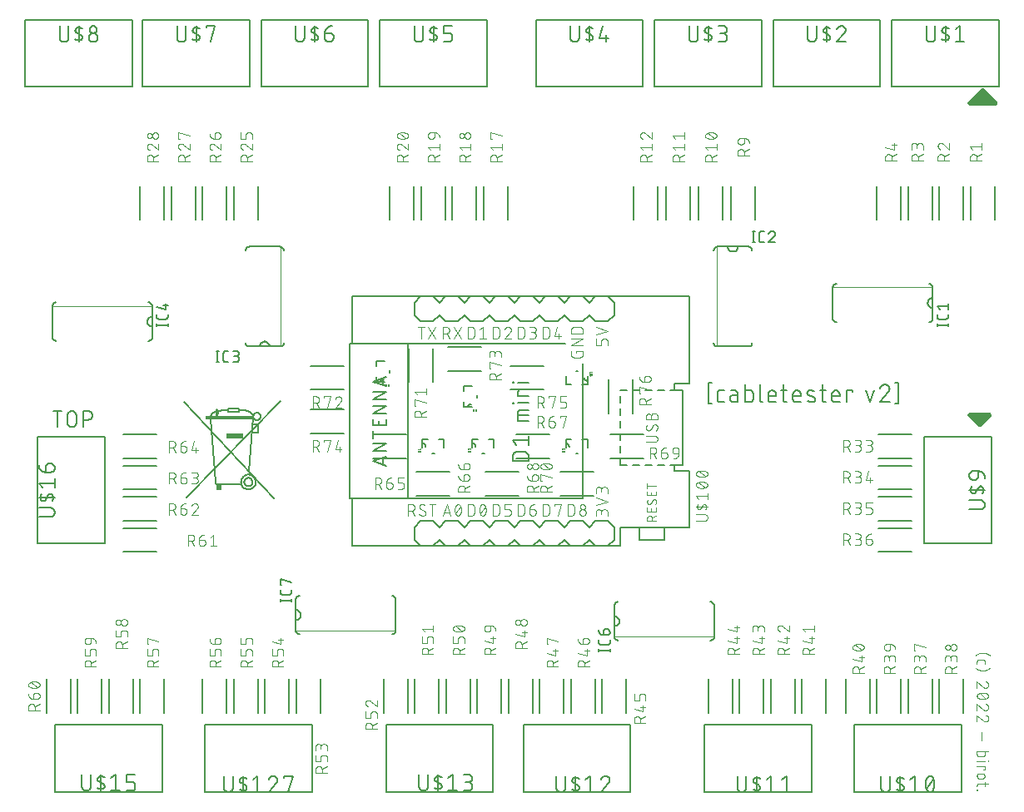
<source format=gbr>
G04 EAGLE Gerber RS-274X export*
G75*
%MOMM*%
%FSLAX34Y34*%
%LPD*%
%INSilkscreen Top*%
%IPPOS*%
%AMOC8*
5,1,8,0,0,1.08239X$1,22.5*%
G01*
%ADD10C,0.152400*%
%ADD11C,0.101600*%
%ADD12C,0.050800*%
%ADD13C,0.127000*%
%ADD14C,0.076200*%
%ADD15C,0.166400*%
%ADD16R,4.886800X0.353500*%
%ADD17R,1.684300X0.582200*%
%ADD18R,0.582300X0.561400*%
%ADD19C,0.025400*%

G36*
X990729Y708672D02*
X990729Y708672D01*
X990860Y708674D01*
X990953Y708692D01*
X991049Y708701D01*
X991174Y708735D01*
X991302Y708760D01*
X991391Y708794D01*
X991483Y708819D01*
X991600Y708875D01*
X991722Y708922D01*
X991803Y708972D01*
X991890Y709013D01*
X991995Y709088D01*
X992106Y709156D01*
X992178Y709219D01*
X992256Y709275D01*
X992346Y709368D01*
X992444Y709454D01*
X992503Y709529D01*
X992570Y709597D01*
X992643Y709705D01*
X992723Y709807D01*
X992768Y709891D01*
X992822Y709970D01*
X992874Y710089D01*
X992936Y710204D01*
X992965Y710295D01*
X993004Y710382D01*
X993035Y710509D01*
X993075Y710632D01*
X993088Y710727D01*
X993111Y710820D01*
X993119Y710949D01*
X993136Y711078D01*
X993132Y711174D01*
X993138Y711269D01*
X993123Y711398D01*
X993118Y711528D01*
X993097Y711621D01*
X993086Y711716D01*
X993049Y711841D01*
X993020Y711968D01*
X992984Y712056D01*
X992956Y712147D01*
X992897Y712263D01*
X992847Y712383D01*
X992795Y712464D01*
X992752Y712549D01*
X992673Y712652D01*
X992602Y712761D01*
X992516Y712859D01*
X992480Y712907D01*
X992447Y712938D01*
X992396Y712996D01*
X979696Y725696D01*
X979669Y725718D01*
X979646Y725744D01*
X979542Y725826D01*
X979452Y725909D01*
X979404Y725940D01*
X979350Y725984D01*
X979320Y726002D01*
X979293Y726023D01*
X979165Y726092D01*
X979072Y726151D01*
X979026Y726170D01*
X978959Y726208D01*
X978927Y726219D01*
X978896Y726236D01*
X978747Y726284D01*
X978656Y726322D01*
X978613Y726331D01*
X978535Y726359D01*
X978501Y726364D01*
X978468Y726375D01*
X978301Y726398D01*
X978216Y726416D01*
X978169Y726419D01*
X978091Y726432D01*
X978056Y726432D01*
X978022Y726436D01*
X977943Y726433D01*
X977904Y726436D01*
X977896Y726436D01*
X977816Y726428D01*
X977640Y726426D01*
X977606Y726419D01*
X977572Y726418D01*
X977487Y726399D01*
X977448Y726396D01*
X977360Y726372D01*
X977198Y726340D01*
X977166Y726328D01*
X977132Y726320D01*
X977057Y726289D01*
X977013Y726277D01*
X976922Y726234D01*
X976778Y726178D01*
X976749Y726160D01*
X976717Y726147D01*
X976654Y726106D01*
X976607Y726084D01*
X976515Y726018D01*
X976394Y725944D01*
X976368Y725921D01*
X976339Y725902D01*
X976274Y725846D01*
X976241Y725822D01*
X976201Y725781D01*
X976104Y725696D01*
X963404Y712996D01*
X963321Y712896D01*
X963230Y712803D01*
X963177Y712723D01*
X963116Y712650D01*
X963051Y712537D01*
X962978Y712430D01*
X962940Y712342D01*
X962892Y712259D01*
X962849Y712137D01*
X962796Y712018D01*
X962773Y711925D01*
X962741Y711835D01*
X962720Y711706D01*
X962689Y711580D01*
X962684Y711485D01*
X962668Y711391D01*
X962670Y711261D01*
X962662Y711131D01*
X962673Y711036D01*
X962674Y710940D01*
X962699Y710813D01*
X962714Y710684D01*
X962741Y710592D01*
X962760Y710498D01*
X962806Y710377D01*
X962844Y710253D01*
X962887Y710168D01*
X962922Y710078D01*
X962989Y709967D01*
X963048Y709851D01*
X963106Y709775D01*
X963156Y709694D01*
X963242Y709596D01*
X963320Y709493D01*
X963391Y709428D01*
X963454Y709356D01*
X963556Y709276D01*
X963652Y709188D01*
X963732Y709136D01*
X963807Y709077D01*
X963922Y709016D01*
X964031Y708946D01*
X964120Y708909D01*
X964204Y708864D01*
X964328Y708824D01*
X964448Y708775D01*
X964541Y708755D01*
X964632Y708725D01*
X964761Y708707D01*
X964888Y708680D01*
X965018Y708672D01*
X965078Y708664D01*
X965123Y708666D01*
X965200Y708661D01*
X990600Y708661D01*
X990729Y708672D01*
G37*
G36*
X974794Y381646D02*
X974794Y381646D01*
X974985Y381649D01*
X975019Y381656D01*
X975053Y381657D01*
X975239Y381698D01*
X975427Y381735D01*
X975459Y381747D01*
X975493Y381755D01*
X975669Y381828D01*
X975847Y381897D01*
X975876Y381915D01*
X975908Y381928D01*
X976068Y382032D01*
X976231Y382131D01*
X976257Y382154D01*
X976286Y382173D01*
X976521Y382379D01*
X986046Y391904D01*
X986129Y392004D01*
X986220Y392097D01*
X986273Y392177D01*
X986334Y392250D01*
X986399Y392363D01*
X986472Y392470D01*
X986510Y392558D01*
X986558Y392641D01*
X986601Y392763D01*
X986654Y392882D01*
X986677Y392975D01*
X986709Y393065D01*
X986730Y393194D01*
X986761Y393320D01*
X986766Y393415D01*
X986782Y393509D01*
X986780Y393640D01*
X986788Y393769D01*
X986777Y393864D01*
X986776Y393960D01*
X986751Y394087D01*
X986736Y394216D01*
X986709Y394308D01*
X986690Y394402D01*
X986644Y394523D01*
X986606Y394647D01*
X986563Y394732D01*
X986528Y394822D01*
X986461Y394933D01*
X986402Y395049D01*
X986344Y395125D01*
X986294Y395206D01*
X986208Y395304D01*
X986130Y395407D01*
X986059Y395472D01*
X985996Y395544D01*
X985894Y395624D01*
X985798Y395713D01*
X985718Y395764D01*
X985643Y395823D01*
X985529Y395884D01*
X985419Y395954D01*
X985330Y395991D01*
X985246Y396036D01*
X985122Y396076D01*
X985002Y396125D01*
X984909Y396145D01*
X984818Y396175D01*
X984689Y396193D01*
X984562Y396220D01*
X984432Y396228D01*
X984372Y396236D01*
X984327Y396235D01*
X984250Y396239D01*
X965200Y396239D01*
X965071Y396228D01*
X964940Y396226D01*
X964847Y396208D01*
X964752Y396199D01*
X964626Y396165D01*
X964498Y396140D01*
X964409Y396106D01*
X964317Y396081D01*
X964200Y396025D01*
X964078Y395978D01*
X963997Y395928D01*
X963911Y395887D01*
X963805Y395812D01*
X963694Y395744D01*
X963622Y395681D01*
X963544Y395625D01*
X963454Y395532D01*
X963356Y395446D01*
X963297Y395371D01*
X963230Y395303D01*
X963157Y395195D01*
X963077Y395093D01*
X963032Y395009D01*
X962978Y394930D01*
X962926Y394811D01*
X962864Y394696D01*
X962835Y394605D01*
X962796Y394518D01*
X962765Y394391D01*
X962725Y394268D01*
X962712Y394173D01*
X962689Y394080D01*
X962681Y393951D01*
X962664Y393822D01*
X962668Y393726D01*
X962662Y393631D01*
X962677Y393502D01*
X962682Y393372D01*
X962703Y393279D01*
X962714Y393184D01*
X962751Y393059D01*
X962780Y392932D01*
X962816Y392844D01*
X962844Y392753D01*
X962903Y392637D01*
X962953Y392517D01*
X963005Y392436D01*
X963048Y392351D01*
X963127Y392248D01*
X963198Y392139D01*
X963284Y392041D01*
X963320Y391993D01*
X963353Y391962D01*
X963404Y391904D01*
X972929Y382379D01*
X972956Y382357D01*
X972979Y382331D01*
X973128Y382214D01*
X973275Y382091D01*
X973305Y382073D01*
X973332Y382052D01*
X973500Y381962D01*
X973666Y381867D01*
X973698Y381856D01*
X973729Y381839D01*
X973910Y381780D01*
X974090Y381716D01*
X974124Y381711D01*
X974157Y381700D01*
X974346Y381674D01*
X974534Y381643D01*
X974569Y381643D01*
X974603Y381639D01*
X974794Y381646D01*
G37*
D10*
X702225Y405186D02*
X699262Y405186D01*
X699262Y426918D01*
X702225Y426918D01*
X710881Y407162D02*
X714832Y407162D01*
X710881Y407162D02*
X710775Y407164D01*
X710670Y407170D01*
X710564Y407179D01*
X710459Y407192D01*
X710355Y407209D01*
X710251Y407230D01*
X710148Y407254D01*
X710046Y407282D01*
X709945Y407314D01*
X709846Y407349D01*
X709747Y407388D01*
X709650Y407430D01*
X709555Y407475D01*
X709461Y407524D01*
X709369Y407577D01*
X709279Y407632D01*
X709191Y407691D01*
X709105Y407753D01*
X709022Y407818D01*
X708941Y407886D01*
X708862Y407956D01*
X708786Y408030D01*
X708712Y408106D01*
X708642Y408185D01*
X708574Y408266D01*
X708509Y408349D01*
X708447Y408435D01*
X708388Y408523D01*
X708333Y408613D01*
X708280Y408705D01*
X708231Y408799D01*
X708186Y408894D01*
X708144Y408991D01*
X708105Y409090D01*
X708070Y409189D01*
X708038Y409290D01*
X708010Y409392D01*
X707986Y409495D01*
X707965Y409599D01*
X707948Y409703D01*
X707935Y409808D01*
X707926Y409914D01*
X707920Y410019D01*
X707918Y410125D01*
X707917Y410125D02*
X707917Y416052D01*
X707918Y416052D02*
X707920Y416158D01*
X707926Y416263D01*
X707935Y416369D01*
X707948Y416474D01*
X707965Y416578D01*
X707986Y416682D01*
X708010Y416785D01*
X708038Y416887D01*
X708070Y416988D01*
X708105Y417087D01*
X708144Y417186D01*
X708186Y417283D01*
X708231Y417378D01*
X708280Y417472D01*
X708333Y417564D01*
X708388Y417654D01*
X708447Y417742D01*
X708509Y417828D01*
X708574Y417911D01*
X708642Y417992D01*
X708712Y418071D01*
X708786Y418147D01*
X708862Y418221D01*
X708941Y418291D01*
X709022Y418359D01*
X709105Y418424D01*
X709191Y418486D01*
X709279Y418545D01*
X709369Y418600D01*
X709461Y418653D01*
X709555Y418702D01*
X709650Y418747D01*
X709747Y418789D01*
X709846Y418828D01*
X709945Y418863D01*
X710046Y418895D01*
X710148Y418923D01*
X710251Y418947D01*
X710355Y418968D01*
X710459Y418985D01*
X710564Y418998D01*
X710670Y419007D01*
X710775Y419013D01*
X710881Y419015D01*
X714832Y419015D01*
X724131Y414076D02*
X728576Y414076D01*
X724131Y414076D02*
X724014Y414074D01*
X723898Y414068D01*
X723781Y414058D01*
X723665Y414044D01*
X723550Y414027D01*
X723435Y414005D01*
X723321Y413980D01*
X723208Y413951D01*
X723096Y413917D01*
X722985Y413881D01*
X722876Y413840D01*
X722768Y413796D01*
X722661Y413748D01*
X722556Y413697D01*
X722453Y413642D01*
X722352Y413583D01*
X722253Y413521D01*
X722156Y413456D01*
X722061Y413388D01*
X721969Y413317D01*
X721879Y413242D01*
X721792Y413164D01*
X721707Y413084D01*
X721625Y413001D01*
X721546Y412915D01*
X721470Y412826D01*
X721397Y412735D01*
X721327Y412642D01*
X721261Y412546D01*
X721197Y412448D01*
X721137Y412348D01*
X721080Y412245D01*
X721027Y412141D01*
X720978Y412036D01*
X720932Y411928D01*
X720889Y411820D01*
X720850Y411709D01*
X720816Y411598D01*
X720784Y411486D01*
X720757Y411372D01*
X720733Y411258D01*
X720714Y411142D01*
X720698Y411027D01*
X720686Y410911D01*
X720678Y410794D01*
X720674Y410677D01*
X720674Y410561D01*
X720678Y410444D01*
X720686Y410327D01*
X720698Y410211D01*
X720714Y410096D01*
X720733Y409980D01*
X720757Y409866D01*
X720784Y409752D01*
X720816Y409640D01*
X720850Y409529D01*
X720889Y409418D01*
X720932Y409310D01*
X720978Y409202D01*
X721027Y409097D01*
X721080Y408993D01*
X721137Y408891D01*
X721197Y408790D01*
X721261Y408692D01*
X721327Y408596D01*
X721397Y408503D01*
X721470Y408412D01*
X721546Y408323D01*
X721625Y408237D01*
X721707Y408154D01*
X721792Y408074D01*
X721879Y407996D01*
X721969Y407921D01*
X722061Y407850D01*
X722156Y407782D01*
X722253Y407717D01*
X722352Y407655D01*
X722453Y407596D01*
X722556Y407541D01*
X722661Y407490D01*
X722768Y407442D01*
X722876Y407398D01*
X722985Y407357D01*
X723096Y407321D01*
X723208Y407287D01*
X723321Y407258D01*
X723435Y407233D01*
X723550Y407211D01*
X723665Y407194D01*
X723781Y407180D01*
X723898Y407170D01*
X724014Y407164D01*
X724131Y407162D01*
X728576Y407162D01*
X728576Y416052D01*
X728574Y416158D01*
X728568Y416263D01*
X728559Y416369D01*
X728546Y416474D01*
X728529Y416578D01*
X728508Y416682D01*
X728484Y416785D01*
X728456Y416887D01*
X728424Y416988D01*
X728389Y417087D01*
X728350Y417186D01*
X728308Y417283D01*
X728263Y417378D01*
X728214Y417472D01*
X728161Y417564D01*
X728106Y417654D01*
X728047Y417742D01*
X727985Y417828D01*
X727920Y417911D01*
X727852Y417992D01*
X727782Y418071D01*
X727708Y418147D01*
X727632Y418221D01*
X727553Y418291D01*
X727472Y418359D01*
X727389Y418424D01*
X727303Y418486D01*
X727215Y418545D01*
X727125Y418600D01*
X727033Y418653D01*
X726939Y418702D01*
X726844Y418747D01*
X726747Y418789D01*
X726648Y418828D01*
X726549Y418863D01*
X726448Y418895D01*
X726346Y418923D01*
X726243Y418947D01*
X726139Y418968D01*
X726035Y418985D01*
X725930Y418998D01*
X725824Y419007D01*
X725719Y419013D01*
X725613Y419015D01*
X721662Y419015D01*
X736445Y424942D02*
X736445Y407162D01*
X741383Y407162D01*
X741491Y407164D01*
X741599Y407170D01*
X741707Y407180D01*
X741814Y407194D01*
X741921Y407211D01*
X742027Y407233D01*
X742132Y407258D01*
X742237Y407288D01*
X742340Y407321D01*
X742441Y407358D01*
X742542Y407398D01*
X742641Y407442D01*
X742738Y407490D01*
X742833Y407541D01*
X742927Y407596D01*
X743018Y407654D01*
X743107Y407715D01*
X743194Y407780D01*
X743278Y407847D01*
X743360Y407918D01*
X743440Y407992D01*
X743516Y408068D01*
X743590Y408148D01*
X743660Y408230D01*
X743728Y408314D01*
X743793Y408401D01*
X743854Y408490D01*
X743912Y408581D01*
X743967Y408675D01*
X744018Y408770D01*
X744066Y408867D01*
X744110Y408966D01*
X744150Y409067D01*
X744187Y409168D01*
X744220Y409271D01*
X744250Y409376D01*
X744275Y409481D01*
X744297Y409587D01*
X744314Y409694D01*
X744328Y409801D01*
X744338Y409909D01*
X744344Y410017D01*
X744346Y410125D01*
X744347Y410125D02*
X744347Y416052D01*
X744346Y416052D02*
X744344Y416158D01*
X744338Y416263D01*
X744329Y416369D01*
X744316Y416474D01*
X744299Y416578D01*
X744278Y416682D01*
X744254Y416785D01*
X744226Y416887D01*
X744194Y416988D01*
X744159Y417087D01*
X744120Y417186D01*
X744078Y417283D01*
X744033Y417378D01*
X743984Y417472D01*
X743931Y417564D01*
X743876Y417654D01*
X743817Y417742D01*
X743755Y417828D01*
X743690Y417911D01*
X743622Y417992D01*
X743552Y418071D01*
X743478Y418147D01*
X743402Y418221D01*
X743323Y418291D01*
X743242Y418359D01*
X743159Y418424D01*
X743073Y418486D01*
X742985Y418545D01*
X742895Y418600D01*
X742803Y418653D01*
X742709Y418702D01*
X742614Y418747D01*
X742517Y418789D01*
X742418Y418828D01*
X742319Y418863D01*
X742218Y418895D01*
X742116Y418923D01*
X742013Y418947D01*
X741909Y418968D01*
X741805Y418985D01*
X741700Y418998D01*
X741594Y419007D01*
X741489Y419013D01*
X741383Y419015D01*
X736445Y419015D01*
X751188Y424942D02*
X751188Y410125D01*
X751189Y410125D02*
X751191Y410019D01*
X751197Y409914D01*
X751206Y409808D01*
X751219Y409703D01*
X751236Y409599D01*
X751257Y409495D01*
X751281Y409392D01*
X751309Y409290D01*
X751341Y409189D01*
X751376Y409090D01*
X751415Y408991D01*
X751457Y408894D01*
X751502Y408799D01*
X751551Y408705D01*
X751604Y408613D01*
X751659Y408523D01*
X751718Y408435D01*
X751780Y408349D01*
X751845Y408266D01*
X751913Y408185D01*
X751983Y408106D01*
X752057Y408030D01*
X752133Y407956D01*
X752212Y407886D01*
X752293Y407818D01*
X752376Y407753D01*
X752462Y407691D01*
X752550Y407632D01*
X752640Y407577D01*
X752732Y407524D01*
X752826Y407475D01*
X752921Y407430D01*
X753018Y407388D01*
X753117Y407349D01*
X753216Y407314D01*
X753317Y407282D01*
X753419Y407254D01*
X753522Y407230D01*
X753626Y407209D01*
X753730Y407192D01*
X753835Y407179D01*
X753941Y407170D01*
X754046Y407164D01*
X754152Y407162D01*
X762790Y407162D02*
X767729Y407162D01*
X762790Y407162D02*
X762684Y407164D01*
X762579Y407170D01*
X762473Y407179D01*
X762368Y407192D01*
X762264Y407209D01*
X762160Y407230D01*
X762057Y407254D01*
X761955Y407282D01*
X761854Y407314D01*
X761755Y407349D01*
X761656Y407388D01*
X761559Y407430D01*
X761464Y407475D01*
X761370Y407524D01*
X761278Y407577D01*
X761188Y407632D01*
X761100Y407691D01*
X761014Y407753D01*
X760931Y407818D01*
X760850Y407886D01*
X760771Y407956D01*
X760695Y408030D01*
X760621Y408106D01*
X760551Y408185D01*
X760483Y408266D01*
X760418Y408349D01*
X760356Y408435D01*
X760297Y408523D01*
X760242Y408613D01*
X760189Y408705D01*
X760140Y408799D01*
X760095Y408894D01*
X760053Y408991D01*
X760014Y409090D01*
X759979Y409189D01*
X759947Y409290D01*
X759919Y409392D01*
X759895Y409495D01*
X759874Y409599D01*
X759857Y409703D01*
X759844Y409808D01*
X759835Y409914D01*
X759829Y410019D01*
X759827Y410125D01*
X759827Y415064D01*
X759829Y415188D01*
X759835Y415312D01*
X759845Y415436D01*
X759858Y415559D01*
X759876Y415682D01*
X759897Y415804D01*
X759922Y415926D01*
X759951Y416047D01*
X759984Y416166D01*
X760020Y416285D01*
X760061Y416402D01*
X760104Y416518D01*
X760152Y416633D01*
X760203Y416746D01*
X760258Y416858D01*
X760316Y416967D01*
X760377Y417075D01*
X760442Y417181D01*
X760510Y417285D01*
X760582Y417386D01*
X760656Y417486D01*
X760734Y417582D01*
X760814Y417677D01*
X760898Y417769D01*
X760984Y417858D01*
X761073Y417944D01*
X761165Y418028D01*
X761260Y418108D01*
X761356Y418186D01*
X761456Y418260D01*
X761557Y418332D01*
X761661Y418400D01*
X761767Y418465D01*
X761875Y418526D01*
X761984Y418584D01*
X762096Y418639D01*
X762209Y418690D01*
X762324Y418738D01*
X762440Y418781D01*
X762557Y418822D01*
X762676Y418858D01*
X762795Y418891D01*
X762916Y418920D01*
X763038Y418945D01*
X763160Y418966D01*
X763283Y418984D01*
X763406Y418997D01*
X763530Y419007D01*
X763654Y419013D01*
X763778Y419015D01*
X763902Y419013D01*
X764026Y419007D01*
X764150Y418997D01*
X764273Y418984D01*
X764396Y418966D01*
X764518Y418945D01*
X764640Y418920D01*
X764761Y418891D01*
X764880Y418858D01*
X764999Y418822D01*
X765116Y418781D01*
X765232Y418738D01*
X765347Y418690D01*
X765460Y418639D01*
X765572Y418584D01*
X765681Y418526D01*
X765789Y418465D01*
X765895Y418400D01*
X765999Y418332D01*
X766100Y418260D01*
X766200Y418186D01*
X766296Y418108D01*
X766391Y418028D01*
X766483Y417944D01*
X766572Y417858D01*
X766658Y417769D01*
X766742Y417677D01*
X766822Y417582D01*
X766900Y417486D01*
X766974Y417386D01*
X767046Y417285D01*
X767114Y417181D01*
X767179Y417075D01*
X767240Y416967D01*
X767298Y416858D01*
X767353Y416746D01*
X767404Y416633D01*
X767452Y416518D01*
X767495Y416402D01*
X767536Y416285D01*
X767572Y416166D01*
X767605Y416047D01*
X767634Y415926D01*
X767659Y415804D01*
X767680Y415682D01*
X767698Y415559D01*
X767711Y415436D01*
X767721Y415312D01*
X767727Y415188D01*
X767729Y415064D01*
X767729Y413089D01*
X759827Y413089D01*
X772989Y419015D02*
X778916Y419015D01*
X774965Y424942D02*
X774965Y410125D01*
X774967Y410019D01*
X774973Y409914D01*
X774982Y409808D01*
X774995Y409703D01*
X775012Y409599D01*
X775033Y409495D01*
X775057Y409392D01*
X775085Y409290D01*
X775117Y409189D01*
X775152Y409090D01*
X775191Y408991D01*
X775233Y408894D01*
X775278Y408799D01*
X775327Y408705D01*
X775380Y408613D01*
X775435Y408523D01*
X775494Y408435D01*
X775556Y408349D01*
X775621Y408266D01*
X775689Y408185D01*
X775759Y408106D01*
X775833Y408030D01*
X775909Y407956D01*
X775988Y407886D01*
X776069Y407818D01*
X776152Y407753D01*
X776238Y407691D01*
X776326Y407632D01*
X776416Y407577D01*
X776508Y407524D01*
X776602Y407475D01*
X776697Y407430D01*
X776794Y407388D01*
X776893Y407349D01*
X776992Y407314D01*
X777093Y407282D01*
X777195Y407254D01*
X777298Y407230D01*
X777402Y407209D01*
X777506Y407192D01*
X777611Y407179D01*
X777717Y407170D01*
X777822Y407164D01*
X777928Y407162D01*
X778916Y407162D01*
X787916Y407162D02*
X792855Y407162D01*
X787916Y407162D02*
X787810Y407164D01*
X787705Y407170D01*
X787599Y407179D01*
X787494Y407192D01*
X787390Y407209D01*
X787286Y407230D01*
X787183Y407254D01*
X787081Y407282D01*
X786980Y407314D01*
X786881Y407349D01*
X786782Y407388D01*
X786685Y407430D01*
X786590Y407475D01*
X786496Y407524D01*
X786404Y407577D01*
X786314Y407632D01*
X786226Y407691D01*
X786140Y407753D01*
X786057Y407818D01*
X785976Y407886D01*
X785897Y407956D01*
X785821Y408030D01*
X785747Y408106D01*
X785677Y408185D01*
X785609Y408266D01*
X785544Y408349D01*
X785482Y408435D01*
X785423Y408523D01*
X785368Y408613D01*
X785315Y408705D01*
X785266Y408799D01*
X785221Y408894D01*
X785179Y408991D01*
X785140Y409090D01*
X785105Y409189D01*
X785073Y409290D01*
X785045Y409392D01*
X785021Y409495D01*
X785000Y409599D01*
X784983Y409703D01*
X784970Y409808D01*
X784961Y409914D01*
X784955Y410019D01*
X784953Y410125D01*
X784952Y410125D02*
X784952Y415064D01*
X784953Y415064D02*
X784955Y415188D01*
X784961Y415312D01*
X784971Y415436D01*
X784984Y415559D01*
X785002Y415682D01*
X785023Y415804D01*
X785048Y415926D01*
X785077Y416047D01*
X785110Y416166D01*
X785146Y416285D01*
X785187Y416402D01*
X785230Y416518D01*
X785278Y416633D01*
X785329Y416746D01*
X785384Y416858D01*
X785442Y416967D01*
X785503Y417075D01*
X785568Y417181D01*
X785636Y417285D01*
X785708Y417386D01*
X785782Y417486D01*
X785860Y417582D01*
X785940Y417677D01*
X786024Y417769D01*
X786110Y417858D01*
X786199Y417944D01*
X786291Y418028D01*
X786386Y418108D01*
X786482Y418186D01*
X786582Y418260D01*
X786683Y418332D01*
X786787Y418400D01*
X786893Y418465D01*
X787001Y418526D01*
X787110Y418584D01*
X787222Y418639D01*
X787335Y418690D01*
X787450Y418738D01*
X787566Y418781D01*
X787683Y418822D01*
X787802Y418858D01*
X787921Y418891D01*
X788042Y418920D01*
X788164Y418945D01*
X788286Y418966D01*
X788409Y418984D01*
X788532Y418997D01*
X788656Y419007D01*
X788780Y419013D01*
X788904Y419015D01*
X789028Y419013D01*
X789152Y419007D01*
X789276Y418997D01*
X789399Y418984D01*
X789522Y418966D01*
X789644Y418945D01*
X789766Y418920D01*
X789887Y418891D01*
X790006Y418858D01*
X790125Y418822D01*
X790242Y418781D01*
X790358Y418738D01*
X790473Y418690D01*
X790586Y418639D01*
X790698Y418584D01*
X790807Y418526D01*
X790915Y418465D01*
X791021Y418400D01*
X791125Y418332D01*
X791226Y418260D01*
X791326Y418186D01*
X791422Y418108D01*
X791517Y418028D01*
X791609Y417944D01*
X791698Y417858D01*
X791784Y417769D01*
X791868Y417677D01*
X791948Y417582D01*
X792026Y417486D01*
X792100Y417386D01*
X792172Y417285D01*
X792240Y417181D01*
X792305Y417075D01*
X792366Y416967D01*
X792424Y416858D01*
X792479Y416746D01*
X792530Y416633D01*
X792578Y416518D01*
X792621Y416402D01*
X792662Y416285D01*
X792698Y416166D01*
X792731Y416047D01*
X792760Y415926D01*
X792785Y415804D01*
X792806Y415682D01*
X792824Y415559D01*
X792837Y415436D01*
X792847Y415312D01*
X792853Y415188D01*
X792855Y415064D01*
X792855Y413089D01*
X784952Y413089D01*
X800951Y414076D02*
X805890Y412101D01*
X800951Y414076D02*
X800859Y414115D01*
X800768Y414158D01*
X800679Y414204D01*
X800592Y414253D01*
X800507Y414306D01*
X800424Y414362D01*
X800344Y414422D01*
X800265Y414484D01*
X800190Y414550D01*
X800117Y414618D01*
X800046Y414689D01*
X799979Y414763D01*
X799914Y414839D01*
X799852Y414918D01*
X799794Y415000D01*
X799739Y415083D01*
X799687Y415169D01*
X799638Y415256D01*
X799593Y415346D01*
X799552Y415437D01*
X799514Y415529D01*
X799479Y415623D01*
X799449Y415719D01*
X799422Y415815D01*
X799399Y415913D01*
X799380Y416011D01*
X799364Y416110D01*
X799353Y416209D01*
X799345Y416309D01*
X799341Y416409D01*
X799342Y416509D01*
X799346Y416609D01*
X799354Y416709D01*
X799366Y416808D01*
X799381Y416907D01*
X799401Y417005D01*
X799424Y417103D01*
X799452Y417199D01*
X799483Y417294D01*
X799517Y417388D01*
X799556Y417480D01*
X799598Y417571D01*
X799643Y417661D01*
X799692Y417748D01*
X799744Y417833D01*
X799800Y417917D01*
X799858Y417998D01*
X799920Y418076D01*
X799985Y418152D01*
X800053Y418226D01*
X800124Y418297D01*
X800197Y418365D01*
X800273Y418430D01*
X800352Y418492D01*
X800432Y418551D01*
X800516Y418607D01*
X800601Y418660D01*
X800688Y418709D01*
X800777Y418755D01*
X800868Y418797D01*
X800960Y418836D01*
X801054Y418871D01*
X801149Y418902D01*
X801245Y418929D01*
X801342Y418953D01*
X801441Y418973D01*
X801539Y418989D01*
X801639Y419001D01*
X801738Y419010D01*
X801838Y419014D01*
X801939Y419015D01*
X801939Y419016D02*
X802209Y419009D01*
X802478Y418995D01*
X802747Y418975D01*
X803016Y418949D01*
X803283Y418916D01*
X803550Y418876D01*
X803816Y418830D01*
X804081Y418778D01*
X804344Y418720D01*
X804606Y418655D01*
X804866Y418584D01*
X805124Y418507D01*
X805381Y418423D01*
X805635Y418333D01*
X805887Y418238D01*
X806137Y418136D01*
X806384Y418028D01*
X805890Y412101D02*
X805982Y412062D01*
X806073Y412019D01*
X806162Y411973D01*
X806249Y411924D01*
X806334Y411871D01*
X806417Y411815D01*
X806497Y411755D01*
X806576Y411693D01*
X806651Y411627D01*
X806724Y411559D01*
X806795Y411488D01*
X806862Y411414D01*
X806927Y411338D01*
X806989Y411259D01*
X807047Y411177D01*
X807102Y411094D01*
X807154Y411008D01*
X807203Y410921D01*
X807248Y410831D01*
X807289Y410740D01*
X807327Y410648D01*
X807362Y410554D01*
X807392Y410458D01*
X807419Y410362D01*
X807442Y410264D01*
X807461Y410166D01*
X807477Y410067D01*
X807488Y409968D01*
X807496Y409868D01*
X807500Y409768D01*
X807499Y409668D01*
X807495Y409568D01*
X807487Y409468D01*
X807475Y409369D01*
X807460Y409270D01*
X807440Y409172D01*
X807417Y409074D01*
X807389Y408978D01*
X807358Y408883D01*
X807324Y408789D01*
X807285Y408697D01*
X807243Y408606D01*
X807198Y408516D01*
X807149Y408429D01*
X807097Y408344D01*
X807041Y408260D01*
X806983Y408179D01*
X806921Y408101D01*
X806856Y408025D01*
X806788Y407951D01*
X806717Y407880D01*
X806644Y407812D01*
X806568Y407747D01*
X806489Y407685D01*
X806409Y407626D01*
X806325Y407570D01*
X806240Y407517D01*
X806153Y407468D01*
X806064Y407422D01*
X805973Y407380D01*
X805881Y407341D01*
X805787Y407306D01*
X805692Y407275D01*
X805596Y407248D01*
X805499Y407224D01*
X805400Y407204D01*
X805302Y407188D01*
X805202Y407176D01*
X805103Y407167D01*
X805003Y407163D01*
X804902Y407162D01*
X804903Y407162D02*
X804507Y407172D01*
X804111Y407192D01*
X803716Y407221D01*
X803321Y407259D01*
X802928Y407307D01*
X802536Y407364D01*
X802145Y407430D01*
X801756Y407506D01*
X801369Y407590D01*
X800984Y407684D01*
X800602Y407787D01*
X800221Y407899D01*
X799844Y408020D01*
X799470Y408149D01*
X812632Y419015D02*
X818558Y419015D01*
X814607Y424942D02*
X814607Y410125D01*
X814608Y410125D02*
X814610Y410019D01*
X814616Y409914D01*
X814625Y409808D01*
X814638Y409703D01*
X814655Y409599D01*
X814676Y409495D01*
X814700Y409392D01*
X814728Y409290D01*
X814760Y409189D01*
X814795Y409090D01*
X814834Y408991D01*
X814876Y408894D01*
X814921Y408799D01*
X814970Y408705D01*
X815023Y408613D01*
X815078Y408523D01*
X815137Y408435D01*
X815199Y408349D01*
X815264Y408266D01*
X815332Y408185D01*
X815402Y408106D01*
X815476Y408030D01*
X815552Y407956D01*
X815631Y407886D01*
X815712Y407818D01*
X815795Y407753D01*
X815881Y407691D01*
X815969Y407632D01*
X816059Y407577D01*
X816151Y407524D01*
X816245Y407475D01*
X816340Y407430D01*
X816437Y407388D01*
X816536Y407349D01*
X816635Y407314D01*
X816736Y407282D01*
X816838Y407254D01*
X816941Y407230D01*
X817045Y407209D01*
X817149Y407192D01*
X817254Y407179D01*
X817360Y407170D01*
X817465Y407164D01*
X817571Y407162D01*
X818558Y407162D01*
X827558Y407162D02*
X832497Y407162D01*
X827558Y407162D02*
X827452Y407164D01*
X827347Y407170D01*
X827241Y407179D01*
X827136Y407192D01*
X827032Y407209D01*
X826928Y407230D01*
X826825Y407254D01*
X826723Y407282D01*
X826622Y407314D01*
X826523Y407349D01*
X826424Y407388D01*
X826327Y407430D01*
X826232Y407475D01*
X826138Y407524D01*
X826046Y407577D01*
X825956Y407632D01*
X825868Y407691D01*
X825782Y407753D01*
X825699Y407818D01*
X825618Y407886D01*
X825539Y407956D01*
X825463Y408030D01*
X825389Y408106D01*
X825319Y408185D01*
X825251Y408266D01*
X825186Y408349D01*
X825124Y408435D01*
X825065Y408523D01*
X825010Y408613D01*
X824957Y408705D01*
X824908Y408799D01*
X824863Y408894D01*
X824821Y408991D01*
X824782Y409090D01*
X824747Y409189D01*
X824715Y409290D01*
X824687Y409392D01*
X824663Y409495D01*
X824642Y409599D01*
X824625Y409703D01*
X824612Y409808D01*
X824603Y409914D01*
X824597Y410019D01*
X824595Y410125D01*
X824595Y415064D01*
X824597Y415188D01*
X824603Y415312D01*
X824613Y415436D01*
X824626Y415559D01*
X824644Y415682D01*
X824665Y415804D01*
X824690Y415926D01*
X824719Y416047D01*
X824752Y416166D01*
X824788Y416285D01*
X824829Y416402D01*
X824872Y416518D01*
X824920Y416633D01*
X824971Y416746D01*
X825026Y416858D01*
X825084Y416967D01*
X825145Y417075D01*
X825210Y417181D01*
X825278Y417285D01*
X825350Y417386D01*
X825424Y417486D01*
X825502Y417582D01*
X825582Y417677D01*
X825666Y417769D01*
X825752Y417858D01*
X825841Y417944D01*
X825933Y418028D01*
X826028Y418108D01*
X826124Y418186D01*
X826224Y418260D01*
X826325Y418332D01*
X826429Y418400D01*
X826535Y418465D01*
X826643Y418526D01*
X826752Y418584D01*
X826864Y418639D01*
X826977Y418690D01*
X827092Y418738D01*
X827208Y418781D01*
X827325Y418822D01*
X827444Y418858D01*
X827563Y418891D01*
X827684Y418920D01*
X827806Y418945D01*
X827928Y418966D01*
X828051Y418984D01*
X828174Y418997D01*
X828298Y419007D01*
X828422Y419013D01*
X828546Y419015D01*
X828670Y419013D01*
X828794Y419007D01*
X828918Y418997D01*
X829041Y418984D01*
X829164Y418966D01*
X829286Y418945D01*
X829408Y418920D01*
X829529Y418891D01*
X829648Y418858D01*
X829767Y418822D01*
X829884Y418781D01*
X830000Y418738D01*
X830115Y418690D01*
X830228Y418639D01*
X830340Y418584D01*
X830449Y418526D01*
X830557Y418465D01*
X830663Y418400D01*
X830767Y418332D01*
X830868Y418260D01*
X830968Y418186D01*
X831064Y418108D01*
X831159Y418028D01*
X831251Y417944D01*
X831340Y417858D01*
X831426Y417769D01*
X831510Y417677D01*
X831590Y417582D01*
X831668Y417486D01*
X831742Y417386D01*
X831814Y417285D01*
X831882Y417181D01*
X831947Y417075D01*
X832008Y416967D01*
X832066Y416858D01*
X832121Y416746D01*
X832172Y416633D01*
X832220Y416518D01*
X832263Y416402D01*
X832304Y416285D01*
X832340Y416166D01*
X832373Y416047D01*
X832402Y415926D01*
X832427Y415804D01*
X832448Y415682D01*
X832466Y415559D01*
X832479Y415436D01*
X832489Y415312D01*
X832495Y415188D01*
X832497Y415064D01*
X832497Y413089D01*
X824595Y413089D01*
X839751Y407162D02*
X839751Y419015D01*
X845678Y419015D01*
X845678Y417040D01*
X859213Y419015D02*
X863164Y407162D01*
X867115Y419015D01*
X878733Y424942D02*
X878865Y424940D01*
X878996Y424934D01*
X879128Y424924D01*
X879259Y424911D01*
X879389Y424893D01*
X879519Y424872D01*
X879649Y424847D01*
X879777Y424818D01*
X879905Y424785D01*
X880031Y424748D01*
X880157Y424708D01*
X880281Y424664D01*
X880404Y424616D01*
X880525Y424565D01*
X880645Y424510D01*
X880763Y424452D01*
X880879Y424390D01*
X880993Y424324D01*
X881106Y424256D01*
X881216Y424184D01*
X881324Y424109D01*
X881430Y424030D01*
X881534Y423949D01*
X881635Y423864D01*
X881733Y423777D01*
X881829Y423686D01*
X881922Y423593D01*
X882013Y423497D01*
X882100Y423399D01*
X882185Y423298D01*
X882266Y423194D01*
X882345Y423088D01*
X882420Y422980D01*
X882492Y422870D01*
X882560Y422757D01*
X882626Y422643D01*
X882688Y422527D01*
X882746Y422409D01*
X882801Y422289D01*
X882852Y422168D01*
X882900Y422045D01*
X882944Y421921D01*
X882984Y421795D01*
X883021Y421669D01*
X883054Y421541D01*
X883083Y421413D01*
X883108Y421283D01*
X883129Y421153D01*
X883147Y421023D01*
X883160Y420892D01*
X883170Y420760D01*
X883176Y420629D01*
X883178Y420497D01*
X878733Y424942D02*
X878583Y424940D01*
X878434Y424934D01*
X878285Y424924D01*
X878136Y424911D01*
X877987Y424893D01*
X877839Y424872D01*
X877691Y424846D01*
X877545Y424817D01*
X877399Y424784D01*
X877254Y424747D01*
X877110Y424706D01*
X876967Y424662D01*
X876825Y424614D01*
X876685Y424562D01*
X876546Y424507D01*
X876408Y424448D01*
X876273Y424385D01*
X876138Y424319D01*
X876006Y424249D01*
X875876Y424176D01*
X875747Y424099D01*
X875620Y424019D01*
X875496Y423936D01*
X875374Y423850D01*
X875254Y423760D01*
X875137Y423667D01*
X875022Y423572D01*
X874909Y423473D01*
X874799Y423371D01*
X874692Y423267D01*
X874588Y423160D01*
X874486Y423050D01*
X874388Y422937D01*
X874292Y422822D01*
X874200Y422704D01*
X874110Y422584D01*
X874024Y422462D01*
X873941Y422338D01*
X873861Y422211D01*
X873785Y422083D01*
X873712Y421952D01*
X873642Y421819D01*
X873576Y421685D01*
X873514Y421549D01*
X873455Y421412D01*
X873399Y421273D01*
X873348Y421132D01*
X873300Y420991D01*
X881696Y417040D02*
X881792Y417133D01*
X881884Y417229D01*
X881974Y417328D01*
X882061Y417429D01*
X882146Y417532D01*
X882227Y417637D01*
X882305Y417745D01*
X882380Y417855D01*
X882453Y417967D01*
X882522Y418081D01*
X882588Y418197D01*
X882650Y418315D01*
X882709Y418434D01*
X882765Y418555D01*
X882818Y418678D01*
X882867Y418802D01*
X882912Y418927D01*
X882955Y419054D01*
X882993Y419181D01*
X883028Y419310D01*
X883059Y419439D01*
X883087Y419570D01*
X883111Y419701D01*
X883132Y419833D01*
X883148Y419965D01*
X883161Y420098D01*
X883171Y420231D01*
X883176Y420364D01*
X883178Y420497D01*
X881696Y417040D02*
X873300Y407162D01*
X883178Y407162D01*
X888982Y426918D02*
X891945Y426918D01*
X891945Y405186D01*
X888982Y405186D01*
D11*
X977900Y151892D02*
X978167Y151889D01*
X978435Y151879D01*
X978701Y151863D01*
X978968Y151841D01*
X979234Y151812D01*
X979499Y151776D01*
X979763Y151735D01*
X980026Y151687D01*
X980288Y151633D01*
X980548Y151572D01*
X980807Y151505D01*
X981064Y151432D01*
X981320Y151353D01*
X981573Y151268D01*
X981824Y151176D01*
X982073Y151079D01*
X982320Y150976D01*
X982564Y150866D01*
X982805Y150751D01*
X983044Y150630D01*
X983279Y150504D01*
X983512Y150372D01*
X983741Y150234D01*
X983966Y150091D01*
X984189Y149942D01*
X984407Y149788D01*
X984622Y149629D01*
X984833Y149465D01*
X985040Y149296D01*
X977900Y151892D02*
X977633Y151889D01*
X977365Y151879D01*
X977099Y151863D01*
X976832Y151841D01*
X976566Y151812D01*
X976301Y151776D01*
X976037Y151735D01*
X975774Y151687D01*
X975512Y151633D01*
X975252Y151572D01*
X974993Y151505D01*
X974736Y151432D01*
X974481Y151353D01*
X974227Y151268D01*
X973976Y151176D01*
X973727Y151079D01*
X973480Y150976D01*
X973236Y150866D01*
X972995Y150751D01*
X972756Y150630D01*
X972521Y150504D01*
X972288Y150372D01*
X972059Y150234D01*
X971834Y150091D01*
X971611Y149942D01*
X971393Y149788D01*
X971178Y149629D01*
X970967Y149465D01*
X970760Y149296D01*
X972058Y142877D02*
X972058Y140281D01*
X972058Y142877D02*
X972060Y142964D01*
X972066Y143052D01*
X972076Y143138D01*
X972089Y143225D01*
X972107Y143310D01*
X972128Y143395D01*
X972153Y143479D01*
X972182Y143561D01*
X972215Y143642D01*
X972251Y143722D01*
X972290Y143800D01*
X972334Y143876D01*
X972380Y143950D01*
X972430Y144021D01*
X972483Y144091D01*
X972539Y144158D01*
X972598Y144222D01*
X972660Y144284D01*
X972724Y144343D01*
X972791Y144399D01*
X972861Y144452D01*
X972932Y144502D01*
X973006Y144548D01*
X973082Y144592D01*
X973160Y144631D01*
X973240Y144667D01*
X973321Y144700D01*
X973403Y144729D01*
X973487Y144754D01*
X973572Y144775D01*
X973657Y144793D01*
X973744Y144806D01*
X973830Y144816D01*
X973918Y144822D01*
X974005Y144824D01*
X977900Y144824D01*
X977987Y144822D01*
X978075Y144816D01*
X978161Y144806D01*
X978248Y144793D01*
X978333Y144775D01*
X978418Y144754D01*
X978502Y144729D01*
X978584Y144700D01*
X978665Y144667D01*
X978745Y144631D01*
X978823Y144592D01*
X978899Y144548D01*
X978973Y144502D01*
X979044Y144452D01*
X979114Y144399D01*
X979181Y144343D01*
X979245Y144284D01*
X979307Y144222D01*
X979366Y144158D01*
X979422Y144091D01*
X979475Y144021D01*
X979525Y143950D01*
X979571Y143876D01*
X979615Y143800D01*
X979654Y143722D01*
X979690Y143642D01*
X979723Y143561D01*
X979752Y143479D01*
X979777Y143395D01*
X979798Y143310D01*
X979816Y143225D01*
X979829Y143138D01*
X979839Y143052D01*
X979845Y142964D01*
X979847Y142877D01*
X979847Y140281D01*
X977900Y133734D02*
X977633Y133737D01*
X977365Y133747D01*
X977099Y133763D01*
X976832Y133785D01*
X976566Y133814D01*
X976301Y133850D01*
X976037Y133891D01*
X975774Y133939D01*
X975512Y133993D01*
X975252Y134054D01*
X974993Y134121D01*
X974736Y134194D01*
X974481Y134273D01*
X974227Y134358D01*
X973976Y134450D01*
X973727Y134547D01*
X973480Y134650D01*
X973236Y134760D01*
X972995Y134875D01*
X972756Y134996D01*
X972521Y135122D01*
X972288Y135254D01*
X972059Y135392D01*
X971834Y135535D01*
X971611Y135684D01*
X971393Y135838D01*
X971178Y135997D01*
X970967Y136161D01*
X970760Y136330D01*
X977900Y133734D02*
X978167Y133737D01*
X978435Y133747D01*
X978701Y133763D01*
X978968Y133785D01*
X979234Y133814D01*
X979499Y133850D01*
X979763Y133891D01*
X980026Y133939D01*
X980288Y133993D01*
X980548Y134054D01*
X980807Y134121D01*
X981064Y134194D01*
X981320Y134273D01*
X981573Y134358D01*
X981824Y134450D01*
X982073Y134547D01*
X982320Y134650D01*
X982564Y134760D01*
X982805Y134875D01*
X983044Y134996D01*
X983279Y135122D01*
X983512Y135254D01*
X983741Y135392D01*
X983966Y135535D01*
X984189Y135684D01*
X984407Y135838D01*
X984622Y135997D01*
X984833Y136161D01*
X985040Y136330D01*
X983742Y119057D02*
X983740Y118950D01*
X983734Y118844D01*
X983724Y118738D01*
X983711Y118632D01*
X983693Y118526D01*
X983672Y118422D01*
X983647Y118318D01*
X983618Y118215D01*
X983586Y118114D01*
X983549Y118014D01*
X983509Y117915D01*
X983466Y117817D01*
X983419Y117721D01*
X983368Y117627D01*
X983314Y117535D01*
X983257Y117445D01*
X983197Y117357D01*
X983133Y117272D01*
X983066Y117189D01*
X982996Y117108D01*
X982924Y117030D01*
X982848Y116954D01*
X982770Y116882D01*
X982689Y116812D01*
X982606Y116745D01*
X982521Y116681D01*
X982433Y116621D01*
X982343Y116564D01*
X982251Y116510D01*
X982157Y116459D01*
X982061Y116412D01*
X981963Y116369D01*
X981864Y116329D01*
X981764Y116292D01*
X981663Y116260D01*
X981560Y116231D01*
X981456Y116206D01*
X981352Y116185D01*
X981246Y116167D01*
X981140Y116154D01*
X981034Y116144D01*
X980928Y116138D01*
X980821Y116136D01*
X983742Y119057D02*
X983740Y119178D01*
X983734Y119299D01*
X983724Y119419D01*
X983711Y119540D01*
X983693Y119659D01*
X983672Y119779D01*
X983647Y119897D01*
X983618Y120014D01*
X983585Y120131D01*
X983549Y120246D01*
X983508Y120360D01*
X983465Y120473D01*
X983417Y120585D01*
X983366Y120694D01*
X983311Y120802D01*
X983253Y120909D01*
X983192Y121013D01*
X983127Y121115D01*
X983059Y121215D01*
X982988Y121313D01*
X982914Y121409D01*
X982837Y121502D01*
X982756Y121592D01*
X982673Y121680D01*
X982587Y121765D01*
X982498Y121848D01*
X982407Y121927D01*
X982313Y122004D01*
X982217Y122077D01*
X982119Y122147D01*
X982018Y122214D01*
X981915Y122278D01*
X981810Y122339D01*
X981703Y122396D01*
X981595Y122449D01*
X981485Y122499D01*
X981373Y122545D01*
X981260Y122588D01*
X981145Y122627D01*
X978549Y117110D02*
X978627Y117031D01*
X978707Y116955D01*
X978790Y116882D01*
X978876Y116812D01*
X978963Y116745D01*
X979054Y116681D01*
X979146Y116621D01*
X979240Y116563D01*
X979337Y116509D01*
X979435Y116459D01*
X979535Y116412D01*
X979636Y116368D01*
X979739Y116328D01*
X979844Y116292D01*
X979949Y116260D01*
X980056Y116231D01*
X980163Y116206D01*
X980272Y116184D01*
X980381Y116167D01*
X980490Y116153D01*
X980600Y116144D01*
X980711Y116138D01*
X980821Y116136D01*
X978549Y117109D02*
X972058Y122627D01*
X972058Y116136D01*
X977900Y111197D02*
X978130Y111194D01*
X978360Y111186D01*
X978589Y111172D01*
X978818Y111153D01*
X979047Y111128D01*
X979275Y111098D01*
X979502Y111063D01*
X979728Y111022D01*
X979953Y110976D01*
X980177Y110924D01*
X980400Y110867D01*
X980621Y110805D01*
X980841Y110737D01*
X981059Y110664D01*
X981275Y110586D01*
X981489Y110503D01*
X981702Y110415D01*
X981912Y110322D01*
X982119Y110223D01*
X982209Y110190D01*
X982298Y110154D01*
X982386Y110114D01*
X982471Y110070D01*
X982555Y110023D01*
X982637Y109973D01*
X982717Y109919D01*
X982794Y109863D01*
X982870Y109803D01*
X982943Y109740D01*
X983013Y109675D01*
X983081Y109606D01*
X983145Y109535D01*
X983207Y109462D01*
X983266Y109386D01*
X983322Y109308D01*
X983375Y109227D01*
X983424Y109145D01*
X983470Y109061D01*
X983513Y108974D01*
X983552Y108887D01*
X983588Y108797D01*
X983620Y108707D01*
X983648Y108615D01*
X983673Y108522D01*
X983694Y108428D01*
X983711Y108334D01*
X983725Y108239D01*
X983734Y108143D01*
X983740Y108047D01*
X983742Y107951D01*
X983740Y107855D01*
X983734Y107759D01*
X983725Y107663D01*
X983711Y107568D01*
X983694Y107474D01*
X983673Y107380D01*
X983648Y107287D01*
X983620Y107195D01*
X983588Y107105D01*
X983552Y107015D01*
X983513Y106928D01*
X983470Y106841D01*
X983424Y106757D01*
X983375Y106675D01*
X983322Y106594D01*
X983266Y106516D01*
X983207Y106440D01*
X983145Y106367D01*
X983081Y106296D01*
X983013Y106227D01*
X982943Y106162D01*
X982870Y106099D01*
X982795Y106039D01*
X982717Y105983D01*
X982637Y105929D01*
X982555Y105879D01*
X982471Y105832D01*
X982386Y105789D01*
X982298Y105748D01*
X982209Y105712D01*
X982119Y105679D01*
X982119Y105680D02*
X981911Y105581D01*
X981701Y105488D01*
X981489Y105400D01*
X981275Y105317D01*
X981058Y105239D01*
X980840Y105166D01*
X980621Y105098D01*
X980399Y105036D01*
X980177Y104979D01*
X979953Y104927D01*
X979728Y104881D01*
X979502Y104840D01*
X979274Y104805D01*
X979047Y104775D01*
X978818Y104750D01*
X978589Y104731D01*
X978360Y104717D01*
X978130Y104709D01*
X977900Y104706D01*
X977900Y111197D02*
X977670Y111194D01*
X977440Y111186D01*
X977211Y111172D01*
X976982Y111153D01*
X976753Y111128D01*
X976525Y111098D01*
X976298Y111063D01*
X976072Y111022D01*
X975847Y110976D01*
X975623Y110924D01*
X975400Y110867D01*
X975179Y110805D01*
X974959Y110737D01*
X974741Y110664D01*
X974525Y110586D01*
X974311Y110503D01*
X974099Y110415D01*
X973888Y110322D01*
X973681Y110223D01*
X973591Y110190D01*
X973502Y110154D01*
X973414Y110113D01*
X973329Y110070D01*
X973245Y110023D01*
X973163Y109973D01*
X973083Y109919D01*
X973006Y109863D01*
X972930Y109803D01*
X972857Y109740D01*
X972787Y109675D01*
X972719Y109606D01*
X972655Y109535D01*
X972593Y109462D01*
X972534Y109386D01*
X972478Y109308D01*
X972425Y109227D01*
X972376Y109145D01*
X972330Y109061D01*
X972287Y108974D01*
X972248Y108887D01*
X972212Y108797D01*
X972180Y108707D01*
X972152Y108615D01*
X972127Y108522D01*
X972106Y108428D01*
X972089Y108334D01*
X972075Y108239D01*
X972066Y108143D01*
X972060Y108047D01*
X972058Y107951D01*
X973681Y105680D02*
X973888Y105581D01*
X974099Y105488D01*
X974311Y105400D01*
X974525Y105317D01*
X974741Y105239D01*
X974959Y105166D01*
X975179Y105098D01*
X975400Y105036D01*
X975623Y104979D01*
X975847Y104927D01*
X976072Y104881D01*
X976298Y104840D01*
X976525Y104805D01*
X976753Y104775D01*
X976982Y104750D01*
X977211Y104731D01*
X977440Y104717D01*
X977670Y104709D01*
X977900Y104706D01*
X973681Y105679D02*
X973591Y105712D01*
X973502Y105748D01*
X973414Y105789D01*
X973329Y105832D01*
X973245Y105879D01*
X973163Y105929D01*
X973083Y105983D01*
X973005Y106039D01*
X972930Y106099D01*
X972857Y106162D01*
X972787Y106227D01*
X972719Y106296D01*
X972655Y106367D01*
X972593Y106440D01*
X972534Y106516D01*
X972478Y106594D01*
X972425Y106675D01*
X972376Y106757D01*
X972330Y106841D01*
X972287Y106928D01*
X972248Y107015D01*
X972212Y107105D01*
X972180Y107195D01*
X972152Y107287D01*
X972127Y107380D01*
X972106Y107474D01*
X972089Y107568D01*
X972075Y107663D01*
X972066Y107759D01*
X972060Y107855D01*
X972058Y107951D01*
X974654Y110548D02*
X981146Y105355D01*
X983742Y96197D02*
X983740Y96090D01*
X983734Y95984D01*
X983724Y95878D01*
X983711Y95772D01*
X983693Y95666D01*
X983672Y95562D01*
X983647Y95458D01*
X983618Y95355D01*
X983586Y95254D01*
X983549Y95154D01*
X983509Y95055D01*
X983466Y94957D01*
X983419Y94861D01*
X983368Y94767D01*
X983314Y94675D01*
X983257Y94585D01*
X983197Y94497D01*
X983133Y94412D01*
X983066Y94329D01*
X982996Y94248D01*
X982924Y94170D01*
X982848Y94094D01*
X982770Y94022D01*
X982689Y93952D01*
X982606Y93885D01*
X982521Y93821D01*
X982433Y93761D01*
X982343Y93704D01*
X982251Y93650D01*
X982157Y93599D01*
X982061Y93552D01*
X981963Y93509D01*
X981864Y93469D01*
X981764Y93432D01*
X981663Y93400D01*
X981560Y93371D01*
X981456Y93346D01*
X981352Y93325D01*
X981246Y93307D01*
X981140Y93294D01*
X981034Y93284D01*
X980928Y93278D01*
X980821Y93276D01*
X983742Y96197D02*
X983740Y96318D01*
X983734Y96439D01*
X983724Y96559D01*
X983711Y96680D01*
X983693Y96799D01*
X983672Y96919D01*
X983647Y97037D01*
X983618Y97154D01*
X983585Y97271D01*
X983549Y97386D01*
X983508Y97500D01*
X983465Y97613D01*
X983417Y97725D01*
X983366Y97834D01*
X983311Y97942D01*
X983253Y98049D01*
X983192Y98153D01*
X983127Y98255D01*
X983059Y98355D01*
X982988Y98453D01*
X982914Y98549D01*
X982837Y98642D01*
X982756Y98732D01*
X982673Y98820D01*
X982587Y98905D01*
X982498Y98988D01*
X982407Y99067D01*
X982313Y99144D01*
X982217Y99217D01*
X982119Y99287D01*
X982018Y99354D01*
X981915Y99418D01*
X981810Y99479D01*
X981703Y99536D01*
X981595Y99589D01*
X981485Y99639D01*
X981373Y99685D01*
X981260Y99728D01*
X981145Y99767D01*
X978549Y94250D02*
X978627Y94171D01*
X978707Y94095D01*
X978790Y94022D01*
X978876Y93952D01*
X978963Y93885D01*
X979054Y93821D01*
X979146Y93761D01*
X979240Y93703D01*
X979337Y93649D01*
X979435Y93599D01*
X979535Y93552D01*
X979636Y93508D01*
X979739Y93468D01*
X979844Y93432D01*
X979949Y93400D01*
X980056Y93371D01*
X980163Y93346D01*
X980272Y93324D01*
X980381Y93307D01*
X980490Y93293D01*
X980600Y93284D01*
X980711Y93278D01*
X980821Y93276D01*
X978549Y94250D02*
X972058Y99767D01*
X972058Y93276D01*
X980821Y81846D02*
X980928Y81848D01*
X981034Y81854D01*
X981140Y81864D01*
X981246Y81877D01*
X981352Y81895D01*
X981456Y81916D01*
X981560Y81941D01*
X981663Y81970D01*
X981764Y82002D01*
X981864Y82039D01*
X981963Y82079D01*
X982061Y82122D01*
X982157Y82169D01*
X982251Y82220D01*
X982343Y82274D01*
X982433Y82331D01*
X982521Y82391D01*
X982606Y82455D01*
X982689Y82522D01*
X982770Y82592D01*
X982848Y82664D01*
X982924Y82740D01*
X982996Y82818D01*
X983066Y82899D01*
X983133Y82982D01*
X983197Y83067D01*
X983257Y83155D01*
X983314Y83245D01*
X983368Y83337D01*
X983419Y83431D01*
X983466Y83527D01*
X983509Y83625D01*
X983549Y83724D01*
X983586Y83824D01*
X983618Y83925D01*
X983647Y84028D01*
X983672Y84132D01*
X983693Y84236D01*
X983711Y84342D01*
X983724Y84448D01*
X983734Y84554D01*
X983740Y84660D01*
X983742Y84767D01*
X983740Y84888D01*
X983734Y85009D01*
X983724Y85129D01*
X983711Y85250D01*
X983693Y85369D01*
X983672Y85489D01*
X983647Y85607D01*
X983618Y85724D01*
X983585Y85841D01*
X983549Y85956D01*
X983508Y86070D01*
X983465Y86183D01*
X983417Y86295D01*
X983366Y86404D01*
X983311Y86512D01*
X983253Y86619D01*
X983192Y86723D01*
X983127Y86825D01*
X983059Y86925D01*
X982988Y87023D01*
X982914Y87119D01*
X982837Y87212D01*
X982756Y87302D01*
X982673Y87390D01*
X982587Y87475D01*
X982498Y87558D01*
X982407Y87637D01*
X982313Y87714D01*
X982217Y87787D01*
X982119Y87857D01*
X982018Y87924D01*
X981915Y87988D01*
X981810Y88049D01*
X981703Y88106D01*
X981595Y88159D01*
X981485Y88209D01*
X981373Y88255D01*
X981260Y88298D01*
X981145Y88337D01*
X978549Y82820D02*
X978627Y82741D01*
X978707Y82665D01*
X978790Y82592D01*
X978876Y82522D01*
X978963Y82455D01*
X979054Y82391D01*
X979146Y82331D01*
X979240Y82273D01*
X979337Y82219D01*
X979435Y82169D01*
X979535Y82122D01*
X979636Y82078D01*
X979739Y82038D01*
X979844Y82002D01*
X979949Y81970D01*
X980056Y81941D01*
X980163Y81916D01*
X980272Y81894D01*
X980381Y81877D01*
X980490Y81863D01*
X980600Y81854D01*
X980711Y81848D01*
X980821Y81846D01*
X978549Y82820D02*
X972058Y88337D01*
X972058Y81846D01*
X976602Y70698D02*
X976602Y62909D01*
X972058Y51434D02*
X983742Y51434D01*
X972058Y51434D02*
X972058Y48188D01*
X972060Y48101D01*
X972066Y48013D01*
X972076Y47927D01*
X972089Y47840D01*
X972107Y47755D01*
X972128Y47670D01*
X972153Y47586D01*
X972182Y47504D01*
X972215Y47423D01*
X972251Y47343D01*
X972290Y47265D01*
X972334Y47189D01*
X972380Y47115D01*
X972430Y47044D01*
X972483Y46974D01*
X972539Y46907D01*
X972598Y46843D01*
X972659Y46781D01*
X972724Y46722D01*
X972791Y46666D01*
X972861Y46613D01*
X972932Y46563D01*
X973006Y46517D01*
X973082Y46474D01*
X973160Y46434D01*
X973240Y46398D01*
X973321Y46365D01*
X973403Y46336D01*
X973487Y46311D01*
X973572Y46290D01*
X973657Y46272D01*
X973744Y46259D01*
X973830Y46249D01*
X973918Y46243D01*
X974005Y46241D01*
X977900Y46241D01*
X977987Y46243D01*
X978075Y46249D01*
X978161Y46259D01*
X978248Y46272D01*
X978333Y46290D01*
X978418Y46311D01*
X978502Y46336D01*
X978584Y46365D01*
X978665Y46398D01*
X978745Y46434D01*
X978823Y46473D01*
X978899Y46517D01*
X978973Y46563D01*
X979044Y46613D01*
X979114Y46666D01*
X979181Y46722D01*
X979246Y46781D01*
X979307Y46843D01*
X979366Y46907D01*
X979422Y46974D01*
X979475Y47044D01*
X979525Y47115D01*
X979571Y47189D01*
X979615Y47265D01*
X979654Y47343D01*
X979690Y47423D01*
X979723Y47504D01*
X979752Y47586D01*
X979777Y47670D01*
X979798Y47755D01*
X979816Y47840D01*
X979829Y47927D01*
X979839Y48014D01*
X979845Y48101D01*
X979847Y48188D01*
X979847Y51434D01*
X979847Y41658D02*
X972058Y41658D01*
X983093Y41982D02*
X983742Y41982D01*
X983742Y41333D01*
X983093Y41333D01*
X983093Y41982D01*
X979847Y36568D02*
X972058Y36568D01*
X979847Y36568D02*
X979847Y32673D01*
X978549Y32673D01*
X977251Y29014D02*
X974654Y29014D01*
X977251Y29014D02*
X977352Y29012D01*
X977452Y29006D01*
X977552Y28996D01*
X977652Y28983D01*
X977751Y28965D01*
X977850Y28944D01*
X977947Y28919D01*
X978044Y28890D01*
X978139Y28857D01*
X978233Y28821D01*
X978325Y28781D01*
X978416Y28738D01*
X978505Y28691D01*
X978592Y28641D01*
X978678Y28587D01*
X978761Y28530D01*
X978841Y28470D01*
X978920Y28407D01*
X978996Y28340D01*
X979069Y28271D01*
X979139Y28199D01*
X979207Y28125D01*
X979272Y28048D01*
X979333Y27968D01*
X979392Y27886D01*
X979447Y27802D01*
X979499Y27716D01*
X979548Y27628D01*
X979593Y27538D01*
X979635Y27446D01*
X979673Y27353D01*
X979707Y27258D01*
X979738Y27163D01*
X979765Y27066D01*
X979788Y26968D01*
X979808Y26869D01*
X979823Y26769D01*
X979835Y26669D01*
X979843Y26569D01*
X979847Y26468D01*
X979847Y26368D01*
X979843Y26267D01*
X979835Y26167D01*
X979823Y26067D01*
X979808Y25967D01*
X979788Y25868D01*
X979765Y25770D01*
X979738Y25673D01*
X979707Y25578D01*
X979673Y25483D01*
X979635Y25390D01*
X979593Y25298D01*
X979548Y25208D01*
X979499Y25120D01*
X979447Y25034D01*
X979392Y24950D01*
X979333Y24868D01*
X979272Y24788D01*
X979207Y24711D01*
X979139Y24637D01*
X979069Y24565D01*
X978996Y24496D01*
X978920Y24429D01*
X978841Y24366D01*
X978761Y24306D01*
X978678Y24249D01*
X978592Y24195D01*
X978505Y24145D01*
X978416Y24098D01*
X978325Y24055D01*
X978233Y24015D01*
X978139Y23979D01*
X978044Y23946D01*
X977947Y23917D01*
X977850Y23892D01*
X977751Y23871D01*
X977652Y23853D01*
X977552Y23840D01*
X977452Y23830D01*
X977352Y23824D01*
X977251Y23822D01*
X977251Y23821D02*
X974654Y23821D01*
X974654Y23822D02*
X974553Y23824D01*
X974453Y23830D01*
X974353Y23840D01*
X974253Y23853D01*
X974154Y23871D01*
X974055Y23892D01*
X973958Y23917D01*
X973861Y23946D01*
X973766Y23979D01*
X973672Y24015D01*
X973580Y24055D01*
X973489Y24098D01*
X973400Y24145D01*
X973313Y24195D01*
X973227Y24249D01*
X973144Y24306D01*
X973064Y24366D01*
X972985Y24429D01*
X972909Y24496D01*
X972836Y24565D01*
X972766Y24637D01*
X972698Y24711D01*
X972633Y24788D01*
X972572Y24868D01*
X972513Y24950D01*
X972458Y25034D01*
X972406Y25120D01*
X972357Y25208D01*
X972312Y25298D01*
X972270Y25390D01*
X972232Y25483D01*
X972198Y25578D01*
X972167Y25673D01*
X972140Y25770D01*
X972117Y25868D01*
X972097Y25967D01*
X972082Y26067D01*
X972070Y26167D01*
X972062Y26267D01*
X972058Y26368D01*
X972058Y26468D01*
X972062Y26569D01*
X972070Y26669D01*
X972082Y26769D01*
X972097Y26869D01*
X972117Y26968D01*
X972140Y27066D01*
X972167Y27163D01*
X972198Y27258D01*
X972232Y27353D01*
X972270Y27446D01*
X972312Y27538D01*
X972357Y27628D01*
X972406Y27716D01*
X972458Y27802D01*
X972513Y27886D01*
X972572Y27968D01*
X972633Y28048D01*
X972698Y28125D01*
X972766Y28199D01*
X972836Y28271D01*
X972909Y28340D01*
X972985Y28407D01*
X973064Y28470D01*
X973144Y28530D01*
X973227Y28587D01*
X973313Y28641D01*
X973400Y28691D01*
X973489Y28738D01*
X973580Y28781D01*
X973672Y28821D01*
X973766Y28857D01*
X973861Y28890D01*
X973958Y28919D01*
X974055Y28944D01*
X974154Y28965D01*
X974253Y28983D01*
X974353Y28996D01*
X974453Y29006D01*
X974553Y29012D01*
X974654Y29014D01*
X979847Y20075D02*
X979847Y16181D01*
X983742Y18777D02*
X974005Y18777D01*
X973918Y18775D01*
X973830Y18769D01*
X973744Y18759D01*
X973657Y18746D01*
X973572Y18728D01*
X973487Y18707D01*
X973403Y18682D01*
X973321Y18653D01*
X973240Y18620D01*
X973160Y18584D01*
X973082Y18545D01*
X973006Y18501D01*
X972932Y18455D01*
X972861Y18405D01*
X972791Y18352D01*
X972724Y18296D01*
X972660Y18237D01*
X972598Y18175D01*
X972539Y18111D01*
X972483Y18044D01*
X972430Y17974D01*
X972380Y17903D01*
X972334Y17829D01*
X972290Y17753D01*
X972251Y17675D01*
X972215Y17595D01*
X972182Y17514D01*
X972153Y17432D01*
X972128Y17348D01*
X972107Y17263D01*
X972089Y17178D01*
X972076Y17091D01*
X972066Y17005D01*
X972060Y16917D01*
X972058Y16830D01*
X972058Y16181D01*
X972058Y12264D02*
X972707Y12264D01*
X972707Y11615D01*
X972058Y11615D01*
X972058Y12264D01*
D10*
X37028Y381762D02*
X37028Y398018D01*
X41543Y398018D02*
X32512Y398018D01*
X47101Y393502D02*
X47101Y386278D01*
X47101Y393502D02*
X47103Y393635D01*
X47109Y393767D01*
X47119Y393899D01*
X47132Y394031D01*
X47150Y394163D01*
X47171Y394293D01*
X47196Y394424D01*
X47225Y394553D01*
X47258Y394681D01*
X47294Y394809D01*
X47334Y394935D01*
X47378Y395060D01*
X47426Y395184D01*
X47477Y395306D01*
X47532Y395427D01*
X47590Y395546D01*
X47652Y395664D01*
X47717Y395779D01*
X47786Y395893D01*
X47857Y396004D01*
X47933Y396113D01*
X48011Y396220D01*
X48092Y396325D01*
X48177Y396427D01*
X48264Y396527D01*
X48354Y396624D01*
X48447Y396719D01*
X48543Y396810D01*
X48641Y396899D01*
X48742Y396985D01*
X48846Y397068D01*
X48952Y397148D01*
X49060Y397224D01*
X49170Y397298D01*
X49283Y397368D01*
X49397Y397435D01*
X49514Y397498D01*
X49632Y397558D01*
X49752Y397615D01*
X49874Y397668D01*
X49997Y397717D01*
X50121Y397763D01*
X50247Y397805D01*
X50374Y397843D01*
X50502Y397878D01*
X50631Y397909D01*
X50760Y397936D01*
X50891Y397959D01*
X51022Y397979D01*
X51154Y397994D01*
X51286Y398006D01*
X51418Y398014D01*
X51551Y398018D01*
X51683Y398018D01*
X51816Y398014D01*
X51948Y398006D01*
X52080Y397994D01*
X52212Y397979D01*
X52343Y397959D01*
X52474Y397936D01*
X52603Y397909D01*
X52732Y397878D01*
X52860Y397843D01*
X52987Y397805D01*
X53113Y397763D01*
X53237Y397717D01*
X53360Y397668D01*
X53482Y397615D01*
X53602Y397558D01*
X53720Y397498D01*
X53837Y397435D01*
X53951Y397368D01*
X54064Y397298D01*
X54174Y397224D01*
X54282Y397148D01*
X54388Y397068D01*
X54492Y396985D01*
X54593Y396899D01*
X54691Y396810D01*
X54787Y396719D01*
X54880Y396624D01*
X54970Y396527D01*
X55057Y396427D01*
X55142Y396325D01*
X55223Y396220D01*
X55301Y396113D01*
X55377Y396004D01*
X55448Y395893D01*
X55517Y395779D01*
X55582Y395664D01*
X55644Y395546D01*
X55702Y395427D01*
X55757Y395306D01*
X55808Y395184D01*
X55856Y395060D01*
X55900Y394935D01*
X55940Y394809D01*
X55976Y394681D01*
X56009Y394553D01*
X56038Y394424D01*
X56063Y394293D01*
X56084Y394163D01*
X56102Y394031D01*
X56115Y393899D01*
X56125Y393767D01*
X56131Y393635D01*
X56133Y393502D01*
X56132Y393502D02*
X56132Y386278D01*
X56133Y386278D02*
X56131Y386145D01*
X56125Y386013D01*
X56115Y385881D01*
X56102Y385749D01*
X56084Y385617D01*
X56063Y385487D01*
X56038Y385356D01*
X56009Y385227D01*
X55976Y385099D01*
X55940Y384971D01*
X55900Y384845D01*
X55856Y384720D01*
X55808Y384596D01*
X55757Y384474D01*
X55702Y384353D01*
X55644Y384234D01*
X55582Y384116D01*
X55517Y384001D01*
X55448Y383887D01*
X55377Y383776D01*
X55301Y383667D01*
X55223Y383560D01*
X55142Y383455D01*
X55057Y383353D01*
X54970Y383253D01*
X54880Y383156D01*
X54787Y383061D01*
X54691Y382970D01*
X54593Y382881D01*
X54492Y382795D01*
X54388Y382712D01*
X54282Y382632D01*
X54174Y382556D01*
X54064Y382482D01*
X53951Y382412D01*
X53837Y382345D01*
X53720Y382282D01*
X53602Y382222D01*
X53482Y382165D01*
X53360Y382112D01*
X53237Y382063D01*
X53113Y382017D01*
X52987Y381975D01*
X52860Y381937D01*
X52732Y381902D01*
X52603Y381871D01*
X52474Y381844D01*
X52343Y381821D01*
X52212Y381801D01*
X52080Y381786D01*
X51948Y381774D01*
X51816Y381766D01*
X51683Y381762D01*
X51551Y381762D01*
X51418Y381766D01*
X51286Y381774D01*
X51154Y381786D01*
X51022Y381801D01*
X50891Y381821D01*
X50760Y381844D01*
X50631Y381871D01*
X50502Y381902D01*
X50374Y381937D01*
X50247Y381975D01*
X50121Y382017D01*
X49997Y382063D01*
X49874Y382112D01*
X49752Y382165D01*
X49632Y382222D01*
X49514Y382282D01*
X49397Y382345D01*
X49283Y382412D01*
X49170Y382482D01*
X49060Y382556D01*
X48952Y382632D01*
X48846Y382712D01*
X48742Y382795D01*
X48641Y382881D01*
X48543Y382970D01*
X48447Y383061D01*
X48354Y383156D01*
X48264Y383253D01*
X48177Y383353D01*
X48092Y383455D01*
X48011Y383560D01*
X47933Y383667D01*
X47857Y383776D01*
X47786Y383887D01*
X47717Y384001D01*
X47652Y384116D01*
X47590Y384234D01*
X47532Y384353D01*
X47477Y384474D01*
X47426Y384596D01*
X47378Y384720D01*
X47334Y384845D01*
X47294Y384971D01*
X47258Y385099D01*
X47225Y385227D01*
X47196Y385356D01*
X47171Y385487D01*
X47150Y385617D01*
X47132Y385749D01*
X47119Y385881D01*
X47109Y386013D01*
X47103Y386145D01*
X47101Y386278D01*
X63464Y381762D02*
X63464Y398018D01*
X67980Y398018D01*
X68113Y398016D01*
X68245Y398010D01*
X68377Y398000D01*
X68509Y397987D01*
X68641Y397969D01*
X68771Y397948D01*
X68902Y397923D01*
X69031Y397894D01*
X69159Y397861D01*
X69287Y397825D01*
X69413Y397785D01*
X69538Y397741D01*
X69662Y397693D01*
X69784Y397642D01*
X69905Y397587D01*
X70024Y397529D01*
X70142Y397467D01*
X70257Y397402D01*
X70371Y397333D01*
X70482Y397262D01*
X70591Y397186D01*
X70698Y397108D01*
X70803Y397027D01*
X70905Y396942D01*
X71005Y396855D01*
X71102Y396765D01*
X71197Y396672D01*
X71288Y396576D01*
X71377Y396478D01*
X71463Y396377D01*
X71546Y396273D01*
X71626Y396167D01*
X71702Y396059D01*
X71776Y395949D01*
X71846Y395836D01*
X71913Y395722D01*
X71976Y395605D01*
X72036Y395487D01*
X72093Y395367D01*
X72146Y395245D01*
X72195Y395122D01*
X72241Y394998D01*
X72283Y394872D01*
X72321Y394745D01*
X72356Y394617D01*
X72387Y394488D01*
X72414Y394359D01*
X72437Y394228D01*
X72457Y394097D01*
X72472Y393965D01*
X72484Y393833D01*
X72492Y393701D01*
X72496Y393568D01*
X72496Y393436D01*
X72492Y393303D01*
X72484Y393171D01*
X72472Y393039D01*
X72457Y392907D01*
X72437Y392776D01*
X72414Y392645D01*
X72387Y392516D01*
X72356Y392387D01*
X72321Y392259D01*
X72283Y392132D01*
X72241Y392006D01*
X72195Y391882D01*
X72146Y391759D01*
X72093Y391637D01*
X72036Y391517D01*
X71976Y391399D01*
X71913Y391282D01*
X71846Y391168D01*
X71776Y391055D01*
X71702Y390945D01*
X71626Y390837D01*
X71546Y390731D01*
X71463Y390627D01*
X71377Y390526D01*
X71288Y390428D01*
X71197Y390332D01*
X71102Y390239D01*
X71005Y390149D01*
X70905Y390062D01*
X70803Y389977D01*
X70698Y389896D01*
X70591Y389818D01*
X70482Y389742D01*
X70371Y389671D01*
X70257Y389602D01*
X70142Y389537D01*
X70024Y389475D01*
X69905Y389417D01*
X69784Y389362D01*
X69662Y389311D01*
X69538Y389263D01*
X69413Y389219D01*
X69287Y389179D01*
X69159Y389143D01*
X69031Y389110D01*
X68902Y389081D01*
X68771Y389056D01*
X68641Y389035D01*
X68509Y389017D01*
X68377Y389004D01*
X68245Y388994D01*
X68113Y388988D01*
X67980Y388986D01*
X67980Y388987D02*
X63464Y388987D01*
X701040Y164592D02*
X701162Y164594D01*
X701284Y164600D01*
X701406Y164610D01*
X701527Y164623D01*
X701648Y164641D01*
X701768Y164662D01*
X701888Y164688D01*
X702006Y164717D01*
X702124Y164749D01*
X702241Y164786D01*
X702356Y164826D01*
X702470Y164870D01*
X702582Y164918D01*
X702693Y164969D01*
X702802Y165024D01*
X702910Y165082D01*
X703015Y165144D01*
X703118Y165209D01*
X703220Y165277D01*
X703319Y165349D01*
X703415Y165423D01*
X703510Y165501D01*
X703601Y165582D01*
X703691Y165665D01*
X703777Y165751D01*
X703860Y165841D01*
X703941Y165932D01*
X704019Y166027D01*
X704093Y166123D01*
X704165Y166222D01*
X704233Y166324D01*
X704298Y166427D01*
X704360Y166532D01*
X704418Y166640D01*
X704473Y166749D01*
X704524Y166860D01*
X704572Y166972D01*
X704616Y167086D01*
X704656Y167201D01*
X704693Y167318D01*
X704725Y167436D01*
X704754Y167554D01*
X704780Y167674D01*
X704801Y167794D01*
X704819Y167915D01*
X704832Y168036D01*
X704842Y168158D01*
X704848Y168280D01*
X704850Y168402D01*
X607060Y203708D02*
X606938Y203706D01*
X606816Y203700D01*
X606694Y203690D01*
X606573Y203677D01*
X606452Y203659D01*
X606332Y203638D01*
X606212Y203612D01*
X606094Y203583D01*
X605976Y203551D01*
X605859Y203514D01*
X605744Y203474D01*
X605630Y203430D01*
X605518Y203382D01*
X605407Y203331D01*
X605298Y203276D01*
X605190Y203218D01*
X605085Y203156D01*
X604982Y203091D01*
X604880Y203023D01*
X604781Y202951D01*
X604685Y202877D01*
X604590Y202799D01*
X604499Y202718D01*
X604409Y202635D01*
X604323Y202549D01*
X604240Y202459D01*
X604159Y202368D01*
X604081Y202273D01*
X604007Y202177D01*
X603935Y202078D01*
X603867Y201976D01*
X603802Y201873D01*
X603740Y201768D01*
X603682Y201660D01*
X603627Y201551D01*
X603576Y201440D01*
X603528Y201328D01*
X603484Y201214D01*
X603444Y201099D01*
X603407Y200982D01*
X603375Y200864D01*
X603346Y200746D01*
X603320Y200626D01*
X603299Y200506D01*
X603281Y200385D01*
X603268Y200264D01*
X603258Y200142D01*
X603252Y200020D01*
X603250Y199898D01*
X701040Y203708D02*
X701162Y203706D01*
X701284Y203700D01*
X701406Y203690D01*
X701527Y203677D01*
X701648Y203659D01*
X701768Y203638D01*
X701888Y203612D01*
X702006Y203583D01*
X702124Y203551D01*
X702241Y203514D01*
X702356Y203474D01*
X702470Y203430D01*
X702582Y203382D01*
X702693Y203331D01*
X702802Y203276D01*
X702910Y203218D01*
X703015Y203156D01*
X703118Y203091D01*
X703220Y203023D01*
X703319Y202951D01*
X703415Y202877D01*
X703510Y202799D01*
X703601Y202718D01*
X703691Y202635D01*
X703777Y202549D01*
X703860Y202459D01*
X703941Y202368D01*
X704019Y202273D01*
X704093Y202177D01*
X704165Y202078D01*
X704233Y201976D01*
X704298Y201873D01*
X704360Y201768D01*
X704418Y201660D01*
X704473Y201551D01*
X704524Y201440D01*
X704572Y201328D01*
X704616Y201214D01*
X704656Y201099D01*
X704693Y200982D01*
X704725Y200864D01*
X704754Y200746D01*
X704780Y200626D01*
X704801Y200506D01*
X704819Y200385D01*
X704832Y200264D01*
X704842Y200142D01*
X704848Y200020D01*
X704850Y199898D01*
X607060Y164592D02*
X606938Y164594D01*
X606816Y164600D01*
X606694Y164610D01*
X606573Y164623D01*
X606452Y164641D01*
X606332Y164662D01*
X606212Y164688D01*
X606094Y164717D01*
X605976Y164749D01*
X605859Y164786D01*
X605744Y164826D01*
X605630Y164870D01*
X605518Y164918D01*
X605407Y164969D01*
X605298Y165024D01*
X605190Y165082D01*
X605085Y165144D01*
X604982Y165209D01*
X604880Y165277D01*
X604781Y165349D01*
X604685Y165423D01*
X604590Y165501D01*
X604499Y165582D01*
X604409Y165665D01*
X604323Y165751D01*
X604240Y165841D01*
X604159Y165932D01*
X604081Y166027D01*
X604007Y166123D01*
X603935Y166222D01*
X603867Y166324D01*
X603802Y166427D01*
X603740Y166532D01*
X603682Y166640D01*
X603627Y166749D01*
X603576Y166860D01*
X603528Y166972D01*
X603484Y167086D01*
X603444Y167201D01*
X603407Y167318D01*
X603375Y167436D01*
X603346Y167554D01*
X603320Y167674D01*
X603299Y167794D01*
X603281Y167915D01*
X603268Y168036D01*
X603258Y168158D01*
X603252Y168280D01*
X603250Y168402D01*
X704850Y168402D02*
X704850Y199898D01*
X603250Y199898D02*
X603250Y189230D01*
X603250Y179070D01*
X603250Y168402D01*
X603250Y179070D02*
X603391Y179072D01*
X603532Y179078D01*
X603673Y179088D01*
X603814Y179101D01*
X603954Y179119D01*
X604093Y179141D01*
X604232Y179166D01*
X604371Y179195D01*
X604508Y179228D01*
X604644Y179265D01*
X604779Y179306D01*
X604914Y179350D01*
X605046Y179398D01*
X605178Y179450D01*
X605308Y179505D01*
X605436Y179564D01*
X605563Y179627D01*
X605687Y179693D01*
X605810Y179762D01*
X605931Y179835D01*
X606050Y179911D01*
X606167Y179991D01*
X606281Y180074D01*
X606394Y180159D01*
X606503Y180248D01*
X606611Y180340D01*
X606715Y180435D01*
X606817Y180533D01*
X606916Y180634D01*
X607013Y180737D01*
X607106Y180843D01*
X607196Y180951D01*
X607284Y181062D01*
X607368Y181175D01*
X607449Y181291D01*
X607527Y181409D01*
X607602Y181529D01*
X607673Y181651D01*
X607741Y181775D01*
X607805Y181901D01*
X607866Y182028D01*
X607923Y182157D01*
X607976Y182288D01*
X608026Y182420D01*
X608073Y182553D01*
X608115Y182688D01*
X608154Y182824D01*
X608189Y182961D01*
X608220Y183098D01*
X608247Y183237D01*
X608271Y183376D01*
X608290Y183516D01*
X608306Y183656D01*
X608318Y183797D01*
X608326Y183938D01*
X608330Y184079D01*
X608330Y184221D01*
X608326Y184362D01*
X608318Y184503D01*
X608306Y184644D01*
X608290Y184784D01*
X608271Y184924D01*
X608247Y185063D01*
X608220Y185202D01*
X608189Y185339D01*
X608154Y185476D01*
X608115Y185612D01*
X608073Y185747D01*
X608026Y185880D01*
X607976Y186012D01*
X607923Y186143D01*
X607866Y186272D01*
X607805Y186399D01*
X607741Y186525D01*
X607673Y186649D01*
X607602Y186771D01*
X607527Y186891D01*
X607449Y187009D01*
X607368Y187125D01*
X607284Y187238D01*
X607196Y187349D01*
X607106Y187457D01*
X607013Y187563D01*
X606916Y187666D01*
X606817Y187767D01*
X606715Y187865D01*
X606611Y187960D01*
X606503Y188052D01*
X606394Y188141D01*
X606281Y188226D01*
X606167Y188309D01*
X606050Y188389D01*
X605931Y188465D01*
X605810Y188538D01*
X605687Y188607D01*
X605563Y188673D01*
X605436Y188736D01*
X605308Y188795D01*
X605178Y188850D01*
X605046Y188902D01*
X604914Y188950D01*
X604779Y188994D01*
X604644Y189035D01*
X604508Y189072D01*
X604371Y189105D01*
X604232Y189134D01*
X604093Y189159D01*
X603954Y189181D01*
X603814Y189199D01*
X603673Y189212D01*
X603532Y189222D01*
X603391Y189228D01*
X603250Y189230D01*
D12*
X603250Y168148D02*
X704850Y168148D01*
D13*
X598805Y154305D02*
X587375Y154305D01*
X598805Y153035D02*
X598805Y155575D01*
X587375Y155575D02*
X587375Y153035D01*
X598805Y162777D02*
X598805Y165317D01*
X598805Y162777D02*
X598803Y162677D01*
X598797Y162578D01*
X598787Y162478D01*
X598774Y162380D01*
X598756Y162281D01*
X598735Y162184D01*
X598710Y162088D01*
X598681Y161992D01*
X598648Y161898D01*
X598612Y161805D01*
X598572Y161714D01*
X598528Y161624D01*
X598481Y161536D01*
X598431Y161450D01*
X598377Y161366D01*
X598320Y161284D01*
X598260Y161205D01*
X598196Y161127D01*
X598130Y161053D01*
X598061Y160981D01*
X597989Y160912D01*
X597915Y160846D01*
X597837Y160782D01*
X597758Y160722D01*
X597676Y160665D01*
X597592Y160611D01*
X597506Y160561D01*
X597418Y160514D01*
X597328Y160470D01*
X597237Y160430D01*
X597144Y160394D01*
X597050Y160361D01*
X596954Y160332D01*
X596858Y160307D01*
X596761Y160286D01*
X596662Y160268D01*
X596564Y160255D01*
X596464Y160245D01*
X596365Y160239D01*
X596265Y160237D01*
X589915Y160237D01*
X589815Y160239D01*
X589716Y160245D01*
X589616Y160255D01*
X589518Y160268D01*
X589419Y160286D01*
X589322Y160307D01*
X589226Y160332D01*
X589130Y160361D01*
X589036Y160394D01*
X588943Y160430D01*
X588852Y160470D01*
X588762Y160514D01*
X588674Y160561D01*
X588588Y160611D01*
X588504Y160665D01*
X588422Y160722D01*
X588343Y160782D01*
X588265Y160846D01*
X588191Y160912D01*
X588119Y160981D01*
X588050Y161053D01*
X587984Y161127D01*
X587920Y161205D01*
X587860Y161284D01*
X587803Y161366D01*
X587749Y161450D01*
X587699Y161536D01*
X587652Y161624D01*
X587608Y161714D01*
X587568Y161805D01*
X587532Y161898D01*
X587499Y161992D01*
X587470Y162088D01*
X587445Y162184D01*
X587424Y162281D01*
X587406Y162380D01*
X587393Y162478D01*
X587383Y162578D01*
X587377Y162677D01*
X587375Y162777D01*
X587375Y165317D01*
X592455Y169799D02*
X592455Y173609D01*
X592457Y173709D01*
X592463Y173808D01*
X592473Y173908D01*
X592486Y174006D01*
X592504Y174105D01*
X592525Y174202D01*
X592550Y174298D01*
X592579Y174394D01*
X592612Y174488D01*
X592648Y174581D01*
X592688Y174672D01*
X592732Y174762D01*
X592779Y174850D01*
X592829Y174936D01*
X592883Y175020D01*
X592940Y175102D01*
X593000Y175181D01*
X593064Y175259D01*
X593130Y175333D01*
X593199Y175405D01*
X593271Y175474D01*
X593345Y175540D01*
X593423Y175604D01*
X593502Y175664D01*
X593584Y175721D01*
X593668Y175775D01*
X593754Y175825D01*
X593842Y175872D01*
X593932Y175916D01*
X594023Y175956D01*
X594116Y175992D01*
X594210Y176025D01*
X594306Y176054D01*
X594402Y176079D01*
X594499Y176100D01*
X594598Y176118D01*
X594696Y176131D01*
X594796Y176141D01*
X594895Y176147D01*
X594995Y176149D01*
X595630Y176149D01*
X595741Y176147D01*
X595851Y176141D01*
X595962Y176132D01*
X596072Y176118D01*
X596181Y176101D01*
X596290Y176080D01*
X596398Y176055D01*
X596505Y176026D01*
X596611Y175994D01*
X596716Y175958D01*
X596819Y175918D01*
X596921Y175875D01*
X597022Y175828D01*
X597121Y175777D01*
X597218Y175724D01*
X597312Y175667D01*
X597405Y175606D01*
X597496Y175543D01*
X597585Y175476D01*
X597671Y175406D01*
X597754Y175333D01*
X597836Y175258D01*
X597914Y175180D01*
X597989Y175098D01*
X598062Y175015D01*
X598132Y174929D01*
X598199Y174840D01*
X598262Y174749D01*
X598323Y174656D01*
X598380Y174561D01*
X598433Y174465D01*
X598484Y174366D01*
X598531Y174265D01*
X598574Y174163D01*
X598614Y174060D01*
X598650Y173955D01*
X598682Y173849D01*
X598711Y173742D01*
X598736Y173634D01*
X598757Y173525D01*
X598774Y173416D01*
X598788Y173306D01*
X598797Y173195D01*
X598803Y173085D01*
X598805Y172974D01*
X598803Y172863D01*
X598797Y172753D01*
X598788Y172642D01*
X598774Y172532D01*
X598757Y172423D01*
X598736Y172314D01*
X598711Y172206D01*
X598682Y172099D01*
X598650Y171993D01*
X598614Y171888D01*
X598574Y171785D01*
X598531Y171683D01*
X598484Y171582D01*
X598433Y171483D01*
X598380Y171386D01*
X598323Y171292D01*
X598262Y171199D01*
X598199Y171108D01*
X598132Y171019D01*
X598062Y170933D01*
X597989Y170850D01*
X597914Y170768D01*
X597836Y170690D01*
X597754Y170615D01*
X597671Y170542D01*
X597585Y170472D01*
X597496Y170405D01*
X597405Y170342D01*
X597312Y170281D01*
X597218Y170224D01*
X597121Y170171D01*
X597022Y170120D01*
X596921Y170073D01*
X596819Y170030D01*
X596716Y169990D01*
X596611Y169954D01*
X596505Y169922D01*
X596398Y169893D01*
X596290Y169868D01*
X596181Y169847D01*
X596072Y169830D01*
X595962Y169816D01*
X595851Y169807D01*
X595741Y169801D01*
X595630Y169799D01*
X592455Y169799D01*
X592315Y169801D01*
X592175Y169807D01*
X592035Y169816D01*
X591896Y169830D01*
X591757Y169847D01*
X591619Y169868D01*
X591481Y169893D01*
X591344Y169922D01*
X591208Y169954D01*
X591073Y169991D01*
X590939Y170031D01*
X590806Y170074D01*
X590674Y170122D01*
X590543Y170172D01*
X590414Y170227D01*
X590287Y170285D01*
X590161Y170346D01*
X590037Y170411D01*
X589915Y170480D01*
X589795Y170551D01*
X589677Y170626D01*
X589560Y170704D01*
X589446Y170786D01*
X589335Y170870D01*
X589226Y170958D01*
X589119Y171048D01*
X589014Y171142D01*
X588913Y171238D01*
X588814Y171337D01*
X588718Y171438D01*
X588624Y171543D01*
X588534Y171650D01*
X588446Y171759D01*
X588362Y171870D01*
X588280Y171984D01*
X588202Y172101D01*
X588127Y172219D01*
X588056Y172339D01*
X587987Y172461D01*
X587922Y172585D01*
X587861Y172711D01*
X587803Y172838D01*
X587748Y172967D01*
X587698Y173098D01*
X587650Y173230D01*
X587607Y173363D01*
X587567Y173497D01*
X587530Y173632D01*
X587498Y173768D01*
X587469Y173905D01*
X587444Y174043D01*
X587423Y174181D01*
X587406Y174320D01*
X587392Y174459D01*
X587383Y174599D01*
X587377Y174739D01*
X587375Y174879D01*
D10*
X381000Y174752D02*
X380998Y174630D01*
X380992Y174508D01*
X380982Y174386D01*
X380969Y174265D01*
X380951Y174144D01*
X380930Y174024D01*
X380904Y173904D01*
X380875Y173786D01*
X380843Y173668D01*
X380806Y173551D01*
X380766Y173436D01*
X380722Y173322D01*
X380674Y173210D01*
X380623Y173099D01*
X380568Y172990D01*
X380510Y172882D01*
X380448Y172777D01*
X380383Y172674D01*
X380315Y172572D01*
X380243Y172473D01*
X380169Y172377D01*
X380091Y172282D01*
X380010Y172191D01*
X379927Y172101D01*
X379841Y172015D01*
X379751Y171932D01*
X379660Y171851D01*
X379565Y171773D01*
X379469Y171699D01*
X379370Y171627D01*
X379268Y171559D01*
X379165Y171494D01*
X379060Y171432D01*
X378952Y171374D01*
X378843Y171319D01*
X378732Y171268D01*
X378620Y171220D01*
X378506Y171176D01*
X378391Y171136D01*
X378274Y171099D01*
X378156Y171067D01*
X378038Y171038D01*
X377918Y171012D01*
X377798Y170991D01*
X377677Y170973D01*
X377556Y170960D01*
X377434Y170950D01*
X377312Y170944D01*
X377190Y170942D01*
X283210Y210058D02*
X283088Y210056D01*
X282966Y210050D01*
X282844Y210040D01*
X282723Y210027D01*
X282602Y210009D01*
X282482Y209988D01*
X282362Y209962D01*
X282244Y209933D01*
X282126Y209901D01*
X282009Y209864D01*
X281894Y209824D01*
X281780Y209780D01*
X281668Y209732D01*
X281557Y209681D01*
X281448Y209626D01*
X281340Y209568D01*
X281235Y209506D01*
X281132Y209441D01*
X281030Y209373D01*
X280931Y209301D01*
X280835Y209227D01*
X280740Y209149D01*
X280649Y209068D01*
X280559Y208985D01*
X280473Y208899D01*
X280390Y208809D01*
X280309Y208718D01*
X280231Y208623D01*
X280157Y208527D01*
X280085Y208428D01*
X280017Y208326D01*
X279952Y208223D01*
X279890Y208118D01*
X279832Y208010D01*
X279777Y207901D01*
X279726Y207790D01*
X279678Y207678D01*
X279634Y207564D01*
X279594Y207449D01*
X279557Y207332D01*
X279525Y207214D01*
X279496Y207096D01*
X279470Y206976D01*
X279449Y206856D01*
X279431Y206735D01*
X279418Y206614D01*
X279408Y206492D01*
X279402Y206370D01*
X279400Y206248D01*
X377190Y210058D02*
X377312Y210056D01*
X377434Y210050D01*
X377556Y210040D01*
X377677Y210027D01*
X377798Y210009D01*
X377918Y209988D01*
X378038Y209962D01*
X378156Y209933D01*
X378274Y209901D01*
X378391Y209864D01*
X378506Y209824D01*
X378620Y209780D01*
X378732Y209732D01*
X378843Y209681D01*
X378952Y209626D01*
X379060Y209568D01*
X379165Y209506D01*
X379268Y209441D01*
X379370Y209373D01*
X379469Y209301D01*
X379565Y209227D01*
X379660Y209149D01*
X379751Y209068D01*
X379841Y208985D01*
X379927Y208899D01*
X380010Y208809D01*
X380091Y208718D01*
X380169Y208623D01*
X380243Y208527D01*
X380315Y208428D01*
X380383Y208326D01*
X380448Y208223D01*
X380510Y208118D01*
X380568Y208010D01*
X380623Y207901D01*
X380674Y207790D01*
X380722Y207678D01*
X380766Y207564D01*
X380806Y207449D01*
X380843Y207332D01*
X380875Y207214D01*
X380904Y207096D01*
X380930Y206976D01*
X380951Y206856D01*
X380969Y206735D01*
X380982Y206614D01*
X380992Y206492D01*
X380998Y206370D01*
X381000Y206248D01*
X283210Y170942D02*
X283088Y170944D01*
X282966Y170950D01*
X282844Y170960D01*
X282723Y170973D01*
X282602Y170991D01*
X282482Y171012D01*
X282362Y171038D01*
X282244Y171067D01*
X282126Y171099D01*
X282009Y171136D01*
X281894Y171176D01*
X281780Y171220D01*
X281668Y171268D01*
X281557Y171319D01*
X281448Y171374D01*
X281340Y171432D01*
X281235Y171494D01*
X281132Y171559D01*
X281030Y171627D01*
X280931Y171699D01*
X280835Y171773D01*
X280740Y171851D01*
X280649Y171932D01*
X280559Y172015D01*
X280473Y172101D01*
X280390Y172191D01*
X280309Y172282D01*
X280231Y172377D01*
X280157Y172473D01*
X280085Y172572D01*
X280017Y172674D01*
X279952Y172777D01*
X279890Y172882D01*
X279832Y172990D01*
X279777Y173099D01*
X279726Y173210D01*
X279678Y173322D01*
X279634Y173436D01*
X279594Y173551D01*
X279557Y173668D01*
X279525Y173786D01*
X279496Y173904D01*
X279470Y174024D01*
X279449Y174144D01*
X279431Y174265D01*
X279418Y174386D01*
X279408Y174508D01*
X279402Y174630D01*
X279400Y174752D01*
X381000Y174752D02*
X381000Y206248D01*
X279400Y206248D02*
X279400Y195580D01*
X279400Y185420D01*
X279400Y174752D01*
X279400Y185420D02*
X279541Y185422D01*
X279682Y185428D01*
X279823Y185438D01*
X279964Y185451D01*
X280104Y185469D01*
X280243Y185491D01*
X280382Y185516D01*
X280521Y185545D01*
X280658Y185578D01*
X280794Y185615D01*
X280929Y185656D01*
X281064Y185700D01*
X281196Y185748D01*
X281328Y185800D01*
X281458Y185855D01*
X281586Y185914D01*
X281713Y185977D01*
X281837Y186043D01*
X281960Y186112D01*
X282081Y186185D01*
X282200Y186261D01*
X282317Y186341D01*
X282431Y186424D01*
X282544Y186509D01*
X282653Y186598D01*
X282761Y186690D01*
X282865Y186785D01*
X282967Y186883D01*
X283066Y186984D01*
X283163Y187087D01*
X283256Y187193D01*
X283346Y187301D01*
X283434Y187412D01*
X283518Y187525D01*
X283599Y187641D01*
X283677Y187759D01*
X283752Y187879D01*
X283823Y188001D01*
X283891Y188125D01*
X283955Y188251D01*
X284016Y188378D01*
X284073Y188507D01*
X284126Y188638D01*
X284176Y188770D01*
X284223Y188903D01*
X284265Y189038D01*
X284304Y189174D01*
X284339Y189311D01*
X284370Y189448D01*
X284397Y189587D01*
X284421Y189726D01*
X284440Y189866D01*
X284456Y190006D01*
X284468Y190147D01*
X284476Y190288D01*
X284480Y190429D01*
X284480Y190571D01*
X284476Y190712D01*
X284468Y190853D01*
X284456Y190994D01*
X284440Y191134D01*
X284421Y191274D01*
X284397Y191413D01*
X284370Y191552D01*
X284339Y191689D01*
X284304Y191826D01*
X284265Y191962D01*
X284223Y192097D01*
X284176Y192230D01*
X284126Y192362D01*
X284073Y192493D01*
X284016Y192622D01*
X283955Y192749D01*
X283891Y192875D01*
X283823Y192999D01*
X283752Y193121D01*
X283677Y193241D01*
X283599Y193359D01*
X283518Y193475D01*
X283434Y193588D01*
X283346Y193699D01*
X283256Y193807D01*
X283163Y193913D01*
X283066Y194016D01*
X282967Y194117D01*
X282865Y194215D01*
X282761Y194310D01*
X282653Y194402D01*
X282544Y194491D01*
X282431Y194576D01*
X282317Y194659D01*
X282200Y194739D01*
X282081Y194815D01*
X281960Y194888D01*
X281837Y194957D01*
X281713Y195023D01*
X281586Y195086D01*
X281458Y195145D01*
X281328Y195200D01*
X281196Y195252D01*
X281064Y195300D01*
X280929Y195344D01*
X280794Y195385D01*
X280658Y195422D01*
X280521Y195455D01*
X280382Y195484D01*
X280243Y195509D01*
X280104Y195531D01*
X279964Y195549D01*
X279823Y195562D01*
X279682Y195572D01*
X279541Y195578D01*
X279400Y195580D01*
D12*
X279400Y174498D02*
X381000Y174498D01*
D13*
X274955Y205105D02*
X263525Y205105D01*
X274955Y203835D02*
X274955Y206375D01*
X263525Y206375D02*
X263525Y203835D01*
X274955Y213577D02*
X274955Y216117D01*
X274955Y213577D02*
X274953Y213477D01*
X274947Y213378D01*
X274937Y213278D01*
X274924Y213180D01*
X274906Y213081D01*
X274885Y212984D01*
X274860Y212888D01*
X274831Y212792D01*
X274798Y212698D01*
X274762Y212605D01*
X274722Y212514D01*
X274678Y212424D01*
X274631Y212336D01*
X274581Y212250D01*
X274527Y212166D01*
X274470Y212084D01*
X274410Y212005D01*
X274346Y211927D01*
X274280Y211853D01*
X274211Y211781D01*
X274139Y211712D01*
X274065Y211646D01*
X273987Y211582D01*
X273908Y211522D01*
X273826Y211465D01*
X273742Y211411D01*
X273656Y211361D01*
X273568Y211314D01*
X273478Y211270D01*
X273387Y211230D01*
X273294Y211194D01*
X273200Y211161D01*
X273104Y211132D01*
X273008Y211107D01*
X272911Y211086D01*
X272812Y211068D01*
X272714Y211055D01*
X272614Y211045D01*
X272515Y211039D01*
X272415Y211037D01*
X266065Y211037D01*
X265965Y211039D01*
X265866Y211045D01*
X265766Y211055D01*
X265668Y211068D01*
X265569Y211086D01*
X265472Y211107D01*
X265376Y211132D01*
X265280Y211161D01*
X265186Y211194D01*
X265093Y211230D01*
X265002Y211270D01*
X264912Y211314D01*
X264824Y211361D01*
X264738Y211411D01*
X264654Y211465D01*
X264572Y211522D01*
X264493Y211582D01*
X264415Y211646D01*
X264341Y211712D01*
X264269Y211781D01*
X264200Y211853D01*
X264134Y211927D01*
X264070Y212005D01*
X264010Y212084D01*
X263953Y212166D01*
X263899Y212250D01*
X263849Y212336D01*
X263802Y212424D01*
X263758Y212514D01*
X263718Y212605D01*
X263682Y212698D01*
X263649Y212792D01*
X263620Y212888D01*
X263595Y212984D01*
X263574Y213081D01*
X263556Y213180D01*
X263543Y213278D01*
X263533Y213378D01*
X263527Y213477D01*
X263525Y213577D01*
X263525Y216117D01*
X263525Y220599D02*
X264795Y220599D01*
X263525Y220599D02*
X263525Y226949D01*
X274955Y223774D01*
D10*
X825500Y523748D02*
X825502Y523870D01*
X825508Y523992D01*
X825518Y524114D01*
X825531Y524235D01*
X825549Y524356D01*
X825570Y524476D01*
X825596Y524596D01*
X825625Y524714D01*
X825657Y524832D01*
X825694Y524949D01*
X825734Y525064D01*
X825778Y525178D01*
X825826Y525290D01*
X825877Y525401D01*
X825932Y525510D01*
X825990Y525618D01*
X826052Y525723D01*
X826117Y525826D01*
X826185Y525928D01*
X826257Y526027D01*
X826331Y526123D01*
X826409Y526218D01*
X826490Y526309D01*
X826573Y526399D01*
X826659Y526485D01*
X826749Y526568D01*
X826840Y526649D01*
X826935Y526727D01*
X827031Y526801D01*
X827130Y526873D01*
X827232Y526941D01*
X827335Y527006D01*
X827440Y527068D01*
X827548Y527126D01*
X827657Y527181D01*
X827768Y527232D01*
X827880Y527280D01*
X827994Y527324D01*
X828109Y527364D01*
X828226Y527401D01*
X828344Y527433D01*
X828462Y527462D01*
X828582Y527488D01*
X828702Y527509D01*
X828823Y527527D01*
X828944Y527540D01*
X829066Y527550D01*
X829188Y527556D01*
X829310Y527558D01*
X923290Y488442D02*
X923412Y488444D01*
X923534Y488450D01*
X923656Y488460D01*
X923777Y488473D01*
X923898Y488491D01*
X924018Y488512D01*
X924138Y488538D01*
X924256Y488567D01*
X924374Y488599D01*
X924491Y488636D01*
X924606Y488676D01*
X924720Y488720D01*
X924832Y488768D01*
X924943Y488819D01*
X925052Y488874D01*
X925160Y488932D01*
X925265Y488994D01*
X925368Y489059D01*
X925470Y489127D01*
X925569Y489199D01*
X925665Y489273D01*
X925760Y489351D01*
X925851Y489432D01*
X925941Y489515D01*
X926027Y489601D01*
X926110Y489691D01*
X926191Y489782D01*
X926269Y489877D01*
X926343Y489973D01*
X926415Y490072D01*
X926483Y490174D01*
X926548Y490277D01*
X926610Y490382D01*
X926668Y490490D01*
X926723Y490599D01*
X926774Y490710D01*
X926822Y490822D01*
X926866Y490936D01*
X926906Y491051D01*
X926943Y491168D01*
X926975Y491286D01*
X927004Y491404D01*
X927030Y491524D01*
X927051Y491644D01*
X927069Y491765D01*
X927082Y491886D01*
X927092Y492008D01*
X927098Y492130D01*
X927100Y492252D01*
X829310Y488442D02*
X829188Y488444D01*
X829066Y488450D01*
X828944Y488460D01*
X828823Y488473D01*
X828702Y488491D01*
X828582Y488512D01*
X828462Y488538D01*
X828344Y488567D01*
X828226Y488599D01*
X828109Y488636D01*
X827994Y488676D01*
X827880Y488720D01*
X827768Y488768D01*
X827657Y488819D01*
X827548Y488874D01*
X827440Y488932D01*
X827335Y488994D01*
X827232Y489059D01*
X827130Y489127D01*
X827031Y489199D01*
X826935Y489273D01*
X826840Y489351D01*
X826749Y489432D01*
X826659Y489515D01*
X826573Y489601D01*
X826490Y489691D01*
X826409Y489782D01*
X826331Y489877D01*
X826257Y489973D01*
X826185Y490072D01*
X826117Y490174D01*
X826052Y490277D01*
X825990Y490382D01*
X825932Y490490D01*
X825877Y490599D01*
X825826Y490710D01*
X825778Y490822D01*
X825734Y490936D01*
X825694Y491051D01*
X825657Y491168D01*
X825625Y491286D01*
X825596Y491404D01*
X825570Y491524D01*
X825549Y491644D01*
X825531Y491765D01*
X825518Y491886D01*
X825508Y492008D01*
X825502Y492130D01*
X825500Y492252D01*
X923290Y527558D02*
X923412Y527556D01*
X923534Y527550D01*
X923656Y527540D01*
X923777Y527527D01*
X923898Y527509D01*
X924018Y527488D01*
X924138Y527462D01*
X924256Y527433D01*
X924374Y527401D01*
X924491Y527364D01*
X924606Y527324D01*
X924720Y527280D01*
X924832Y527232D01*
X924943Y527181D01*
X925052Y527126D01*
X925160Y527068D01*
X925265Y527006D01*
X925368Y526941D01*
X925470Y526873D01*
X925569Y526801D01*
X925665Y526727D01*
X925760Y526649D01*
X925851Y526568D01*
X925941Y526485D01*
X926027Y526399D01*
X926110Y526309D01*
X926191Y526218D01*
X926269Y526123D01*
X926343Y526027D01*
X926415Y525928D01*
X926483Y525826D01*
X926548Y525723D01*
X926610Y525618D01*
X926668Y525510D01*
X926723Y525401D01*
X926774Y525290D01*
X926822Y525178D01*
X926866Y525064D01*
X926906Y524949D01*
X926943Y524832D01*
X926975Y524714D01*
X927004Y524596D01*
X927030Y524476D01*
X927051Y524356D01*
X927069Y524235D01*
X927082Y524114D01*
X927092Y523992D01*
X927098Y523870D01*
X927100Y523748D01*
X825500Y523748D02*
X825500Y492252D01*
X927100Y492252D02*
X927100Y502920D01*
X927100Y513080D01*
X927100Y523748D01*
X927100Y513080D02*
X926959Y513078D01*
X926818Y513072D01*
X926677Y513062D01*
X926536Y513049D01*
X926396Y513031D01*
X926257Y513009D01*
X926118Y512984D01*
X925979Y512955D01*
X925842Y512922D01*
X925706Y512885D01*
X925571Y512844D01*
X925436Y512800D01*
X925304Y512752D01*
X925172Y512700D01*
X925042Y512645D01*
X924914Y512586D01*
X924787Y512523D01*
X924663Y512457D01*
X924540Y512388D01*
X924419Y512315D01*
X924300Y512239D01*
X924183Y512159D01*
X924069Y512076D01*
X923956Y511991D01*
X923847Y511902D01*
X923739Y511810D01*
X923635Y511715D01*
X923533Y511617D01*
X923434Y511516D01*
X923337Y511413D01*
X923244Y511307D01*
X923154Y511199D01*
X923066Y511088D01*
X922982Y510975D01*
X922901Y510859D01*
X922823Y510741D01*
X922748Y510621D01*
X922677Y510499D01*
X922609Y510375D01*
X922545Y510249D01*
X922484Y510122D01*
X922427Y509993D01*
X922374Y509862D01*
X922324Y509730D01*
X922277Y509597D01*
X922235Y509462D01*
X922196Y509326D01*
X922161Y509189D01*
X922130Y509052D01*
X922103Y508913D01*
X922079Y508774D01*
X922060Y508634D01*
X922044Y508494D01*
X922032Y508353D01*
X922024Y508212D01*
X922020Y508071D01*
X922020Y507929D01*
X922024Y507788D01*
X922032Y507647D01*
X922044Y507506D01*
X922060Y507366D01*
X922079Y507226D01*
X922103Y507087D01*
X922130Y506948D01*
X922161Y506811D01*
X922196Y506674D01*
X922235Y506538D01*
X922277Y506403D01*
X922324Y506270D01*
X922374Y506138D01*
X922427Y506007D01*
X922484Y505878D01*
X922545Y505751D01*
X922609Y505625D01*
X922677Y505501D01*
X922748Y505379D01*
X922823Y505259D01*
X922901Y505141D01*
X922982Y505025D01*
X923066Y504912D01*
X923154Y504801D01*
X923244Y504693D01*
X923337Y504587D01*
X923434Y504484D01*
X923533Y504383D01*
X923635Y504285D01*
X923739Y504190D01*
X923847Y504098D01*
X923956Y504009D01*
X924069Y503924D01*
X924183Y503841D01*
X924300Y503761D01*
X924419Y503685D01*
X924540Y503612D01*
X924663Y503543D01*
X924787Y503477D01*
X924914Y503414D01*
X925042Y503355D01*
X925172Y503300D01*
X925304Y503248D01*
X925436Y503200D01*
X925571Y503156D01*
X925706Y503115D01*
X925842Y503078D01*
X925979Y503045D01*
X926118Y503016D01*
X926257Y502991D01*
X926396Y502969D01*
X926536Y502951D01*
X926677Y502938D01*
X926818Y502928D01*
X926959Y502922D01*
X927100Y502920D01*
D12*
X927100Y524002D02*
X825500Y524002D01*
D13*
X931545Y485521D02*
X942975Y485521D01*
X942975Y484251D02*
X942975Y486791D01*
X931545Y486791D02*
X931545Y484251D01*
X942975Y493993D02*
X942975Y496533D01*
X942975Y493993D02*
X942973Y493893D01*
X942967Y493794D01*
X942957Y493694D01*
X942944Y493596D01*
X942926Y493497D01*
X942905Y493400D01*
X942880Y493304D01*
X942851Y493208D01*
X942818Y493114D01*
X942782Y493021D01*
X942742Y492930D01*
X942698Y492840D01*
X942651Y492752D01*
X942601Y492666D01*
X942547Y492582D01*
X942490Y492500D01*
X942430Y492421D01*
X942366Y492343D01*
X942300Y492269D01*
X942231Y492197D01*
X942159Y492128D01*
X942085Y492062D01*
X942007Y491998D01*
X941928Y491938D01*
X941846Y491881D01*
X941762Y491827D01*
X941676Y491777D01*
X941588Y491730D01*
X941498Y491686D01*
X941407Y491646D01*
X941314Y491610D01*
X941220Y491577D01*
X941124Y491548D01*
X941028Y491523D01*
X940931Y491502D01*
X940832Y491484D01*
X940734Y491471D01*
X940634Y491461D01*
X940535Y491455D01*
X940435Y491453D01*
X934085Y491453D01*
X933985Y491455D01*
X933886Y491461D01*
X933786Y491471D01*
X933688Y491484D01*
X933589Y491502D01*
X933492Y491523D01*
X933396Y491548D01*
X933300Y491577D01*
X933206Y491610D01*
X933113Y491646D01*
X933022Y491686D01*
X932932Y491730D01*
X932844Y491777D01*
X932758Y491827D01*
X932674Y491881D01*
X932592Y491938D01*
X932513Y491998D01*
X932435Y492062D01*
X932361Y492128D01*
X932289Y492197D01*
X932220Y492269D01*
X932154Y492343D01*
X932090Y492421D01*
X932030Y492500D01*
X931973Y492582D01*
X931919Y492666D01*
X931869Y492752D01*
X931822Y492840D01*
X931778Y492930D01*
X931738Y493021D01*
X931702Y493114D01*
X931669Y493208D01*
X931640Y493304D01*
X931615Y493400D01*
X931594Y493497D01*
X931576Y493596D01*
X931563Y493694D01*
X931553Y493794D01*
X931547Y493893D01*
X931545Y493993D01*
X931545Y496533D01*
X934085Y501015D02*
X931545Y504190D01*
X942975Y504190D01*
X942975Y501015D02*
X942975Y507365D01*
D10*
X708152Y463550D02*
X708030Y463552D01*
X707908Y463558D01*
X707786Y463568D01*
X707665Y463581D01*
X707544Y463599D01*
X707424Y463620D01*
X707304Y463646D01*
X707186Y463675D01*
X707068Y463707D01*
X706951Y463744D01*
X706836Y463784D01*
X706722Y463828D01*
X706610Y463876D01*
X706499Y463927D01*
X706390Y463982D01*
X706282Y464040D01*
X706177Y464102D01*
X706074Y464167D01*
X705972Y464235D01*
X705873Y464307D01*
X705777Y464381D01*
X705682Y464459D01*
X705591Y464540D01*
X705501Y464623D01*
X705415Y464709D01*
X705332Y464799D01*
X705251Y464890D01*
X705173Y464985D01*
X705099Y465081D01*
X705027Y465180D01*
X704959Y465282D01*
X704894Y465385D01*
X704832Y465490D01*
X704774Y465598D01*
X704719Y465707D01*
X704668Y465818D01*
X704620Y465930D01*
X704576Y466044D01*
X704536Y466159D01*
X704499Y466276D01*
X704467Y466394D01*
X704438Y466512D01*
X704412Y466632D01*
X704391Y466752D01*
X704373Y466873D01*
X704360Y466994D01*
X704350Y467116D01*
X704344Y467238D01*
X704342Y467360D01*
X743458Y561340D02*
X743456Y561462D01*
X743450Y561584D01*
X743440Y561706D01*
X743427Y561827D01*
X743409Y561948D01*
X743388Y562068D01*
X743362Y562188D01*
X743333Y562306D01*
X743301Y562424D01*
X743264Y562541D01*
X743224Y562656D01*
X743180Y562770D01*
X743132Y562882D01*
X743081Y562993D01*
X743026Y563102D01*
X742968Y563210D01*
X742906Y563315D01*
X742841Y563418D01*
X742773Y563520D01*
X742701Y563619D01*
X742627Y563715D01*
X742549Y563810D01*
X742468Y563901D01*
X742385Y563991D01*
X742299Y564077D01*
X742209Y564160D01*
X742118Y564241D01*
X742023Y564319D01*
X741927Y564393D01*
X741828Y564465D01*
X741726Y564533D01*
X741623Y564598D01*
X741518Y564660D01*
X741410Y564718D01*
X741301Y564773D01*
X741190Y564824D01*
X741078Y564872D01*
X740964Y564916D01*
X740849Y564956D01*
X740732Y564993D01*
X740614Y565025D01*
X740496Y565054D01*
X740376Y565080D01*
X740256Y565101D01*
X740135Y565119D01*
X740014Y565132D01*
X739892Y565142D01*
X739770Y565148D01*
X739648Y565150D01*
X743458Y467360D02*
X743456Y467238D01*
X743450Y467116D01*
X743440Y466994D01*
X743427Y466873D01*
X743409Y466752D01*
X743388Y466632D01*
X743362Y466512D01*
X743333Y466394D01*
X743301Y466276D01*
X743264Y466159D01*
X743224Y466044D01*
X743180Y465930D01*
X743132Y465818D01*
X743081Y465707D01*
X743026Y465598D01*
X742968Y465490D01*
X742906Y465385D01*
X742841Y465282D01*
X742773Y465180D01*
X742701Y465081D01*
X742627Y464985D01*
X742549Y464890D01*
X742468Y464799D01*
X742385Y464709D01*
X742299Y464623D01*
X742209Y464540D01*
X742118Y464459D01*
X742023Y464381D01*
X741927Y464307D01*
X741828Y464235D01*
X741726Y464167D01*
X741623Y464102D01*
X741518Y464040D01*
X741410Y463982D01*
X741301Y463927D01*
X741190Y463876D01*
X741078Y463828D01*
X740964Y463784D01*
X740849Y463744D01*
X740732Y463707D01*
X740614Y463675D01*
X740496Y463646D01*
X740376Y463620D01*
X740256Y463599D01*
X740135Y463581D01*
X740014Y463568D01*
X739892Y463558D01*
X739770Y463552D01*
X739648Y463550D01*
X704342Y561340D02*
X704344Y561462D01*
X704350Y561584D01*
X704360Y561706D01*
X704373Y561827D01*
X704391Y561948D01*
X704412Y562068D01*
X704438Y562188D01*
X704467Y562306D01*
X704499Y562424D01*
X704536Y562541D01*
X704576Y562656D01*
X704620Y562770D01*
X704668Y562882D01*
X704719Y562993D01*
X704774Y563102D01*
X704832Y563210D01*
X704894Y563315D01*
X704959Y563418D01*
X705027Y563520D01*
X705099Y563619D01*
X705173Y563715D01*
X705251Y563810D01*
X705332Y563901D01*
X705415Y563991D01*
X705501Y564077D01*
X705591Y564160D01*
X705682Y564241D01*
X705777Y564319D01*
X705873Y564393D01*
X705972Y564465D01*
X706074Y564533D01*
X706177Y564598D01*
X706282Y564660D01*
X706390Y564718D01*
X706499Y564773D01*
X706610Y564824D01*
X706722Y564872D01*
X706836Y564916D01*
X706951Y564956D01*
X707068Y564993D01*
X707186Y565025D01*
X707304Y565054D01*
X707424Y565080D01*
X707544Y565101D01*
X707665Y565119D01*
X707786Y565132D01*
X707908Y565142D01*
X708030Y565148D01*
X708152Y565150D01*
X708152Y463550D02*
X739648Y463550D01*
X739648Y565150D02*
X728980Y565150D01*
X718820Y565150D01*
X708152Y565150D01*
X718820Y565150D02*
X718822Y565009D01*
X718828Y564868D01*
X718838Y564727D01*
X718851Y564586D01*
X718869Y564446D01*
X718891Y564307D01*
X718916Y564168D01*
X718945Y564029D01*
X718978Y563892D01*
X719015Y563756D01*
X719056Y563621D01*
X719100Y563486D01*
X719148Y563354D01*
X719200Y563222D01*
X719255Y563092D01*
X719314Y562964D01*
X719377Y562837D01*
X719443Y562713D01*
X719512Y562590D01*
X719585Y562469D01*
X719661Y562350D01*
X719741Y562233D01*
X719824Y562119D01*
X719909Y562006D01*
X719998Y561897D01*
X720090Y561789D01*
X720185Y561685D01*
X720283Y561583D01*
X720384Y561484D01*
X720487Y561387D01*
X720593Y561294D01*
X720701Y561204D01*
X720812Y561116D01*
X720925Y561032D01*
X721041Y560951D01*
X721159Y560873D01*
X721279Y560798D01*
X721401Y560727D01*
X721525Y560659D01*
X721651Y560595D01*
X721778Y560534D01*
X721907Y560477D01*
X722038Y560424D01*
X722170Y560374D01*
X722303Y560327D01*
X722438Y560285D01*
X722574Y560246D01*
X722711Y560211D01*
X722848Y560180D01*
X722987Y560153D01*
X723126Y560129D01*
X723266Y560110D01*
X723406Y560094D01*
X723547Y560082D01*
X723688Y560074D01*
X723829Y560070D01*
X723971Y560070D01*
X724112Y560074D01*
X724253Y560082D01*
X724394Y560094D01*
X724534Y560110D01*
X724674Y560129D01*
X724813Y560153D01*
X724952Y560180D01*
X725089Y560211D01*
X725226Y560246D01*
X725362Y560285D01*
X725497Y560327D01*
X725630Y560374D01*
X725762Y560424D01*
X725893Y560477D01*
X726022Y560534D01*
X726149Y560595D01*
X726275Y560659D01*
X726399Y560727D01*
X726521Y560798D01*
X726641Y560873D01*
X726759Y560951D01*
X726875Y561032D01*
X726988Y561116D01*
X727099Y561204D01*
X727207Y561294D01*
X727313Y561387D01*
X727416Y561484D01*
X727517Y561583D01*
X727615Y561685D01*
X727710Y561789D01*
X727802Y561897D01*
X727891Y562006D01*
X727976Y562119D01*
X728059Y562233D01*
X728139Y562350D01*
X728215Y562469D01*
X728288Y562590D01*
X728357Y562713D01*
X728423Y562837D01*
X728486Y562964D01*
X728545Y563092D01*
X728600Y563222D01*
X728652Y563354D01*
X728700Y563486D01*
X728744Y563621D01*
X728785Y563756D01*
X728822Y563892D01*
X728855Y564029D01*
X728884Y564168D01*
X728909Y564307D01*
X728931Y564446D01*
X728949Y564586D01*
X728962Y564727D01*
X728972Y564868D01*
X728978Y565009D01*
X728980Y565150D01*
D12*
X707898Y565150D02*
X707898Y463550D01*
D13*
X744855Y569595D02*
X744855Y581025D01*
X743585Y569595D02*
X746125Y569595D01*
X746125Y581025D02*
X743585Y581025D01*
X753327Y569595D02*
X755867Y569595D01*
X753327Y569595D02*
X753227Y569597D01*
X753128Y569603D01*
X753028Y569613D01*
X752930Y569626D01*
X752831Y569644D01*
X752734Y569665D01*
X752638Y569690D01*
X752542Y569719D01*
X752448Y569752D01*
X752355Y569788D01*
X752264Y569828D01*
X752174Y569872D01*
X752086Y569919D01*
X752000Y569969D01*
X751916Y570023D01*
X751834Y570080D01*
X751755Y570140D01*
X751677Y570204D01*
X751603Y570270D01*
X751531Y570339D01*
X751462Y570411D01*
X751396Y570485D01*
X751332Y570563D01*
X751272Y570642D01*
X751215Y570724D01*
X751161Y570808D01*
X751111Y570894D01*
X751064Y570982D01*
X751020Y571072D01*
X750980Y571163D01*
X750944Y571256D01*
X750911Y571350D01*
X750882Y571446D01*
X750857Y571542D01*
X750836Y571639D01*
X750818Y571738D01*
X750805Y571836D01*
X750795Y571936D01*
X750789Y572035D01*
X750787Y572135D01*
X750787Y578485D01*
X750789Y578585D01*
X750795Y578684D01*
X750805Y578784D01*
X750818Y578882D01*
X750836Y578981D01*
X750857Y579078D01*
X750882Y579174D01*
X750911Y579270D01*
X750944Y579364D01*
X750980Y579457D01*
X751020Y579548D01*
X751064Y579638D01*
X751111Y579726D01*
X751161Y579812D01*
X751215Y579896D01*
X751272Y579978D01*
X751332Y580057D01*
X751396Y580135D01*
X751462Y580209D01*
X751531Y580281D01*
X751603Y580350D01*
X751677Y580416D01*
X751755Y580480D01*
X751834Y580540D01*
X751916Y580597D01*
X752000Y580651D01*
X752086Y580701D01*
X752174Y580748D01*
X752264Y580792D01*
X752355Y580832D01*
X752448Y580868D01*
X752542Y580901D01*
X752638Y580930D01*
X752734Y580955D01*
X752831Y580976D01*
X752930Y580994D01*
X753028Y581007D01*
X753128Y581017D01*
X753227Y581023D01*
X753327Y581025D01*
X755867Y581025D01*
X763841Y581026D02*
X763945Y581024D01*
X764050Y581018D01*
X764154Y581009D01*
X764257Y580996D01*
X764360Y580978D01*
X764462Y580958D01*
X764564Y580933D01*
X764664Y580905D01*
X764764Y580873D01*
X764862Y580837D01*
X764959Y580798D01*
X765054Y580756D01*
X765148Y580710D01*
X765240Y580660D01*
X765330Y580608D01*
X765418Y580552D01*
X765504Y580492D01*
X765588Y580430D01*
X765669Y580365D01*
X765748Y580297D01*
X765825Y580225D01*
X765898Y580152D01*
X765970Y580075D01*
X766038Y579996D01*
X766103Y579915D01*
X766165Y579831D01*
X766225Y579745D01*
X766281Y579657D01*
X766333Y579567D01*
X766383Y579475D01*
X766429Y579381D01*
X766471Y579286D01*
X766510Y579189D01*
X766546Y579091D01*
X766578Y578991D01*
X766606Y578891D01*
X766631Y578789D01*
X766651Y578687D01*
X766669Y578584D01*
X766682Y578481D01*
X766691Y578377D01*
X766697Y578272D01*
X766699Y578168D01*
X763841Y581025D02*
X763723Y581023D01*
X763604Y581017D01*
X763486Y581008D01*
X763369Y580995D01*
X763252Y580977D01*
X763135Y580957D01*
X763019Y580932D01*
X762904Y580904D01*
X762791Y580871D01*
X762678Y580836D01*
X762566Y580796D01*
X762456Y580754D01*
X762347Y580707D01*
X762239Y580657D01*
X762134Y580604D01*
X762030Y580547D01*
X761928Y580487D01*
X761828Y580424D01*
X761730Y580357D01*
X761634Y580288D01*
X761541Y580215D01*
X761450Y580139D01*
X761361Y580061D01*
X761275Y579979D01*
X761192Y579895D01*
X761111Y579809D01*
X761034Y579719D01*
X760959Y579628D01*
X760887Y579534D01*
X760818Y579437D01*
X760753Y579339D01*
X760690Y579238D01*
X760631Y579135D01*
X760575Y579031D01*
X760523Y578925D01*
X760474Y578817D01*
X760429Y578708D01*
X760387Y578597D01*
X760349Y578485D01*
X765747Y575946D02*
X765823Y576021D01*
X765898Y576100D01*
X765969Y576181D01*
X766038Y576265D01*
X766103Y576351D01*
X766165Y576439D01*
X766225Y576529D01*
X766281Y576621D01*
X766334Y576716D01*
X766383Y576812D01*
X766429Y576910D01*
X766472Y577009D01*
X766511Y577110D01*
X766546Y577212D01*
X766578Y577315D01*
X766606Y577419D01*
X766631Y577524D01*
X766652Y577631D01*
X766669Y577737D01*
X766682Y577844D01*
X766691Y577952D01*
X766697Y578060D01*
X766699Y578168D01*
X765746Y575945D02*
X760349Y569595D01*
X766699Y569595D01*
D10*
X267208Y561340D02*
X267206Y561462D01*
X267200Y561584D01*
X267190Y561706D01*
X267177Y561827D01*
X267159Y561948D01*
X267138Y562068D01*
X267112Y562188D01*
X267083Y562306D01*
X267051Y562424D01*
X267014Y562541D01*
X266974Y562656D01*
X266930Y562770D01*
X266882Y562882D01*
X266831Y562993D01*
X266776Y563102D01*
X266718Y563210D01*
X266656Y563315D01*
X266591Y563418D01*
X266523Y563520D01*
X266451Y563619D01*
X266377Y563715D01*
X266299Y563810D01*
X266218Y563901D01*
X266135Y563991D01*
X266049Y564077D01*
X265959Y564160D01*
X265868Y564241D01*
X265773Y564319D01*
X265677Y564393D01*
X265578Y564465D01*
X265476Y564533D01*
X265373Y564598D01*
X265268Y564660D01*
X265160Y564718D01*
X265051Y564773D01*
X264940Y564824D01*
X264828Y564872D01*
X264714Y564916D01*
X264599Y564956D01*
X264482Y564993D01*
X264364Y565025D01*
X264246Y565054D01*
X264126Y565080D01*
X264006Y565101D01*
X263885Y565119D01*
X263764Y565132D01*
X263642Y565142D01*
X263520Y565148D01*
X263398Y565150D01*
X228092Y467360D02*
X228094Y467238D01*
X228100Y467116D01*
X228110Y466994D01*
X228123Y466873D01*
X228141Y466752D01*
X228162Y466632D01*
X228188Y466512D01*
X228217Y466394D01*
X228249Y466276D01*
X228286Y466159D01*
X228326Y466044D01*
X228370Y465930D01*
X228418Y465818D01*
X228469Y465707D01*
X228524Y465598D01*
X228582Y465490D01*
X228644Y465385D01*
X228709Y465282D01*
X228777Y465180D01*
X228849Y465081D01*
X228923Y464985D01*
X229001Y464890D01*
X229082Y464799D01*
X229165Y464709D01*
X229251Y464623D01*
X229341Y464540D01*
X229432Y464459D01*
X229527Y464381D01*
X229623Y464307D01*
X229722Y464235D01*
X229824Y464167D01*
X229927Y464102D01*
X230032Y464040D01*
X230140Y463982D01*
X230249Y463927D01*
X230360Y463876D01*
X230472Y463828D01*
X230586Y463784D01*
X230701Y463744D01*
X230818Y463707D01*
X230936Y463675D01*
X231054Y463646D01*
X231174Y463620D01*
X231294Y463599D01*
X231415Y463581D01*
X231536Y463568D01*
X231658Y463558D01*
X231780Y463552D01*
X231902Y463550D01*
X228092Y561340D02*
X228094Y561462D01*
X228100Y561584D01*
X228110Y561706D01*
X228123Y561827D01*
X228141Y561948D01*
X228162Y562068D01*
X228188Y562188D01*
X228217Y562306D01*
X228249Y562424D01*
X228286Y562541D01*
X228326Y562656D01*
X228370Y562770D01*
X228418Y562882D01*
X228469Y562993D01*
X228524Y563102D01*
X228582Y563210D01*
X228644Y563315D01*
X228709Y563418D01*
X228777Y563520D01*
X228849Y563619D01*
X228923Y563715D01*
X229001Y563810D01*
X229082Y563901D01*
X229165Y563991D01*
X229251Y564077D01*
X229341Y564160D01*
X229432Y564241D01*
X229527Y564319D01*
X229623Y564393D01*
X229722Y564465D01*
X229824Y564533D01*
X229927Y564598D01*
X230032Y564660D01*
X230140Y564718D01*
X230249Y564773D01*
X230360Y564824D01*
X230472Y564872D01*
X230586Y564916D01*
X230701Y564956D01*
X230818Y564993D01*
X230936Y565025D01*
X231054Y565054D01*
X231174Y565080D01*
X231294Y565101D01*
X231415Y565119D01*
X231536Y565132D01*
X231658Y565142D01*
X231780Y565148D01*
X231902Y565150D01*
X267208Y467360D02*
X267206Y467238D01*
X267200Y467116D01*
X267190Y466994D01*
X267177Y466873D01*
X267159Y466752D01*
X267138Y466632D01*
X267112Y466512D01*
X267083Y466394D01*
X267051Y466276D01*
X267014Y466159D01*
X266974Y466044D01*
X266930Y465930D01*
X266882Y465818D01*
X266831Y465707D01*
X266776Y465598D01*
X266718Y465490D01*
X266656Y465385D01*
X266591Y465282D01*
X266523Y465180D01*
X266451Y465081D01*
X266377Y464985D01*
X266299Y464890D01*
X266218Y464799D01*
X266135Y464709D01*
X266049Y464623D01*
X265959Y464540D01*
X265868Y464459D01*
X265773Y464381D01*
X265677Y464307D01*
X265578Y464235D01*
X265476Y464167D01*
X265373Y464102D01*
X265268Y464040D01*
X265160Y463982D01*
X265051Y463927D01*
X264940Y463876D01*
X264828Y463828D01*
X264714Y463784D01*
X264599Y463744D01*
X264482Y463707D01*
X264364Y463675D01*
X264246Y463646D01*
X264126Y463620D01*
X264006Y463599D01*
X263885Y463581D01*
X263764Y463568D01*
X263642Y463558D01*
X263520Y463552D01*
X263398Y463550D01*
X263398Y565150D02*
X231902Y565150D01*
X231902Y463550D02*
X242570Y463550D01*
X252730Y463550D01*
X263398Y463550D01*
X252730Y463550D02*
X252728Y463691D01*
X252722Y463832D01*
X252712Y463973D01*
X252699Y464114D01*
X252681Y464254D01*
X252659Y464393D01*
X252634Y464532D01*
X252605Y464671D01*
X252572Y464808D01*
X252535Y464944D01*
X252494Y465079D01*
X252450Y465214D01*
X252402Y465346D01*
X252350Y465478D01*
X252295Y465608D01*
X252236Y465736D01*
X252173Y465863D01*
X252107Y465987D01*
X252038Y466110D01*
X251965Y466231D01*
X251889Y466350D01*
X251809Y466467D01*
X251726Y466581D01*
X251641Y466694D01*
X251552Y466803D01*
X251460Y466911D01*
X251365Y467015D01*
X251267Y467117D01*
X251166Y467216D01*
X251063Y467313D01*
X250957Y467406D01*
X250849Y467496D01*
X250738Y467584D01*
X250625Y467668D01*
X250509Y467749D01*
X250391Y467827D01*
X250271Y467902D01*
X250149Y467973D01*
X250025Y468041D01*
X249899Y468105D01*
X249772Y468166D01*
X249643Y468223D01*
X249512Y468276D01*
X249380Y468326D01*
X249247Y468373D01*
X249112Y468415D01*
X248976Y468454D01*
X248839Y468489D01*
X248702Y468520D01*
X248563Y468547D01*
X248424Y468571D01*
X248284Y468590D01*
X248144Y468606D01*
X248003Y468618D01*
X247862Y468626D01*
X247721Y468630D01*
X247579Y468630D01*
X247438Y468626D01*
X247297Y468618D01*
X247156Y468606D01*
X247016Y468590D01*
X246876Y468571D01*
X246737Y468547D01*
X246598Y468520D01*
X246461Y468489D01*
X246324Y468454D01*
X246188Y468415D01*
X246053Y468373D01*
X245920Y468326D01*
X245788Y468276D01*
X245657Y468223D01*
X245528Y468166D01*
X245401Y468105D01*
X245275Y468041D01*
X245151Y467973D01*
X245029Y467902D01*
X244909Y467827D01*
X244791Y467749D01*
X244675Y467668D01*
X244562Y467584D01*
X244451Y467496D01*
X244343Y467406D01*
X244237Y467313D01*
X244134Y467216D01*
X244033Y467117D01*
X243935Y467015D01*
X243840Y466911D01*
X243748Y466803D01*
X243659Y466694D01*
X243574Y466581D01*
X243491Y466467D01*
X243411Y466350D01*
X243335Y466231D01*
X243262Y466110D01*
X243193Y465987D01*
X243127Y465863D01*
X243064Y465736D01*
X243005Y465608D01*
X242950Y465478D01*
X242898Y465346D01*
X242850Y465214D01*
X242806Y465079D01*
X242765Y464944D01*
X242728Y464808D01*
X242695Y464671D01*
X242666Y464532D01*
X242641Y464393D01*
X242619Y464254D01*
X242601Y464114D01*
X242588Y463973D01*
X242578Y463832D01*
X242572Y463691D01*
X242570Y463550D01*
D12*
X263652Y463550D02*
X263652Y565150D01*
D13*
X199771Y459105D02*
X199771Y447675D01*
X198501Y447675D02*
X201041Y447675D01*
X201041Y459105D02*
X198501Y459105D01*
X208243Y447675D02*
X210783Y447675D01*
X208243Y447675D02*
X208143Y447677D01*
X208044Y447683D01*
X207944Y447693D01*
X207846Y447706D01*
X207747Y447724D01*
X207650Y447745D01*
X207554Y447770D01*
X207458Y447799D01*
X207364Y447832D01*
X207271Y447868D01*
X207180Y447908D01*
X207090Y447952D01*
X207002Y447999D01*
X206916Y448049D01*
X206832Y448103D01*
X206750Y448160D01*
X206671Y448220D01*
X206593Y448284D01*
X206519Y448350D01*
X206447Y448419D01*
X206378Y448491D01*
X206312Y448565D01*
X206248Y448643D01*
X206188Y448722D01*
X206131Y448804D01*
X206077Y448888D01*
X206027Y448974D01*
X205980Y449062D01*
X205936Y449152D01*
X205896Y449243D01*
X205860Y449336D01*
X205827Y449430D01*
X205798Y449526D01*
X205773Y449622D01*
X205752Y449719D01*
X205734Y449818D01*
X205721Y449916D01*
X205711Y450016D01*
X205705Y450115D01*
X205703Y450215D01*
X205703Y456565D01*
X205705Y456665D01*
X205711Y456764D01*
X205721Y456864D01*
X205734Y456962D01*
X205752Y457061D01*
X205773Y457158D01*
X205798Y457254D01*
X205827Y457350D01*
X205860Y457444D01*
X205896Y457537D01*
X205936Y457628D01*
X205980Y457718D01*
X206027Y457806D01*
X206077Y457892D01*
X206131Y457976D01*
X206188Y458058D01*
X206248Y458137D01*
X206312Y458215D01*
X206378Y458289D01*
X206447Y458361D01*
X206519Y458430D01*
X206593Y458496D01*
X206671Y458560D01*
X206750Y458620D01*
X206832Y458677D01*
X206916Y458731D01*
X207002Y458781D01*
X207090Y458828D01*
X207180Y458872D01*
X207271Y458912D01*
X207364Y458948D01*
X207458Y458981D01*
X207554Y459010D01*
X207650Y459035D01*
X207747Y459056D01*
X207846Y459074D01*
X207944Y459087D01*
X208044Y459097D01*
X208143Y459103D01*
X208243Y459105D01*
X210783Y459105D01*
X215265Y447675D02*
X218440Y447675D01*
X218551Y447677D01*
X218661Y447683D01*
X218772Y447692D01*
X218882Y447706D01*
X218991Y447723D01*
X219100Y447744D01*
X219208Y447769D01*
X219315Y447798D01*
X219421Y447830D01*
X219526Y447866D01*
X219629Y447906D01*
X219731Y447949D01*
X219832Y447996D01*
X219931Y448047D01*
X220027Y448100D01*
X220122Y448157D01*
X220215Y448218D01*
X220306Y448281D01*
X220395Y448348D01*
X220481Y448418D01*
X220564Y448491D01*
X220646Y448566D01*
X220724Y448644D01*
X220799Y448726D01*
X220872Y448809D01*
X220942Y448895D01*
X221009Y448984D01*
X221072Y449075D01*
X221133Y449168D01*
X221190Y449262D01*
X221243Y449359D01*
X221294Y449458D01*
X221341Y449559D01*
X221384Y449661D01*
X221424Y449764D01*
X221460Y449869D01*
X221492Y449975D01*
X221521Y450082D01*
X221546Y450190D01*
X221567Y450299D01*
X221584Y450408D01*
X221598Y450518D01*
X221607Y450629D01*
X221613Y450739D01*
X221615Y450850D01*
X221613Y450961D01*
X221607Y451071D01*
X221598Y451182D01*
X221584Y451292D01*
X221567Y451401D01*
X221546Y451510D01*
X221521Y451618D01*
X221492Y451725D01*
X221460Y451831D01*
X221424Y451936D01*
X221384Y452039D01*
X221341Y452141D01*
X221294Y452242D01*
X221243Y452341D01*
X221190Y452437D01*
X221133Y452532D01*
X221072Y452625D01*
X221009Y452716D01*
X220942Y452805D01*
X220872Y452891D01*
X220799Y452974D01*
X220724Y453056D01*
X220646Y453134D01*
X220564Y453209D01*
X220481Y453282D01*
X220395Y453352D01*
X220306Y453419D01*
X220215Y453482D01*
X220122Y453543D01*
X220028Y453600D01*
X219931Y453653D01*
X219832Y453704D01*
X219731Y453751D01*
X219629Y453794D01*
X219526Y453834D01*
X219421Y453870D01*
X219315Y453902D01*
X219208Y453931D01*
X219100Y453956D01*
X218991Y453977D01*
X218882Y453994D01*
X218772Y454008D01*
X218661Y454017D01*
X218551Y454023D01*
X218440Y454025D01*
X219075Y459105D02*
X215265Y459105D01*
X219075Y459105D02*
X219175Y459103D01*
X219274Y459097D01*
X219374Y459087D01*
X219472Y459074D01*
X219571Y459056D01*
X219668Y459035D01*
X219764Y459010D01*
X219860Y458981D01*
X219954Y458948D01*
X220047Y458912D01*
X220138Y458872D01*
X220228Y458828D01*
X220316Y458781D01*
X220402Y458731D01*
X220486Y458677D01*
X220568Y458620D01*
X220647Y458560D01*
X220725Y458496D01*
X220799Y458430D01*
X220871Y458361D01*
X220940Y458289D01*
X221006Y458215D01*
X221070Y458137D01*
X221130Y458058D01*
X221187Y457976D01*
X221241Y457892D01*
X221291Y457806D01*
X221338Y457718D01*
X221382Y457628D01*
X221422Y457537D01*
X221458Y457444D01*
X221491Y457350D01*
X221520Y457254D01*
X221545Y457158D01*
X221566Y457061D01*
X221584Y456962D01*
X221597Y456864D01*
X221607Y456764D01*
X221613Y456665D01*
X221615Y456565D01*
X221613Y456465D01*
X221607Y456366D01*
X221597Y456266D01*
X221584Y456168D01*
X221566Y456069D01*
X221545Y455972D01*
X221520Y455876D01*
X221491Y455780D01*
X221458Y455686D01*
X221422Y455593D01*
X221382Y455502D01*
X221338Y455412D01*
X221291Y455324D01*
X221241Y455238D01*
X221187Y455154D01*
X221130Y455072D01*
X221070Y454993D01*
X221006Y454915D01*
X220940Y454841D01*
X220871Y454769D01*
X220799Y454700D01*
X220725Y454634D01*
X220647Y454570D01*
X220568Y454510D01*
X220486Y454453D01*
X220402Y454399D01*
X220316Y454349D01*
X220228Y454302D01*
X220138Y454258D01*
X220047Y454218D01*
X219954Y454182D01*
X219860Y454149D01*
X219764Y454120D01*
X219668Y454095D01*
X219571Y454074D01*
X219472Y454056D01*
X219374Y454043D01*
X219274Y454033D01*
X219175Y454027D01*
X219075Y454025D01*
X216535Y454025D01*
X872000Y349733D02*
X906000Y349733D01*
X906000Y374167D02*
X872000Y374167D01*
D11*
X836261Y368275D02*
X836261Y356591D01*
X836261Y368275D02*
X839507Y368275D01*
X839620Y368273D01*
X839733Y368267D01*
X839846Y368257D01*
X839959Y368243D01*
X840071Y368226D01*
X840182Y368204D01*
X840292Y368179D01*
X840402Y368149D01*
X840510Y368116D01*
X840617Y368079D01*
X840723Y368039D01*
X840827Y367994D01*
X840930Y367946D01*
X841031Y367895D01*
X841130Y367840D01*
X841227Y367782D01*
X841322Y367720D01*
X841415Y367655D01*
X841505Y367587D01*
X841593Y367516D01*
X841679Y367441D01*
X841762Y367364D01*
X841842Y367284D01*
X841919Y367201D01*
X841994Y367115D01*
X842065Y367027D01*
X842133Y366937D01*
X842198Y366844D01*
X842260Y366749D01*
X842318Y366652D01*
X842373Y366553D01*
X842424Y366452D01*
X842472Y366349D01*
X842517Y366245D01*
X842557Y366139D01*
X842594Y366032D01*
X842627Y365924D01*
X842657Y365814D01*
X842682Y365704D01*
X842704Y365593D01*
X842721Y365481D01*
X842735Y365368D01*
X842745Y365255D01*
X842751Y365142D01*
X842753Y365029D01*
X842751Y364916D01*
X842745Y364803D01*
X842735Y364690D01*
X842721Y364577D01*
X842704Y364465D01*
X842682Y364354D01*
X842657Y364244D01*
X842627Y364134D01*
X842594Y364026D01*
X842557Y363919D01*
X842517Y363813D01*
X842472Y363709D01*
X842424Y363606D01*
X842373Y363505D01*
X842318Y363406D01*
X842260Y363309D01*
X842198Y363214D01*
X842133Y363121D01*
X842065Y363031D01*
X841994Y362943D01*
X841919Y362857D01*
X841842Y362774D01*
X841762Y362694D01*
X841679Y362617D01*
X841593Y362542D01*
X841505Y362471D01*
X841415Y362403D01*
X841322Y362338D01*
X841227Y362276D01*
X841130Y362218D01*
X841031Y362163D01*
X840930Y362112D01*
X840827Y362064D01*
X840723Y362019D01*
X840617Y361979D01*
X840510Y361942D01*
X840402Y361909D01*
X840292Y361879D01*
X840182Y361854D01*
X840071Y361832D01*
X839959Y361815D01*
X839846Y361801D01*
X839733Y361791D01*
X839620Y361785D01*
X839507Y361783D01*
X839507Y361784D02*
X836261Y361784D01*
X840156Y361784D02*
X842752Y356591D01*
X847618Y356591D02*
X850863Y356591D01*
X850976Y356593D01*
X851089Y356599D01*
X851202Y356609D01*
X851315Y356623D01*
X851427Y356640D01*
X851538Y356662D01*
X851648Y356687D01*
X851758Y356717D01*
X851866Y356750D01*
X851973Y356787D01*
X852079Y356827D01*
X852183Y356872D01*
X852286Y356920D01*
X852387Y356971D01*
X852486Y357026D01*
X852583Y357084D01*
X852678Y357146D01*
X852771Y357211D01*
X852861Y357279D01*
X852949Y357350D01*
X853035Y357425D01*
X853118Y357502D01*
X853198Y357582D01*
X853275Y357665D01*
X853350Y357751D01*
X853421Y357839D01*
X853489Y357929D01*
X853554Y358022D01*
X853616Y358117D01*
X853674Y358214D01*
X853729Y358313D01*
X853780Y358414D01*
X853828Y358517D01*
X853873Y358621D01*
X853913Y358727D01*
X853950Y358834D01*
X853983Y358942D01*
X854013Y359052D01*
X854038Y359162D01*
X854060Y359273D01*
X854077Y359385D01*
X854091Y359498D01*
X854101Y359611D01*
X854107Y359724D01*
X854109Y359837D01*
X854107Y359950D01*
X854101Y360063D01*
X854091Y360176D01*
X854077Y360289D01*
X854060Y360401D01*
X854038Y360512D01*
X854013Y360622D01*
X853983Y360732D01*
X853950Y360840D01*
X853913Y360947D01*
X853873Y361053D01*
X853828Y361157D01*
X853780Y361260D01*
X853729Y361361D01*
X853674Y361460D01*
X853616Y361557D01*
X853554Y361652D01*
X853489Y361745D01*
X853421Y361835D01*
X853350Y361923D01*
X853275Y362009D01*
X853198Y362092D01*
X853118Y362172D01*
X853035Y362249D01*
X852949Y362324D01*
X852861Y362395D01*
X852771Y362463D01*
X852678Y362528D01*
X852583Y362590D01*
X852486Y362648D01*
X852387Y362703D01*
X852286Y362754D01*
X852183Y362802D01*
X852079Y362847D01*
X851973Y362887D01*
X851866Y362924D01*
X851758Y362957D01*
X851648Y362987D01*
X851538Y363012D01*
X851427Y363034D01*
X851315Y363051D01*
X851202Y363065D01*
X851089Y363075D01*
X850976Y363081D01*
X850863Y363083D01*
X851512Y368275D02*
X847618Y368275D01*
X851512Y368275D02*
X851613Y368273D01*
X851713Y368267D01*
X851813Y368257D01*
X851913Y368244D01*
X852012Y368226D01*
X852111Y368205D01*
X852208Y368180D01*
X852305Y368151D01*
X852400Y368118D01*
X852494Y368082D01*
X852586Y368042D01*
X852677Y367999D01*
X852766Y367952D01*
X852853Y367902D01*
X852939Y367848D01*
X853022Y367791D01*
X853102Y367731D01*
X853181Y367668D01*
X853257Y367601D01*
X853330Y367532D01*
X853400Y367460D01*
X853468Y367386D01*
X853533Y367309D01*
X853594Y367229D01*
X853653Y367147D01*
X853708Y367063D01*
X853760Y366977D01*
X853809Y366889D01*
X853854Y366799D01*
X853896Y366707D01*
X853934Y366614D01*
X853968Y366519D01*
X853999Y366424D01*
X854026Y366327D01*
X854049Y366229D01*
X854069Y366130D01*
X854084Y366030D01*
X854096Y365930D01*
X854104Y365830D01*
X854108Y365729D01*
X854108Y365629D01*
X854104Y365528D01*
X854096Y365428D01*
X854084Y365328D01*
X854069Y365228D01*
X854049Y365129D01*
X854026Y365031D01*
X853999Y364934D01*
X853968Y364839D01*
X853934Y364744D01*
X853896Y364651D01*
X853854Y364559D01*
X853809Y364469D01*
X853760Y364381D01*
X853708Y364295D01*
X853653Y364211D01*
X853594Y364129D01*
X853533Y364049D01*
X853468Y363972D01*
X853400Y363898D01*
X853330Y363826D01*
X853257Y363757D01*
X853181Y363690D01*
X853102Y363627D01*
X853022Y363567D01*
X852939Y363510D01*
X852853Y363456D01*
X852766Y363406D01*
X852677Y363359D01*
X852586Y363316D01*
X852494Y363276D01*
X852400Y363240D01*
X852305Y363207D01*
X852208Y363178D01*
X852111Y363153D01*
X852012Y363132D01*
X851913Y363114D01*
X851813Y363101D01*
X851713Y363091D01*
X851613Y363085D01*
X851512Y363083D01*
X851512Y363082D02*
X848916Y363082D01*
X859048Y356591D02*
X862293Y356591D01*
X862406Y356593D01*
X862519Y356599D01*
X862632Y356609D01*
X862745Y356623D01*
X862857Y356640D01*
X862968Y356662D01*
X863078Y356687D01*
X863188Y356717D01*
X863296Y356750D01*
X863403Y356787D01*
X863509Y356827D01*
X863613Y356872D01*
X863716Y356920D01*
X863817Y356971D01*
X863916Y357026D01*
X864013Y357084D01*
X864108Y357146D01*
X864201Y357211D01*
X864291Y357279D01*
X864379Y357350D01*
X864465Y357425D01*
X864548Y357502D01*
X864628Y357582D01*
X864705Y357665D01*
X864780Y357751D01*
X864851Y357839D01*
X864919Y357929D01*
X864984Y358022D01*
X865046Y358117D01*
X865104Y358214D01*
X865159Y358313D01*
X865210Y358414D01*
X865258Y358517D01*
X865303Y358621D01*
X865343Y358727D01*
X865380Y358834D01*
X865413Y358942D01*
X865443Y359052D01*
X865468Y359162D01*
X865490Y359273D01*
X865507Y359385D01*
X865521Y359498D01*
X865531Y359611D01*
X865537Y359724D01*
X865539Y359837D01*
X865537Y359950D01*
X865531Y360063D01*
X865521Y360176D01*
X865507Y360289D01*
X865490Y360401D01*
X865468Y360512D01*
X865443Y360622D01*
X865413Y360732D01*
X865380Y360840D01*
X865343Y360947D01*
X865303Y361053D01*
X865258Y361157D01*
X865210Y361260D01*
X865159Y361361D01*
X865104Y361460D01*
X865046Y361557D01*
X864984Y361652D01*
X864919Y361745D01*
X864851Y361835D01*
X864780Y361923D01*
X864705Y362009D01*
X864628Y362092D01*
X864548Y362172D01*
X864465Y362249D01*
X864379Y362324D01*
X864291Y362395D01*
X864201Y362463D01*
X864108Y362528D01*
X864013Y362590D01*
X863916Y362648D01*
X863817Y362703D01*
X863716Y362754D01*
X863613Y362802D01*
X863509Y362847D01*
X863403Y362887D01*
X863296Y362924D01*
X863188Y362957D01*
X863078Y362987D01*
X862968Y363012D01*
X862857Y363034D01*
X862745Y363051D01*
X862632Y363065D01*
X862519Y363075D01*
X862406Y363081D01*
X862293Y363083D01*
X862942Y368275D02*
X859048Y368275D01*
X862942Y368275D02*
X863043Y368273D01*
X863143Y368267D01*
X863243Y368257D01*
X863343Y368244D01*
X863442Y368226D01*
X863541Y368205D01*
X863638Y368180D01*
X863735Y368151D01*
X863830Y368118D01*
X863924Y368082D01*
X864016Y368042D01*
X864107Y367999D01*
X864196Y367952D01*
X864283Y367902D01*
X864369Y367848D01*
X864452Y367791D01*
X864532Y367731D01*
X864611Y367668D01*
X864687Y367601D01*
X864760Y367532D01*
X864830Y367460D01*
X864898Y367386D01*
X864963Y367309D01*
X865024Y367229D01*
X865083Y367147D01*
X865138Y367063D01*
X865190Y366977D01*
X865239Y366889D01*
X865284Y366799D01*
X865326Y366707D01*
X865364Y366614D01*
X865398Y366519D01*
X865429Y366424D01*
X865456Y366327D01*
X865479Y366229D01*
X865499Y366130D01*
X865514Y366030D01*
X865526Y365930D01*
X865534Y365830D01*
X865538Y365729D01*
X865538Y365629D01*
X865534Y365528D01*
X865526Y365428D01*
X865514Y365328D01*
X865499Y365228D01*
X865479Y365129D01*
X865456Y365031D01*
X865429Y364934D01*
X865398Y364839D01*
X865364Y364744D01*
X865326Y364651D01*
X865284Y364559D01*
X865239Y364469D01*
X865190Y364381D01*
X865138Y364295D01*
X865083Y364211D01*
X865024Y364129D01*
X864963Y364049D01*
X864898Y363972D01*
X864830Y363898D01*
X864760Y363826D01*
X864687Y363757D01*
X864611Y363690D01*
X864532Y363627D01*
X864452Y363567D01*
X864369Y363510D01*
X864283Y363456D01*
X864196Y363406D01*
X864107Y363359D01*
X864016Y363316D01*
X863924Y363276D01*
X863830Y363240D01*
X863735Y363207D01*
X863638Y363178D01*
X863541Y363153D01*
X863442Y363132D01*
X863343Y363114D01*
X863243Y363101D01*
X863143Y363091D01*
X863043Y363085D01*
X862942Y363083D01*
X862942Y363082D02*
X860346Y363082D01*
D13*
X872000Y317983D02*
X906000Y317983D01*
X906000Y342417D02*
X872000Y342417D01*
D11*
X836261Y336525D02*
X836261Y324841D01*
X836261Y336525D02*
X839507Y336525D01*
X839620Y336523D01*
X839733Y336517D01*
X839846Y336507D01*
X839959Y336493D01*
X840071Y336476D01*
X840182Y336454D01*
X840292Y336429D01*
X840402Y336399D01*
X840510Y336366D01*
X840617Y336329D01*
X840723Y336289D01*
X840827Y336244D01*
X840930Y336196D01*
X841031Y336145D01*
X841130Y336090D01*
X841227Y336032D01*
X841322Y335970D01*
X841415Y335905D01*
X841505Y335837D01*
X841593Y335766D01*
X841679Y335691D01*
X841762Y335614D01*
X841842Y335534D01*
X841919Y335451D01*
X841994Y335365D01*
X842065Y335277D01*
X842133Y335187D01*
X842198Y335094D01*
X842260Y334999D01*
X842318Y334902D01*
X842373Y334803D01*
X842424Y334702D01*
X842472Y334599D01*
X842517Y334495D01*
X842557Y334389D01*
X842594Y334282D01*
X842627Y334174D01*
X842657Y334064D01*
X842682Y333954D01*
X842704Y333843D01*
X842721Y333731D01*
X842735Y333618D01*
X842745Y333505D01*
X842751Y333392D01*
X842753Y333279D01*
X842751Y333166D01*
X842745Y333053D01*
X842735Y332940D01*
X842721Y332827D01*
X842704Y332715D01*
X842682Y332604D01*
X842657Y332494D01*
X842627Y332384D01*
X842594Y332276D01*
X842557Y332169D01*
X842517Y332063D01*
X842472Y331959D01*
X842424Y331856D01*
X842373Y331755D01*
X842318Y331656D01*
X842260Y331559D01*
X842198Y331464D01*
X842133Y331371D01*
X842065Y331281D01*
X841994Y331193D01*
X841919Y331107D01*
X841842Y331024D01*
X841762Y330944D01*
X841679Y330867D01*
X841593Y330792D01*
X841505Y330721D01*
X841415Y330653D01*
X841322Y330588D01*
X841227Y330526D01*
X841130Y330468D01*
X841031Y330413D01*
X840930Y330362D01*
X840827Y330314D01*
X840723Y330269D01*
X840617Y330229D01*
X840510Y330192D01*
X840402Y330159D01*
X840292Y330129D01*
X840182Y330104D01*
X840071Y330082D01*
X839959Y330065D01*
X839846Y330051D01*
X839733Y330041D01*
X839620Y330035D01*
X839507Y330033D01*
X839507Y330034D02*
X836261Y330034D01*
X840156Y330034D02*
X842752Y324841D01*
X847618Y324841D02*
X850863Y324841D01*
X850976Y324843D01*
X851089Y324849D01*
X851202Y324859D01*
X851315Y324873D01*
X851427Y324890D01*
X851538Y324912D01*
X851648Y324937D01*
X851758Y324967D01*
X851866Y325000D01*
X851973Y325037D01*
X852079Y325077D01*
X852183Y325122D01*
X852286Y325170D01*
X852387Y325221D01*
X852486Y325276D01*
X852583Y325334D01*
X852678Y325396D01*
X852771Y325461D01*
X852861Y325529D01*
X852949Y325600D01*
X853035Y325675D01*
X853118Y325752D01*
X853198Y325832D01*
X853275Y325915D01*
X853350Y326001D01*
X853421Y326089D01*
X853489Y326179D01*
X853554Y326272D01*
X853616Y326367D01*
X853674Y326464D01*
X853729Y326563D01*
X853780Y326664D01*
X853828Y326767D01*
X853873Y326871D01*
X853913Y326977D01*
X853950Y327084D01*
X853983Y327192D01*
X854013Y327302D01*
X854038Y327412D01*
X854060Y327523D01*
X854077Y327635D01*
X854091Y327748D01*
X854101Y327861D01*
X854107Y327974D01*
X854109Y328087D01*
X854107Y328200D01*
X854101Y328313D01*
X854091Y328426D01*
X854077Y328539D01*
X854060Y328651D01*
X854038Y328762D01*
X854013Y328872D01*
X853983Y328982D01*
X853950Y329090D01*
X853913Y329197D01*
X853873Y329303D01*
X853828Y329407D01*
X853780Y329510D01*
X853729Y329611D01*
X853674Y329710D01*
X853616Y329807D01*
X853554Y329902D01*
X853489Y329995D01*
X853421Y330085D01*
X853350Y330173D01*
X853275Y330259D01*
X853198Y330342D01*
X853118Y330422D01*
X853035Y330499D01*
X852949Y330574D01*
X852861Y330645D01*
X852771Y330713D01*
X852678Y330778D01*
X852583Y330840D01*
X852486Y330898D01*
X852387Y330953D01*
X852286Y331004D01*
X852183Y331052D01*
X852079Y331097D01*
X851973Y331137D01*
X851866Y331174D01*
X851758Y331207D01*
X851648Y331237D01*
X851538Y331262D01*
X851427Y331284D01*
X851315Y331301D01*
X851202Y331315D01*
X851089Y331325D01*
X850976Y331331D01*
X850863Y331333D01*
X851512Y336525D02*
X847618Y336525D01*
X851512Y336525D02*
X851613Y336523D01*
X851713Y336517D01*
X851813Y336507D01*
X851913Y336494D01*
X852012Y336476D01*
X852111Y336455D01*
X852208Y336430D01*
X852305Y336401D01*
X852400Y336368D01*
X852494Y336332D01*
X852586Y336292D01*
X852677Y336249D01*
X852766Y336202D01*
X852853Y336152D01*
X852939Y336098D01*
X853022Y336041D01*
X853102Y335981D01*
X853181Y335918D01*
X853257Y335851D01*
X853330Y335782D01*
X853400Y335710D01*
X853468Y335636D01*
X853533Y335559D01*
X853594Y335479D01*
X853653Y335397D01*
X853708Y335313D01*
X853760Y335227D01*
X853809Y335139D01*
X853854Y335049D01*
X853896Y334957D01*
X853934Y334864D01*
X853968Y334769D01*
X853999Y334674D01*
X854026Y334577D01*
X854049Y334479D01*
X854069Y334380D01*
X854084Y334280D01*
X854096Y334180D01*
X854104Y334080D01*
X854108Y333979D01*
X854108Y333879D01*
X854104Y333778D01*
X854096Y333678D01*
X854084Y333578D01*
X854069Y333478D01*
X854049Y333379D01*
X854026Y333281D01*
X853999Y333184D01*
X853968Y333089D01*
X853934Y332994D01*
X853896Y332901D01*
X853854Y332809D01*
X853809Y332719D01*
X853760Y332631D01*
X853708Y332545D01*
X853653Y332461D01*
X853594Y332379D01*
X853533Y332299D01*
X853468Y332222D01*
X853400Y332148D01*
X853330Y332076D01*
X853257Y332007D01*
X853181Y331940D01*
X853102Y331877D01*
X853022Y331817D01*
X852939Y331760D01*
X852853Y331706D01*
X852766Y331656D01*
X852677Y331609D01*
X852586Y331566D01*
X852494Y331526D01*
X852400Y331490D01*
X852305Y331457D01*
X852208Y331428D01*
X852111Y331403D01*
X852012Y331382D01*
X851913Y331364D01*
X851813Y331351D01*
X851713Y331341D01*
X851613Y331335D01*
X851512Y331333D01*
X851512Y331332D02*
X848916Y331332D01*
X859048Y327437D02*
X861644Y336525D01*
X859048Y327437D02*
X865539Y327437D01*
X863591Y324841D02*
X863591Y330034D01*
D13*
X872000Y286233D02*
X906000Y286233D01*
X906000Y310667D02*
X872000Y310667D01*
D11*
X836261Y304775D02*
X836261Y293091D01*
X836261Y304775D02*
X839507Y304775D01*
X839620Y304773D01*
X839733Y304767D01*
X839846Y304757D01*
X839959Y304743D01*
X840071Y304726D01*
X840182Y304704D01*
X840292Y304679D01*
X840402Y304649D01*
X840510Y304616D01*
X840617Y304579D01*
X840723Y304539D01*
X840827Y304494D01*
X840930Y304446D01*
X841031Y304395D01*
X841130Y304340D01*
X841227Y304282D01*
X841322Y304220D01*
X841415Y304155D01*
X841505Y304087D01*
X841593Y304016D01*
X841679Y303941D01*
X841762Y303864D01*
X841842Y303784D01*
X841919Y303701D01*
X841994Y303615D01*
X842065Y303527D01*
X842133Y303437D01*
X842198Y303344D01*
X842260Y303249D01*
X842318Y303152D01*
X842373Y303053D01*
X842424Y302952D01*
X842472Y302849D01*
X842517Y302745D01*
X842557Y302639D01*
X842594Y302532D01*
X842627Y302424D01*
X842657Y302314D01*
X842682Y302204D01*
X842704Y302093D01*
X842721Y301981D01*
X842735Y301868D01*
X842745Y301755D01*
X842751Y301642D01*
X842753Y301529D01*
X842751Y301416D01*
X842745Y301303D01*
X842735Y301190D01*
X842721Y301077D01*
X842704Y300965D01*
X842682Y300854D01*
X842657Y300744D01*
X842627Y300634D01*
X842594Y300526D01*
X842557Y300419D01*
X842517Y300313D01*
X842472Y300209D01*
X842424Y300106D01*
X842373Y300005D01*
X842318Y299906D01*
X842260Y299809D01*
X842198Y299714D01*
X842133Y299621D01*
X842065Y299531D01*
X841994Y299443D01*
X841919Y299357D01*
X841842Y299274D01*
X841762Y299194D01*
X841679Y299117D01*
X841593Y299042D01*
X841505Y298971D01*
X841415Y298903D01*
X841322Y298838D01*
X841227Y298776D01*
X841130Y298718D01*
X841031Y298663D01*
X840930Y298612D01*
X840827Y298564D01*
X840723Y298519D01*
X840617Y298479D01*
X840510Y298442D01*
X840402Y298409D01*
X840292Y298379D01*
X840182Y298354D01*
X840071Y298332D01*
X839959Y298315D01*
X839846Y298301D01*
X839733Y298291D01*
X839620Y298285D01*
X839507Y298283D01*
X839507Y298284D02*
X836261Y298284D01*
X840156Y298284D02*
X842752Y293091D01*
X847618Y293091D02*
X850863Y293091D01*
X850976Y293093D01*
X851089Y293099D01*
X851202Y293109D01*
X851315Y293123D01*
X851427Y293140D01*
X851538Y293162D01*
X851648Y293187D01*
X851758Y293217D01*
X851866Y293250D01*
X851973Y293287D01*
X852079Y293327D01*
X852183Y293372D01*
X852286Y293420D01*
X852387Y293471D01*
X852486Y293526D01*
X852583Y293584D01*
X852678Y293646D01*
X852771Y293711D01*
X852861Y293779D01*
X852949Y293850D01*
X853035Y293925D01*
X853118Y294002D01*
X853198Y294082D01*
X853275Y294165D01*
X853350Y294251D01*
X853421Y294339D01*
X853489Y294429D01*
X853554Y294522D01*
X853616Y294617D01*
X853674Y294714D01*
X853729Y294813D01*
X853780Y294914D01*
X853828Y295017D01*
X853873Y295121D01*
X853913Y295227D01*
X853950Y295334D01*
X853983Y295442D01*
X854013Y295552D01*
X854038Y295662D01*
X854060Y295773D01*
X854077Y295885D01*
X854091Y295998D01*
X854101Y296111D01*
X854107Y296224D01*
X854109Y296337D01*
X854107Y296450D01*
X854101Y296563D01*
X854091Y296676D01*
X854077Y296789D01*
X854060Y296901D01*
X854038Y297012D01*
X854013Y297122D01*
X853983Y297232D01*
X853950Y297340D01*
X853913Y297447D01*
X853873Y297553D01*
X853828Y297657D01*
X853780Y297760D01*
X853729Y297861D01*
X853674Y297960D01*
X853616Y298057D01*
X853554Y298152D01*
X853489Y298245D01*
X853421Y298335D01*
X853350Y298423D01*
X853275Y298509D01*
X853198Y298592D01*
X853118Y298672D01*
X853035Y298749D01*
X852949Y298824D01*
X852861Y298895D01*
X852771Y298963D01*
X852678Y299028D01*
X852583Y299090D01*
X852486Y299148D01*
X852387Y299203D01*
X852286Y299254D01*
X852183Y299302D01*
X852079Y299347D01*
X851973Y299387D01*
X851866Y299424D01*
X851758Y299457D01*
X851648Y299487D01*
X851538Y299512D01*
X851427Y299534D01*
X851315Y299551D01*
X851202Y299565D01*
X851089Y299575D01*
X850976Y299581D01*
X850863Y299583D01*
X851512Y304775D02*
X847618Y304775D01*
X851512Y304775D02*
X851613Y304773D01*
X851713Y304767D01*
X851813Y304757D01*
X851913Y304744D01*
X852012Y304726D01*
X852111Y304705D01*
X852208Y304680D01*
X852305Y304651D01*
X852400Y304618D01*
X852494Y304582D01*
X852586Y304542D01*
X852677Y304499D01*
X852766Y304452D01*
X852853Y304402D01*
X852939Y304348D01*
X853022Y304291D01*
X853102Y304231D01*
X853181Y304168D01*
X853257Y304101D01*
X853330Y304032D01*
X853400Y303960D01*
X853468Y303886D01*
X853533Y303809D01*
X853594Y303729D01*
X853653Y303647D01*
X853708Y303563D01*
X853760Y303477D01*
X853809Y303389D01*
X853854Y303299D01*
X853896Y303207D01*
X853934Y303114D01*
X853968Y303019D01*
X853999Y302924D01*
X854026Y302827D01*
X854049Y302729D01*
X854069Y302630D01*
X854084Y302530D01*
X854096Y302430D01*
X854104Y302330D01*
X854108Y302229D01*
X854108Y302129D01*
X854104Y302028D01*
X854096Y301928D01*
X854084Y301828D01*
X854069Y301728D01*
X854049Y301629D01*
X854026Y301531D01*
X853999Y301434D01*
X853968Y301339D01*
X853934Y301244D01*
X853896Y301151D01*
X853854Y301059D01*
X853809Y300969D01*
X853760Y300881D01*
X853708Y300795D01*
X853653Y300711D01*
X853594Y300629D01*
X853533Y300549D01*
X853468Y300472D01*
X853400Y300398D01*
X853330Y300326D01*
X853257Y300257D01*
X853181Y300190D01*
X853102Y300127D01*
X853022Y300067D01*
X852939Y300010D01*
X852853Y299956D01*
X852766Y299906D01*
X852677Y299859D01*
X852586Y299816D01*
X852494Y299776D01*
X852400Y299740D01*
X852305Y299707D01*
X852208Y299678D01*
X852111Y299653D01*
X852012Y299632D01*
X851913Y299614D01*
X851813Y299601D01*
X851713Y299591D01*
X851613Y299585D01*
X851512Y299583D01*
X851512Y299582D02*
X848916Y299582D01*
X859048Y293091D02*
X862942Y293091D01*
X863041Y293093D01*
X863141Y293099D01*
X863240Y293108D01*
X863338Y293121D01*
X863436Y293138D01*
X863534Y293159D01*
X863630Y293184D01*
X863725Y293212D01*
X863819Y293244D01*
X863912Y293279D01*
X864004Y293318D01*
X864094Y293361D01*
X864182Y293406D01*
X864269Y293456D01*
X864353Y293508D01*
X864436Y293564D01*
X864516Y293622D01*
X864594Y293684D01*
X864669Y293749D01*
X864742Y293817D01*
X864812Y293887D01*
X864880Y293960D01*
X864945Y294035D01*
X865007Y294113D01*
X865065Y294193D01*
X865121Y294276D01*
X865173Y294360D01*
X865223Y294447D01*
X865268Y294535D01*
X865311Y294625D01*
X865350Y294717D01*
X865385Y294810D01*
X865417Y294904D01*
X865445Y294999D01*
X865470Y295095D01*
X865491Y295193D01*
X865508Y295291D01*
X865521Y295389D01*
X865530Y295488D01*
X865536Y295588D01*
X865538Y295687D01*
X865539Y295687D02*
X865539Y296986D01*
X865538Y296986D02*
X865536Y297085D01*
X865530Y297185D01*
X865521Y297284D01*
X865508Y297382D01*
X865491Y297480D01*
X865470Y297578D01*
X865445Y297674D01*
X865417Y297769D01*
X865385Y297863D01*
X865350Y297956D01*
X865311Y298048D01*
X865268Y298138D01*
X865223Y298226D01*
X865173Y298313D01*
X865121Y298397D01*
X865065Y298480D01*
X865007Y298560D01*
X864945Y298638D01*
X864880Y298713D01*
X864812Y298786D01*
X864742Y298856D01*
X864669Y298924D01*
X864594Y298989D01*
X864516Y299051D01*
X864436Y299109D01*
X864353Y299165D01*
X864269Y299217D01*
X864182Y299267D01*
X864094Y299312D01*
X864004Y299355D01*
X863912Y299394D01*
X863819Y299429D01*
X863725Y299461D01*
X863630Y299489D01*
X863534Y299514D01*
X863436Y299535D01*
X863338Y299552D01*
X863240Y299565D01*
X863141Y299574D01*
X863041Y299580D01*
X862942Y299582D01*
X859048Y299582D01*
X859048Y304775D01*
X865539Y304775D01*
D13*
X872000Y254483D02*
X906000Y254483D01*
X906000Y278917D02*
X872000Y278917D01*
D11*
X836261Y273025D02*
X836261Y261341D01*
X836261Y273025D02*
X839507Y273025D01*
X839620Y273023D01*
X839733Y273017D01*
X839846Y273007D01*
X839959Y272993D01*
X840071Y272976D01*
X840182Y272954D01*
X840292Y272929D01*
X840402Y272899D01*
X840510Y272866D01*
X840617Y272829D01*
X840723Y272789D01*
X840827Y272744D01*
X840930Y272696D01*
X841031Y272645D01*
X841130Y272590D01*
X841227Y272532D01*
X841322Y272470D01*
X841415Y272405D01*
X841505Y272337D01*
X841593Y272266D01*
X841679Y272191D01*
X841762Y272114D01*
X841842Y272034D01*
X841919Y271951D01*
X841994Y271865D01*
X842065Y271777D01*
X842133Y271687D01*
X842198Y271594D01*
X842260Y271499D01*
X842318Y271402D01*
X842373Y271303D01*
X842424Y271202D01*
X842472Y271099D01*
X842517Y270995D01*
X842557Y270889D01*
X842594Y270782D01*
X842627Y270674D01*
X842657Y270564D01*
X842682Y270454D01*
X842704Y270343D01*
X842721Y270231D01*
X842735Y270118D01*
X842745Y270005D01*
X842751Y269892D01*
X842753Y269779D01*
X842751Y269666D01*
X842745Y269553D01*
X842735Y269440D01*
X842721Y269327D01*
X842704Y269215D01*
X842682Y269104D01*
X842657Y268994D01*
X842627Y268884D01*
X842594Y268776D01*
X842557Y268669D01*
X842517Y268563D01*
X842472Y268459D01*
X842424Y268356D01*
X842373Y268255D01*
X842318Y268156D01*
X842260Y268059D01*
X842198Y267964D01*
X842133Y267871D01*
X842065Y267781D01*
X841994Y267693D01*
X841919Y267607D01*
X841842Y267524D01*
X841762Y267444D01*
X841679Y267367D01*
X841593Y267292D01*
X841505Y267221D01*
X841415Y267153D01*
X841322Y267088D01*
X841227Y267026D01*
X841130Y266968D01*
X841031Y266913D01*
X840930Y266862D01*
X840827Y266814D01*
X840723Y266769D01*
X840617Y266729D01*
X840510Y266692D01*
X840402Y266659D01*
X840292Y266629D01*
X840182Y266604D01*
X840071Y266582D01*
X839959Y266565D01*
X839846Y266551D01*
X839733Y266541D01*
X839620Y266535D01*
X839507Y266533D01*
X839507Y266534D02*
X836261Y266534D01*
X840156Y266534D02*
X842752Y261341D01*
X847618Y261341D02*
X850863Y261341D01*
X850976Y261343D01*
X851089Y261349D01*
X851202Y261359D01*
X851315Y261373D01*
X851427Y261390D01*
X851538Y261412D01*
X851648Y261437D01*
X851758Y261467D01*
X851866Y261500D01*
X851973Y261537D01*
X852079Y261577D01*
X852183Y261622D01*
X852286Y261670D01*
X852387Y261721D01*
X852486Y261776D01*
X852583Y261834D01*
X852678Y261896D01*
X852771Y261961D01*
X852861Y262029D01*
X852949Y262100D01*
X853035Y262175D01*
X853118Y262252D01*
X853198Y262332D01*
X853275Y262415D01*
X853350Y262501D01*
X853421Y262589D01*
X853489Y262679D01*
X853554Y262772D01*
X853616Y262867D01*
X853674Y262964D01*
X853729Y263063D01*
X853780Y263164D01*
X853828Y263267D01*
X853873Y263371D01*
X853913Y263477D01*
X853950Y263584D01*
X853983Y263692D01*
X854013Y263802D01*
X854038Y263912D01*
X854060Y264023D01*
X854077Y264135D01*
X854091Y264248D01*
X854101Y264361D01*
X854107Y264474D01*
X854109Y264587D01*
X854107Y264700D01*
X854101Y264813D01*
X854091Y264926D01*
X854077Y265039D01*
X854060Y265151D01*
X854038Y265262D01*
X854013Y265372D01*
X853983Y265482D01*
X853950Y265590D01*
X853913Y265697D01*
X853873Y265803D01*
X853828Y265907D01*
X853780Y266010D01*
X853729Y266111D01*
X853674Y266210D01*
X853616Y266307D01*
X853554Y266402D01*
X853489Y266495D01*
X853421Y266585D01*
X853350Y266673D01*
X853275Y266759D01*
X853198Y266842D01*
X853118Y266922D01*
X853035Y266999D01*
X852949Y267074D01*
X852861Y267145D01*
X852771Y267213D01*
X852678Y267278D01*
X852583Y267340D01*
X852486Y267398D01*
X852387Y267453D01*
X852286Y267504D01*
X852183Y267552D01*
X852079Y267597D01*
X851973Y267637D01*
X851866Y267674D01*
X851758Y267707D01*
X851648Y267737D01*
X851538Y267762D01*
X851427Y267784D01*
X851315Y267801D01*
X851202Y267815D01*
X851089Y267825D01*
X850976Y267831D01*
X850863Y267833D01*
X851512Y273025D02*
X847618Y273025D01*
X851512Y273025D02*
X851613Y273023D01*
X851713Y273017D01*
X851813Y273007D01*
X851913Y272994D01*
X852012Y272976D01*
X852111Y272955D01*
X852208Y272930D01*
X852305Y272901D01*
X852400Y272868D01*
X852494Y272832D01*
X852586Y272792D01*
X852677Y272749D01*
X852766Y272702D01*
X852853Y272652D01*
X852939Y272598D01*
X853022Y272541D01*
X853102Y272481D01*
X853181Y272418D01*
X853257Y272351D01*
X853330Y272282D01*
X853400Y272210D01*
X853468Y272136D01*
X853533Y272059D01*
X853594Y271979D01*
X853653Y271897D01*
X853708Y271813D01*
X853760Y271727D01*
X853809Y271639D01*
X853854Y271549D01*
X853896Y271457D01*
X853934Y271364D01*
X853968Y271269D01*
X853999Y271174D01*
X854026Y271077D01*
X854049Y270979D01*
X854069Y270880D01*
X854084Y270780D01*
X854096Y270680D01*
X854104Y270580D01*
X854108Y270479D01*
X854108Y270379D01*
X854104Y270278D01*
X854096Y270178D01*
X854084Y270078D01*
X854069Y269978D01*
X854049Y269879D01*
X854026Y269781D01*
X853999Y269684D01*
X853968Y269589D01*
X853934Y269494D01*
X853896Y269401D01*
X853854Y269309D01*
X853809Y269219D01*
X853760Y269131D01*
X853708Y269045D01*
X853653Y268961D01*
X853594Y268879D01*
X853533Y268799D01*
X853468Y268722D01*
X853400Y268648D01*
X853330Y268576D01*
X853257Y268507D01*
X853181Y268440D01*
X853102Y268377D01*
X853022Y268317D01*
X852939Y268260D01*
X852853Y268206D01*
X852766Y268156D01*
X852677Y268109D01*
X852586Y268066D01*
X852494Y268026D01*
X852400Y267990D01*
X852305Y267957D01*
X852208Y267928D01*
X852111Y267903D01*
X852012Y267882D01*
X851913Y267864D01*
X851813Y267851D01*
X851713Y267841D01*
X851613Y267835D01*
X851512Y267833D01*
X851512Y267832D02*
X848916Y267832D01*
X859048Y267832D02*
X862942Y267832D01*
X863041Y267830D01*
X863141Y267824D01*
X863240Y267815D01*
X863338Y267802D01*
X863436Y267785D01*
X863534Y267764D01*
X863630Y267739D01*
X863725Y267711D01*
X863819Y267679D01*
X863912Y267644D01*
X864004Y267605D01*
X864094Y267562D01*
X864182Y267517D01*
X864269Y267467D01*
X864353Y267415D01*
X864436Y267359D01*
X864516Y267301D01*
X864594Y267239D01*
X864669Y267174D01*
X864742Y267106D01*
X864812Y267036D01*
X864880Y266963D01*
X864945Y266888D01*
X865007Y266810D01*
X865065Y266730D01*
X865121Y266647D01*
X865173Y266563D01*
X865223Y266476D01*
X865268Y266388D01*
X865311Y266298D01*
X865350Y266206D01*
X865385Y266113D01*
X865417Y266019D01*
X865445Y265924D01*
X865470Y265828D01*
X865491Y265730D01*
X865508Y265632D01*
X865521Y265534D01*
X865530Y265435D01*
X865536Y265335D01*
X865538Y265236D01*
X865539Y265236D02*
X865539Y264587D01*
X865537Y264474D01*
X865531Y264361D01*
X865521Y264248D01*
X865507Y264135D01*
X865490Y264023D01*
X865468Y263912D01*
X865443Y263802D01*
X865413Y263692D01*
X865380Y263584D01*
X865343Y263477D01*
X865303Y263371D01*
X865258Y263267D01*
X865210Y263164D01*
X865159Y263063D01*
X865104Y262964D01*
X865046Y262867D01*
X864984Y262772D01*
X864919Y262679D01*
X864851Y262589D01*
X864780Y262501D01*
X864705Y262415D01*
X864628Y262332D01*
X864548Y262252D01*
X864465Y262175D01*
X864379Y262100D01*
X864291Y262029D01*
X864201Y261961D01*
X864108Y261896D01*
X864013Y261834D01*
X863916Y261776D01*
X863817Y261721D01*
X863716Y261670D01*
X863613Y261622D01*
X863509Y261577D01*
X863403Y261537D01*
X863296Y261500D01*
X863188Y261467D01*
X863078Y261437D01*
X862968Y261412D01*
X862857Y261390D01*
X862745Y261373D01*
X862632Y261359D01*
X862519Y261349D01*
X862406Y261343D01*
X862293Y261341D01*
X862180Y261343D01*
X862067Y261349D01*
X861954Y261359D01*
X861841Y261373D01*
X861729Y261390D01*
X861618Y261412D01*
X861508Y261437D01*
X861398Y261467D01*
X861290Y261500D01*
X861183Y261537D01*
X861077Y261577D01*
X860973Y261622D01*
X860870Y261670D01*
X860769Y261721D01*
X860670Y261776D01*
X860573Y261834D01*
X860478Y261896D01*
X860385Y261961D01*
X860295Y262029D01*
X860207Y262100D01*
X860121Y262175D01*
X860038Y262252D01*
X859958Y262332D01*
X859881Y262415D01*
X859806Y262501D01*
X859735Y262589D01*
X859667Y262679D01*
X859602Y262772D01*
X859540Y262867D01*
X859482Y262964D01*
X859427Y263063D01*
X859376Y263164D01*
X859328Y263267D01*
X859283Y263371D01*
X859243Y263477D01*
X859206Y263584D01*
X859173Y263692D01*
X859143Y263802D01*
X859118Y263912D01*
X859096Y264023D01*
X859079Y264135D01*
X859065Y264248D01*
X859055Y264361D01*
X859049Y264474D01*
X859047Y264587D01*
X859048Y264587D02*
X859048Y267832D01*
X859050Y267975D01*
X859056Y268118D01*
X859066Y268261D01*
X859080Y268403D01*
X859097Y268545D01*
X859119Y268687D01*
X859144Y268828D01*
X859174Y268968D01*
X859207Y269107D01*
X859244Y269245D01*
X859285Y269382D01*
X859329Y269518D01*
X859378Y269653D01*
X859430Y269786D01*
X859485Y269918D01*
X859545Y270048D01*
X859608Y270177D01*
X859674Y270304D01*
X859744Y270428D01*
X859817Y270551D01*
X859894Y270672D01*
X859974Y270791D01*
X860057Y270907D01*
X860143Y271022D01*
X860232Y271133D01*
X860325Y271243D01*
X860420Y271349D01*
X860519Y271453D01*
X860620Y271554D01*
X860724Y271653D01*
X860830Y271748D01*
X860940Y271841D01*
X861051Y271930D01*
X861166Y272016D01*
X861282Y272099D01*
X861401Y272179D01*
X861522Y272256D01*
X861644Y272329D01*
X861769Y272399D01*
X861896Y272465D01*
X862025Y272528D01*
X862155Y272588D01*
X862287Y272643D01*
X862420Y272695D01*
X862555Y272744D01*
X862691Y272788D01*
X862828Y272829D01*
X862966Y272866D01*
X863105Y272899D01*
X863245Y272929D01*
X863386Y272954D01*
X863528Y272976D01*
X863670Y272993D01*
X863812Y273007D01*
X863955Y273017D01*
X864098Y273023D01*
X864241Y273025D01*
D13*
X933933Y124950D02*
X933933Y90950D01*
X958367Y90950D02*
X958367Y124950D01*
D11*
X919759Y131411D02*
X908075Y131411D01*
X908075Y134657D01*
X908077Y134770D01*
X908083Y134883D01*
X908093Y134996D01*
X908107Y135109D01*
X908124Y135221D01*
X908146Y135332D01*
X908171Y135442D01*
X908201Y135552D01*
X908234Y135660D01*
X908271Y135767D01*
X908311Y135873D01*
X908356Y135977D01*
X908404Y136080D01*
X908455Y136181D01*
X908510Y136280D01*
X908568Y136377D01*
X908630Y136472D01*
X908695Y136565D01*
X908763Y136655D01*
X908834Y136743D01*
X908909Y136829D01*
X908986Y136912D01*
X909066Y136992D01*
X909149Y137069D01*
X909235Y137144D01*
X909323Y137215D01*
X909413Y137283D01*
X909506Y137348D01*
X909601Y137410D01*
X909698Y137468D01*
X909797Y137523D01*
X909898Y137574D01*
X910001Y137622D01*
X910105Y137667D01*
X910211Y137707D01*
X910318Y137744D01*
X910426Y137777D01*
X910536Y137807D01*
X910646Y137832D01*
X910757Y137854D01*
X910869Y137871D01*
X910982Y137885D01*
X911095Y137895D01*
X911208Y137901D01*
X911321Y137903D01*
X911434Y137901D01*
X911547Y137895D01*
X911660Y137885D01*
X911773Y137871D01*
X911885Y137854D01*
X911996Y137832D01*
X912106Y137807D01*
X912216Y137777D01*
X912324Y137744D01*
X912431Y137707D01*
X912537Y137667D01*
X912641Y137622D01*
X912744Y137574D01*
X912845Y137523D01*
X912944Y137468D01*
X913041Y137410D01*
X913136Y137348D01*
X913229Y137283D01*
X913319Y137215D01*
X913407Y137144D01*
X913493Y137069D01*
X913576Y136992D01*
X913656Y136912D01*
X913733Y136829D01*
X913808Y136743D01*
X913879Y136655D01*
X913947Y136565D01*
X914012Y136472D01*
X914074Y136377D01*
X914132Y136280D01*
X914187Y136181D01*
X914238Y136080D01*
X914286Y135977D01*
X914331Y135873D01*
X914371Y135767D01*
X914408Y135660D01*
X914441Y135552D01*
X914471Y135442D01*
X914496Y135332D01*
X914518Y135221D01*
X914535Y135109D01*
X914549Y134996D01*
X914559Y134883D01*
X914565Y134770D01*
X914567Y134657D01*
X914566Y134657D02*
X914566Y131411D01*
X914566Y135306D02*
X919759Y137902D01*
X919759Y142768D02*
X919759Y146013D01*
X919757Y146126D01*
X919751Y146239D01*
X919741Y146352D01*
X919727Y146465D01*
X919710Y146577D01*
X919688Y146688D01*
X919663Y146798D01*
X919633Y146908D01*
X919600Y147016D01*
X919563Y147123D01*
X919523Y147229D01*
X919478Y147333D01*
X919430Y147436D01*
X919379Y147537D01*
X919324Y147636D01*
X919266Y147733D01*
X919204Y147828D01*
X919139Y147921D01*
X919071Y148011D01*
X919000Y148099D01*
X918925Y148185D01*
X918848Y148268D01*
X918768Y148348D01*
X918685Y148425D01*
X918599Y148500D01*
X918511Y148571D01*
X918421Y148639D01*
X918328Y148704D01*
X918233Y148766D01*
X918136Y148824D01*
X918037Y148879D01*
X917936Y148930D01*
X917833Y148978D01*
X917729Y149023D01*
X917623Y149063D01*
X917516Y149100D01*
X917408Y149133D01*
X917298Y149163D01*
X917188Y149188D01*
X917077Y149210D01*
X916965Y149227D01*
X916852Y149241D01*
X916739Y149251D01*
X916626Y149257D01*
X916513Y149259D01*
X916400Y149257D01*
X916287Y149251D01*
X916174Y149241D01*
X916061Y149227D01*
X915949Y149210D01*
X915838Y149188D01*
X915728Y149163D01*
X915618Y149133D01*
X915510Y149100D01*
X915403Y149063D01*
X915297Y149023D01*
X915193Y148978D01*
X915090Y148930D01*
X914989Y148879D01*
X914890Y148824D01*
X914793Y148766D01*
X914698Y148704D01*
X914605Y148639D01*
X914515Y148571D01*
X914427Y148500D01*
X914341Y148425D01*
X914258Y148348D01*
X914178Y148268D01*
X914101Y148185D01*
X914026Y148099D01*
X913955Y148011D01*
X913887Y147921D01*
X913822Y147828D01*
X913760Y147733D01*
X913702Y147636D01*
X913647Y147537D01*
X913596Y147436D01*
X913548Y147333D01*
X913503Y147229D01*
X913463Y147123D01*
X913426Y147016D01*
X913393Y146908D01*
X913363Y146798D01*
X913338Y146688D01*
X913316Y146577D01*
X913299Y146465D01*
X913285Y146352D01*
X913275Y146239D01*
X913269Y146126D01*
X913267Y146013D01*
X908075Y146662D02*
X908075Y142768D01*
X908075Y146662D02*
X908077Y146763D01*
X908083Y146863D01*
X908093Y146963D01*
X908106Y147063D01*
X908124Y147162D01*
X908145Y147261D01*
X908170Y147358D01*
X908199Y147455D01*
X908232Y147550D01*
X908268Y147644D01*
X908308Y147736D01*
X908351Y147827D01*
X908398Y147916D01*
X908448Y148003D01*
X908502Y148089D01*
X908559Y148172D01*
X908619Y148252D01*
X908682Y148331D01*
X908749Y148407D01*
X908818Y148480D01*
X908890Y148550D01*
X908964Y148618D01*
X909041Y148683D01*
X909121Y148744D01*
X909203Y148803D01*
X909287Y148858D01*
X909373Y148910D01*
X909461Y148959D01*
X909551Y149004D01*
X909643Y149046D01*
X909736Y149084D01*
X909831Y149118D01*
X909926Y149149D01*
X910023Y149176D01*
X910121Y149199D01*
X910220Y149219D01*
X910320Y149234D01*
X910420Y149246D01*
X910520Y149254D01*
X910621Y149258D01*
X910721Y149258D01*
X910822Y149254D01*
X910922Y149246D01*
X911022Y149234D01*
X911122Y149219D01*
X911221Y149199D01*
X911319Y149176D01*
X911416Y149149D01*
X911511Y149118D01*
X911606Y149084D01*
X911699Y149046D01*
X911791Y149004D01*
X911881Y148959D01*
X911969Y148910D01*
X912055Y148858D01*
X912139Y148803D01*
X912221Y148744D01*
X912301Y148683D01*
X912378Y148618D01*
X912452Y148550D01*
X912524Y148480D01*
X912593Y148407D01*
X912660Y148331D01*
X912723Y148252D01*
X912783Y148172D01*
X912840Y148089D01*
X912894Y148003D01*
X912944Y147916D01*
X912991Y147827D01*
X913034Y147736D01*
X913074Y147644D01*
X913110Y147550D01*
X913143Y147455D01*
X913172Y147358D01*
X913197Y147261D01*
X913218Y147162D01*
X913236Y147063D01*
X913249Y146963D01*
X913259Y146863D01*
X913265Y146763D01*
X913267Y146662D01*
X913268Y146662D02*
X913268Y144066D01*
X909373Y154198D02*
X908075Y154198D01*
X908075Y160689D01*
X919759Y157443D01*
D13*
X902183Y124950D02*
X902183Y90950D01*
X926617Y90950D02*
X926617Y124950D01*
D11*
X939825Y131411D02*
X951509Y131411D01*
X939825Y131411D02*
X939825Y134657D01*
X939827Y134770D01*
X939833Y134883D01*
X939843Y134996D01*
X939857Y135109D01*
X939874Y135221D01*
X939896Y135332D01*
X939921Y135442D01*
X939951Y135552D01*
X939984Y135660D01*
X940021Y135767D01*
X940061Y135873D01*
X940106Y135977D01*
X940154Y136080D01*
X940205Y136181D01*
X940260Y136280D01*
X940318Y136377D01*
X940380Y136472D01*
X940445Y136565D01*
X940513Y136655D01*
X940584Y136743D01*
X940659Y136829D01*
X940736Y136912D01*
X940816Y136992D01*
X940899Y137069D01*
X940985Y137144D01*
X941073Y137215D01*
X941163Y137283D01*
X941256Y137348D01*
X941351Y137410D01*
X941448Y137468D01*
X941547Y137523D01*
X941648Y137574D01*
X941751Y137622D01*
X941855Y137667D01*
X941961Y137707D01*
X942068Y137744D01*
X942176Y137777D01*
X942286Y137807D01*
X942396Y137832D01*
X942507Y137854D01*
X942619Y137871D01*
X942732Y137885D01*
X942845Y137895D01*
X942958Y137901D01*
X943071Y137903D01*
X943184Y137901D01*
X943297Y137895D01*
X943410Y137885D01*
X943523Y137871D01*
X943635Y137854D01*
X943746Y137832D01*
X943856Y137807D01*
X943966Y137777D01*
X944074Y137744D01*
X944181Y137707D01*
X944287Y137667D01*
X944391Y137622D01*
X944494Y137574D01*
X944595Y137523D01*
X944694Y137468D01*
X944791Y137410D01*
X944886Y137348D01*
X944979Y137283D01*
X945069Y137215D01*
X945157Y137144D01*
X945243Y137069D01*
X945326Y136992D01*
X945406Y136912D01*
X945483Y136829D01*
X945558Y136743D01*
X945629Y136655D01*
X945697Y136565D01*
X945762Y136472D01*
X945824Y136377D01*
X945882Y136280D01*
X945937Y136181D01*
X945988Y136080D01*
X946036Y135977D01*
X946081Y135873D01*
X946121Y135767D01*
X946158Y135660D01*
X946191Y135552D01*
X946221Y135442D01*
X946246Y135332D01*
X946268Y135221D01*
X946285Y135109D01*
X946299Y134996D01*
X946309Y134883D01*
X946315Y134770D01*
X946317Y134657D01*
X946316Y134657D02*
X946316Y131411D01*
X946316Y135306D02*
X951509Y137902D01*
X951509Y142768D02*
X951509Y146013D01*
X951507Y146126D01*
X951501Y146239D01*
X951491Y146352D01*
X951477Y146465D01*
X951460Y146577D01*
X951438Y146688D01*
X951413Y146798D01*
X951383Y146908D01*
X951350Y147016D01*
X951313Y147123D01*
X951273Y147229D01*
X951228Y147333D01*
X951180Y147436D01*
X951129Y147537D01*
X951074Y147636D01*
X951016Y147733D01*
X950954Y147828D01*
X950889Y147921D01*
X950821Y148011D01*
X950750Y148099D01*
X950675Y148185D01*
X950598Y148268D01*
X950518Y148348D01*
X950435Y148425D01*
X950349Y148500D01*
X950261Y148571D01*
X950171Y148639D01*
X950078Y148704D01*
X949983Y148766D01*
X949886Y148824D01*
X949787Y148879D01*
X949686Y148930D01*
X949583Y148978D01*
X949479Y149023D01*
X949373Y149063D01*
X949266Y149100D01*
X949158Y149133D01*
X949048Y149163D01*
X948938Y149188D01*
X948827Y149210D01*
X948715Y149227D01*
X948602Y149241D01*
X948489Y149251D01*
X948376Y149257D01*
X948263Y149259D01*
X948150Y149257D01*
X948037Y149251D01*
X947924Y149241D01*
X947811Y149227D01*
X947699Y149210D01*
X947588Y149188D01*
X947478Y149163D01*
X947368Y149133D01*
X947260Y149100D01*
X947153Y149063D01*
X947047Y149023D01*
X946943Y148978D01*
X946840Y148930D01*
X946739Y148879D01*
X946640Y148824D01*
X946543Y148766D01*
X946448Y148704D01*
X946355Y148639D01*
X946265Y148571D01*
X946177Y148500D01*
X946091Y148425D01*
X946008Y148348D01*
X945928Y148268D01*
X945851Y148185D01*
X945776Y148099D01*
X945705Y148011D01*
X945637Y147921D01*
X945572Y147828D01*
X945510Y147733D01*
X945452Y147636D01*
X945397Y147537D01*
X945346Y147436D01*
X945298Y147333D01*
X945253Y147229D01*
X945213Y147123D01*
X945176Y147016D01*
X945143Y146908D01*
X945113Y146798D01*
X945088Y146688D01*
X945066Y146577D01*
X945049Y146465D01*
X945035Y146352D01*
X945025Y146239D01*
X945019Y146126D01*
X945017Y146013D01*
X939825Y146662D02*
X939825Y142768D01*
X939825Y146662D02*
X939827Y146763D01*
X939833Y146863D01*
X939843Y146963D01*
X939856Y147063D01*
X939874Y147162D01*
X939895Y147261D01*
X939920Y147358D01*
X939949Y147455D01*
X939982Y147550D01*
X940018Y147644D01*
X940058Y147736D01*
X940101Y147827D01*
X940148Y147916D01*
X940198Y148003D01*
X940252Y148089D01*
X940309Y148172D01*
X940369Y148252D01*
X940432Y148331D01*
X940499Y148407D01*
X940568Y148480D01*
X940640Y148550D01*
X940714Y148618D01*
X940791Y148683D01*
X940871Y148744D01*
X940953Y148803D01*
X941037Y148858D01*
X941123Y148910D01*
X941211Y148959D01*
X941301Y149004D01*
X941393Y149046D01*
X941486Y149084D01*
X941581Y149118D01*
X941676Y149149D01*
X941773Y149176D01*
X941871Y149199D01*
X941970Y149219D01*
X942070Y149234D01*
X942170Y149246D01*
X942270Y149254D01*
X942371Y149258D01*
X942471Y149258D01*
X942572Y149254D01*
X942672Y149246D01*
X942772Y149234D01*
X942872Y149219D01*
X942971Y149199D01*
X943069Y149176D01*
X943166Y149149D01*
X943261Y149118D01*
X943356Y149084D01*
X943449Y149046D01*
X943541Y149004D01*
X943631Y148959D01*
X943719Y148910D01*
X943805Y148858D01*
X943889Y148803D01*
X943971Y148744D01*
X944051Y148683D01*
X944128Y148618D01*
X944202Y148550D01*
X944274Y148480D01*
X944343Y148407D01*
X944410Y148331D01*
X944473Y148252D01*
X944533Y148172D01*
X944590Y148089D01*
X944644Y148003D01*
X944694Y147916D01*
X944741Y147827D01*
X944784Y147736D01*
X944824Y147644D01*
X944860Y147550D01*
X944893Y147455D01*
X944922Y147358D01*
X944947Y147261D01*
X944968Y147162D01*
X944986Y147063D01*
X944999Y146963D01*
X945009Y146863D01*
X945015Y146763D01*
X945017Y146662D01*
X945018Y146662D02*
X945018Y144066D01*
X948263Y154197D02*
X948150Y154199D01*
X948037Y154205D01*
X947924Y154215D01*
X947811Y154229D01*
X947699Y154246D01*
X947588Y154268D01*
X947478Y154293D01*
X947368Y154323D01*
X947260Y154356D01*
X947153Y154393D01*
X947047Y154433D01*
X946943Y154478D01*
X946840Y154526D01*
X946739Y154577D01*
X946640Y154632D01*
X946543Y154690D01*
X946448Y154752D01*
X946355Y154817D01*
X946265Y154885D01*
X946177Y154956D01*
X946091Y155031D01*
X946008Y155108D01*
X945928Y155188D01*
X945851Y155271D01*
X945776Y155357D01*
X945705Y155445D01*
X945637Y155535D01*
X945572Y155628D01*
X945510Y155723D01*
X945452Y155820D01*
X945397Y155919D01*
X945346Y156020D01*
X945298Y156123D01*
X945253Y156227D01*
X945213Y156333D01*
X945176Y156440D01*
X945143Y156548D01*
X945113Y156658D01*
X945088Y156768D01*
X945066Y156879D01*
X945049Y156991D01*
X945035Y157104D01*
X945025Y157217D01*
X945019Y157330D01*
X945017Y157443D01*
X945019Y157556D01*
X945025Y157669D01*
X945035Y157782D01*
X945049Y157895D01*
X945066Y158007D01*
X945088Y158118D01*
X945113Y158228D01*
X945143Y158338D01*
X945176Y158446D01*
X945213Y158553D01*
X945253Y158659D01*
X945298Y158763D01*
X945346Y158866D01*
X945397Y158967D01*
X945452Y159066D01*
X945510Y159163D01*
X945572Y159258D01*
X945637Y159351D01*
X945705Y159441D01*
X945776Y159529D01*
X945851Y159615D01*
X945928Y159698D01*
X946008Y159778D01*
X946091Y159855D01*
X946177Y159930D01*
X946265Y160001D01*
X946355Y160069D01*
X946448Y160134D01*
X946543Y160196D01*
X946640Y160254D01*
X946739Y160309D01*
X946840Y160360D01*
X946943Y160408D01*
X947047Y160453D01*
X947153Y160493D01*
X947260Y160530D01*
X947368Y160563D01*
X947478Y160593D01*
X947588Y160618D01*
X947699Y160640D01*
X947811Y160657D01*
X947924Y160671D01*
X948037Y160681D01*
X948150Y160687D01*
X948263Y160689D01*
X948376Y160687D01*
X948489Y160681D01*
X948602Y160671D01*
X948715Y160657D01*
X948827Y160640D01*
X948938Y160618D01*
X949048Y160593D01*
X949158Y160563D01*
X949266Y160530D01*
X949373Y160493D01*
X949479Y160453D01*
X949583Y160408D01*
X949686Y160360D01*
X949787Y160309D01*
X949886Y160254D01*
X949983Y160196D01*
X950078Y160134D01*
X950171Y160069D01*
X950261Y160001D01*
X950349Y159930D01*
X950435Y159855D01*
X950518Y159778D01*
X950598Y159698D01*
X950675Y159615D01*
X950750Y159529D01*
X950821Y159441D01*
X950889Y159351D01*
X950954Y159258D01*
X951016Y159163D01*
X951074Y159066D01*
X951129Y158967D01*
X951180Y158866D01*
X951228Y158763D01*
X951273Y158659D01*
X951313Y158553D01*
X951350Y158446D01*
X951383Y158338D01*
X951413Y158228D01*
X951438Y158118D01*
X951460Y158007D01*
X951477Y157895D01*
X951491Y157782D01*
X951501Y157669D01*
X951507Y157556D01*
X951509Y157443D01*
X951507Y157330D01*
X951501Y157217D01*
X951491Y157104D01*
X951477Y156991D01*
X951460Y156879D01*
X951438Y156768D01*
X951413Y156658D01*
X951383Y156548D01*
X951350Y156440D01*
X951313Y156333D01*
X951273Y156227D01*
X951228Y156123D01*
X951180Y156020D01*
X951129Y155919D01*
X951074Y155820D01*
X951016Y155723D01*
X950954Y155628D01*
X950889Y155535D01*
X950821Y155445D01*
X950750Y155357D01*
X950675Y155271D01*
X950598Y155188D01*
X950518Y155108D01*
X950435Y155031D01*
X950349Y154956D01*
X950261Y154885D01*
X950171Y154817D01*
X950078Y154752D01*
X949983Y154690D01*
X949886Y154632D01*
X949787Y154577D01*
X949686Y154526D01*
X949583Y154478D01*
X949479Y154433D01*
X949373Y154393D01*
X949266Y154356D01*
X949158Y154323D01*
X949048Y154293D01*
X948938Y154268D01*
X948827Y154246D01*
X948715Y154229D01*
X948602Y154215D01*
X948489Y154205D01*
X948376Y154199D01*
X948263Y154197D01*
X942421Y154847D02*
X942320Y154849D01*
X942220Y154855D01*
X942120Y154865D01*
X942020Y154878D01*
X941921Y154896D01*
X941822Y154917D01*
X941725Y154942D01*
X941628Y154971D01*
X941533Y155004D01*
X941439Y155040D01*
X941347Y155080D01*
X941256Y155123D01*
X941167Y155170D01*
X941080Y155220D01*
X940994Y155274D01*
X940911Y155331D01*
X940831Y155391D01*
X940752Y155454D01*
X940676Y155521D01*
X940603Y155590D01*
X940533Y155662D01*
X940465Y155736D01*
X940400Y155813D01*
X940339Y155893D01*
X940280Y155975D01*
X940225Y156059D01*
X940173Y156145D01*
X940124Y156233D01*
X940079Y156323D01*
X940037Y156415D01*
X939999Y156508D01*
X939965Y156603D01*
X939934Y156698D01*
X939907Y156795D01*
X939884Y156893D01*
X939864Y156992D01*
X939849Y157092D01*
X939837Y157192D01*
X939829Y157292D01*
X939825Y157393D01*
X939825Y157493D01*
X939829Y157594D01*
X939837Y157694D01*
X939849Y157794D01*
X939864Y157894D01*
X939884Y157993D01*
X939907Y158091D01*
X939934Y158188D01*
X939965Y158283D01*
X939999Y158378D01*
X940037Y158471D01*
X940079Y158563D01*
X940124Y158653D01*
X940173Y158741D01*
X940225Y158827D01*
X940280Y158911D01*
X940339Y158993D01*
X940400Y159073D01*
X940465Y159150D01*
X940533Y159224D01*
X940603Y159296D01*
X940676Y159365D01*
X940752Y159432D01*
X940831Y159495D01*
X940911Y159555D01*
X940994Y159612D01*
X941080Y159666D01*
X941167Y159716D01*
X941256Y159763D01*
X941347Y159806D01*
X941439Y159846D01*
X941533Y159882D01*
X941628Y159915D01*
X941725Y159944D01*
X941822Y159969D01*
X941921Y159990D01*
X942020Y160008D01*
X942120Y160021D01*
X942220Y160031D01*
X942320Y160037D01*
X942421Y160039D01*
X942522Y160037D01*
X942622Y160031D01*
X942722Y160021D01*
X942822Y160008D01*
X942921Y159990D01*
X943020Y159969D01*
X943117Y159944D01*
X943214Y159915D01*
X943309Y159882D01*
X943403Y159846D01*
X943495Y159806D01*
X943586Y159763D01*
X943675Y159716D01*
X943762Y159666D01*
X943848Y159612D01*
X943931Y159555D01*
X944011Y159495D01*
X944090Y159432D01*
X944166Y159365D01*
X944239Y159296D01*
X944309Y159224D01*
X944377Y159150D01*
X944442Y159073D01*
X944503Y158993D01*
X944562Y158911D01*
X944617Y158827D01*
X944669Y158741D01*
X944718Y158653D01*
X944763Y158563D01*
X944805Y158471D01*
X944843Y158378D01*
X944877Y158283D01*
X944908Y158188D01*
X944935Y158091D01*
X944958Y157993D01*
X944978Y157894D01*
X944993Y157794D01*
X945005Y157694D01*
X945013Y157594D01*
X945017Y157493D01*
X945017Y157393D01*
X945013Y157292D01*
X945005Y157192D01*
X944993Y157092D01*
X944978Y156992D01*
X944958Y156893D01*
X944935Y156795D01*
X944908Y156698D01*
X944877Y156603D01*
X944843Y156508D01*
X944805Y156415D01*
X944763Y156323D01*
X944718Y156233D01*
X944669Y156145D01*
X944617Y156059D01*
X944562Y155975D01*
X944503Y155893D01*
X944442Y155813D01*
X944377Y155736D01*
X944309Y155662D01*
X944239Y155590D01*
X944166Y155521D01*
X944090Y155454D01*
X944011Y155391D01*
X943931Y155331D01*
X943848Y155274D01*
X943762Y155220D01*
X943675Y155170D01*
X943586Y155123D01*
X943495Y155080D01*
X943403Y155040D01*
X943309Y155004D01*
X943214Y154971D01*
X943117Y154942D01*
X943020Y154917D01*
X942921Y154896D01*
X942822Y154878D01*
X942722Y154865D01*
X942622Y154855D01*
X942522Y154849D01*
X942421Y154847D01*
D13*
X870433Y124950D02*
X870433Y90950D01*
X894867Y90950D02*
X894867Y124950D01*
D11*
X888975Y131411D02*
X877291Y131411D01*
X877291Y134657D01*
X877293Y134770D01*
X877299Y134883D01*
X877309Y134996D01*
X877323Y135109D01*
X877340Y135221D01*
X877362Y135332D01*
X877387Y135442D01*
X877417Y135552D01*
X877450Y135660D01*
X877487Y135767D01*
X877527Y135873D01*
X877572Y135977D01*
X877620Y136080D01*
X877671Y136181D01*
X877726Y136280D01*
X877784Y136377D01*
X877846Y136472D01*
X877911Y136565D01*
X877979Y136655D01*
X878050Y136743D01*
X878125Y136829D01*
X878202Y136912D01*
X878282Y136992D01*
X878365Y137069D01*
X878451Y137144D01*
X878539Y137215D01*
X878629Y137283D01*
X878722Y137348D01*
X878817Y137410D01*
X878914Y137468D01*
X879013Y137523D01*
X879114Y137574D01*
X879217Y137622D01*
X879321Y137667D01*
X879427Y137707D01*
X879534Y137744D01*
X879642Y137777D01*
X879752Y137807D01*
X879862Y137832D01*
X879973Y137854D01*
X880085Y137871D01*
X880198Y137885D01*
X880311Y137895D01*
X880424Y137901D01*
X880537Y137903D01*
X880650Y137901D01*
X880763Y137895D01*
X880876Y137885D01*
X880989Y137871D01*
X881101Y137854D01*
X881212Y137832D01*
X881322Y137807D01*
X881432Y137777D01*
X881540Y137744D01*
X881647Y137707D01*
X881753Y137667D01*
X881857Y137622D01*
X881960Y137574D01*
X882061Y137523D01*
X882160Y137468D01*
X882257Y137410D01*
X882352Y137348D01*
X882445Y137283D01*
X882535Y137215D01*
X882623Y137144D01*
X882709Y137069D01*
X882792Y136992D01*
X882872Y136912D01*
X882949Y136829D01*
X883024Y136743D01*
X883095Y136655D01*
X883163Y136565D01*
X883228Y136472D01*
X883290Y136377D01*
X883348Y136280D01*
X883403Y136181D01*
X883454Y136080D01*
X883502Y135977D01*
X883547Y135873D01*
X883587Y135767D01*
X883624Y135660D01*
X883657Y135552D01*
X883687Y135442D01*
X883712Y135332D01*
X883734Y135221D01*
X883751Y135109D01*
X883765Y134996D01*
X883775Y134883D01*
X883781Y134770D01*
X883783Y134657D01*
X883782Y134657D02*
X883782Y131411D01*
X883782Y135306D02*
X888975Y137902D01*
X888975Y142768D02*
X888975Y146013D01*
X888973Y146126D01*
X888967Y146239D01*
X888957Y146352D01*
X888943Y146465D01*
X888926Y146577D01*
X888904Y146688D01*
X888879Y146798D01*
X888849Y146908D01*
X888816Y147016D01*
X888779Y147123D01*
X888739Y147229D01*
X888694Y147333D01*
X888646Y147436D01*
X888595Y147537D01*
X888540Y147636D01*
X888482Y147733D01*
X888420Y147828D01*
X888355Y147921D01*
X888287Y148011D01*
X888216Y148099D01*
X888141Y148185D01*
X888064Y148268D01*
X887984Y148348D01*
X887901Y148425D01*
X887815Y148500D01*
X887727Y148571D01*
X887637Y148639D01*
X887544Y148704D01*
X887449Y148766D01*
X887352Y148824D01*
X887253Y148879D01*
X887152Y148930D01*
X887049Y148978D01*
X886945Y149023D01*
X886839Y149063D01*
X886732Y149100D01*
X886624Y149133D01*
X886514Y149163D01*
X886404Y149188D01*
X886293Y149210D01*
X886181Y149227D01*
X886068Y149241D01*
X885955Y149251D01*
X885842Y149257D01*
X885729Y149259D01*
X885616Y149257D01*
X885503Y149251D01*
X885390Y149241D01*
X885277Y149227D01*
X885165Y149210D01*
X885054Y149188D01*
X884944Y149163D01*
X884834Y149133D01*
X884726Y149100D01*
X884619Y149063D01*
X884513Y149023D01*
X884409Y148978D01*
X884306Y148930D01*
X884205Y148879D01*
X884106Y148824D01*
X884009Y148766D01*
X883914Y148704D01*
X883821Y148639D01*
X883731Y148571D01*
X883643Y148500D01*
X883557Y148425D01*
X883474Y148348D01*
X883394Y148268D01*
X883317Y148185D01*
X883242Y148099D01*
X883171Y148011D01*
X883103Y147921D01*
X883038Y147828D01*
X882976Y147733D01*
X882918Y147636D01*
X882863Y147537D01*
X882812Y147436D01*
X882764Y147333D01*
X882719Y147229D01*
X882679Y147123D01*
X882642Y147016D01*
X882609Y146908D01*
X882579Y146798D01*
X882554Y146688D01*
X882532Y146577D01*
X882515Y146465D01*
X882501Y146352D01*
X882491Y146239D01*
X882485Y146126D01*
X882483Y146013D01*
X877291Y146662D02*
X877291Y142768D01*
X877291Y146662D02*
X877293Y146763D01*
X877299Y146863D01*
X877309Y146963D01*
X877322Y147063D01*
X877340Y147162D01*
X877361Y147261D01*
X877386Y147358D01*
X877415Y147455D01*
X877448Y147550D01*
X877484Y147644D01*
X877524Y147736D01*
X877567Y147827D01*
X877614Y147916D01*
X877664Y148003D01*
X877718Y148089D01*
X877775Y148172D01*
X877835Y148252D01*
X877898Y148331D01*
X877965Y148407D01*
X878034Y148480D01*
X878106Y148550D01*
X878180Y148618D01*
X878257Y148683D01*
X878337Y148744D01*
X878419Y148803D01*
X878503Y148858D01*
X878589Y148910D01*
X878677Y148959D01*
X878767Y149004D01*
X878859Y149046D01*
X878952Y149084D01*
X879047Y149118D01*
X879142Y149149D01*
X879239Y149176D01*
X879337Y149199D01*
X879436Y149219D01*
X879536Y149234D01*
X879636Y149246D01*
X879736Y149254D01*
X879837Y149258D01*
X879937Y149258D01*
X880038Y149254D01*
X880138Y149246D01*
X880238Y149234D01*
X880338Y149219D01*
X880437Y149199D01*
X880535Y149176D01*
X880632Y149149D01*
X880727Y149118D01*
X880822Y149084D01*
X880915Y149046D01*
X881007Y149004D01*
X881097Y148959D01*
X881185Y148910D01*
X881271Y148858D01*
X881355Y148803D01*
X881437Y148744D01*
X881517Y148683D01*
X881594Y148618D01*
X881668Y148550D01*
X881740Y148480D01*
X881809Y148407D01*
X881876Y148331D01*
X881939Y148252D01*
X881999Y148172D01*
X882056Y148089D01*
X882110Y148003D01*
X882160Y147916D01*
X882207Y147827D01*
X882250Y147736D01*
X882290Y147644D01*
X882326Y147550D01*
X882359Y147455D01*
X882388Y147358D01*
X882413Y147261D01*
X882434Y147162D01*
X882452Y147063D01*
X882465Y146963D01*
X882475Y146863D01*
X882481Y146763D01*
X882483Y146662D01*
X882484Y146662D02*
X882484Y144066D01*
X883782Y156794D02*
X883782Y160689D01*
X883782Y156794D02*
X883780Y156695D01*
X883774Y156595D01*
X883765Y156496D01*
X883752Y156398D01*
X883735Y156300D01*
X883714Y156202D01*
X883689Y156106D01*
X883661Y156011D01*
X883629Y155917D01*
X883594Y155824D01*
X883555Y155732D01*
X883512Y155642D01*
X883467Y155554D01*
X883417Y155467D01*
X883365Y155383D01*
X883309Y155300D01*
X883251Y155220D01*
X883189Y155142D01*
X883124Y155067D01*
X883056Y154994D01*
X882986Y154924D01*
X882913Y154856D01*
X882838Y154791D01*
X882760Y154729D01*
X882680Y154671D01*
X882597Y154615D01*
X882513Y154563D01*
X882426Y154513D01*
X882338Y154468D01*
X882248Y154425D01*
X882156Y154386D01*
X882063Y154351D01*
X881969Y154319D01*
X881874Y154291D01*
X881778Y154266D01*
X881680Y154245D01*
X881582Y154228D01*
X881484Y154215D01*
X881385Y154206D01*
X881285Y154200D01*
X881186Y154198D01*
X880537Y154198D01*
X880537Y154197D02*
X880424Y154199D01*
X880311Y154205D01*
X880198Y154215D01*
X880085Y154229D01*
X879973Y154246D01*
X879862Y154268D01*
X879752Y154293D01*
X879642Y154323D01*
X879534Y154356D01*
X879427Y154393D01*
X879321Y154433D01*
X879217Y154478D01*
X879114Y154526D01*
X879013Y154577D01*
X878914Y154632D01*
X878817Y154690D01*
X878722Y154752D01*
X878629Y154817D01*
X878539Y154885D01*
X878451Y154956D01*
X878365Y155031D01*
X878282Y155108D01*
X878202Y155188D01*
X878125Y155271D01*
X878050Y155357D01*
X877979Y155445D01*
X877911Y155535D01*
X877846Y155628D01*
X877784Y155723D01*
X877726Y155820D01*
X877671Y155919D01*
X877620Y156020D01*
X877572Y156123D01*
X877527Y156227D01*
X877487Y156333D01*
X877450Y156440D01*
X877417Y156548D01*
X877387Y156658D01*
X877362Y156768D01*
X877340Y156879D01*
X877323Y156991D01*
X877309Y157104D01*
X877299Y157217D01*
X877293Y157330D01*
X877291Y157443D01*
X877293Y157556D01*
X877299Y157669D01*
X877309Y157782D01*
X877323Y157895D01*
X877340Y158007D01*
X877362Y158118D01*
X877387Y158228D01*
X877417Y158338D01*
X877450Y158446D01*
X877487Y158553D01*
X877527Y158659D01*
X877572Y158763D01*
X877620Y158866D01*
X877671Y158967D01*
X877726Y159066D01*
X877784Y159163D01*
X877846Y159258D01*
X877911Y159351D01*
X877979Y159441D01*
X878050Y159529D01*
X878125Y159615D01*
X878202Y159698D01*
X878282Y159778D01*
X878365Y159855D01*
X878451Y159930D01*
X878539Y160001D01*
X878629Y160069D01*
X878722Y160134D01*
X878817Y160196D01*
X878914Y160254D01*
X879013Y160309D01*
X879114Y160360D01*
X879217Y160408D01*
X879321Y160453D01*
X879427Y160493D01*
X879534Y160530D01*
X879642Y160563D01*
X879752Y160593D01*
X879862Y160618D01*
X879973Y160640D01*
X880085Y160657D01*
X880198Y160671D01*
X880311Y160681D01*
X880424Y160687D01*
X880537Y160689D01*
X883782Y160689D01*
X883925Y160687D01*
X884068Y160681D01*
X884211Y160671D01*
X884353Y160657D01*
X884495Y160640D01*
X884637Y160618D01*
X884778Y160593D01*
X884918Y160563D01*
X885057Y160530D01*
X885195Y160493D01*
X885332Y160452D01*
X885468Y160408D01*
X885603Y160359D01*
X885736Y160307D01*
X885868Y160252D01*
X885998Y160192D01*
X886127Y160129D01*
X886254Y160063D01*
X886379Y159993D01*
X886501Y159920D01*
X886622Y159843D01*
X886741Y159763D01*
X886857Y159680D01*
X886972Y159594D01*
X887083Y159505D01*
X887193Y159412D01*
X887299Y159317D01*
X887403Y159218D01*
X887504Y159117D01*
X887603Y159013D01*
X887698Y158907D01*
X887791Y158797D01*
X887880Y158686D01*
X887966Y158571D01*
X888049Y158455D01*
X888129Y158336D01*
X888206Y158215D01*
X888279Y158093D01*
X888349Y157968D01*
X888415Y157841D01*
X888478Y157712D01*
X888538Y157582D01*
X888593Y157450D01*
X888645Y157317D01*
X888694Y157182D01*
X888738Y157046D01*
X888779Y156909D01*
X888816Y156771D01*
X888849Y156632D01*
X888879Y156492D01*
X888904Y156351D01*
X888926Y156209D01*
X888943Y156067D01*
X888957Y155925D01*
X888967Y155782D01*
X888973Y155639D01*
X888975Y155496D01*
D13*
X838683Y124950D02*
X838683Y90950D01*
X863117Y90950D02*
X863117Y124950D01*
D11*
X857225Y131411D02*
X845541Y131411D01*
X845541Y134657D01*
X845543Y134770D01*
X845549Y134883D01*
X845559Y134996D01*
X845573Y135109D01*
X845590Y135221D01*
X845612Y135332D01*
X845637Y135442D01*
X845667Y135552D01*
X845700Y135660D01*
X845737Y135767D01*
X845777Y135873D01*
X845822Y135977D01*
X845870Y136080D01*
X845921Y136181D01*
X845976Y136280D01*
X846034Y136377D01*
X846096Y136472D01*
X846161Y136565D01*
X846229Y136655D01*
X846300Y136743D01*
X846375Y136829D01*
X846452Y136912D01*
X846532Y136992D01*
X846615Y137069D01*
X846701Y137144D01*
X846789Y137215D01*
X846879Y137283D01*
X846972Y137348D01*
X847067Y137410D01*
X847164Y137468D01*
X847263Y137523D01*
X847364Y137574D01*
X847467Y137622D01*
X847571Y137667D01*
X847677Y137707D01*
X847784Y137744D01*
X847892Y137777D01*
X848002Y137807D01*
X848112Y137832D01*
X848223Y137854D01*
X848335Y137871D01*
X848448Y137885D01*
X848561Y137895D01*
X848674Y137901D01*
X848787Y137903D01*
X848900Y137901D01*
X849013Y137895D01*
X849126Y137885D01*
X849239Y137871D01*
X849351Y137854D01*
X849462Y137832D01*
X849572Y137807D01*
X849682Y137777D01*
X849790Y137744D01*
X849897Y137707D01*
X850003Y137667D01*
X850107Y137622D01*
X850210Y137574D01*
X850311Y137523D01*
X850410Y137468D01*
X850507Y137410D01*
X850602Y137348D01*
X850695Y137283D01*
X850785Y137215D01*
X850873Y137144D01*
X850959Y137069D01*
X851042Y136992D01*
X851122Y136912D01*
X851199Y136829D01*
X851274Y136743D01*
X851345Y136655D01*
X851413Y136565D01*
X851478Y136472D01*
X851540Y136377D01*
X851598Y136280D01*
X851653Y136181D01*
X851704Y136080D01*
X851752Y135977D01*
X851797Y135873D01*
X851837Y135767D01*
X851874Y135660D01*
X851907Y135552D01*
X851937Y135442D01*
X851962Y135332D01*
X851984Y135221D01*
X852001Y135109D01*
X852015Y134996D01*
X852025Y134883D01*
X852031Y134770D01*
X852033Y134657D01*
X852032Y134657D02*
X852032Y131411D01*
X852032Y135306D02*
X857225Y137902D01*
X854629Y142768D02*
X845541Y145364D01*
X854629Y142768D02*
X854629Y149259D01*
X857225Y147311D02*
X852032Y147311D01*
X851383Y154197D02*
X851153Y154200D01*
X850923Y154208D01*
X850694Y154222D01*
X850465Y154241D01*
X850236Y154266D01*
X850008Y154296D01*
X849781Y154331D01*
X849555Y154372D01*
X849330Y154418D01*
X849106Y154470D01*
X848883Y154527D01*
X848662Y154589D01*
X848442Y154657D01*
X848224Y154730D01*
X848008Y154808D01*
X847794Y154891D01*
X847582Y154979D01*
X847371Y155072D01*
X847164Y155171D01*
X847074Y155204D01*
X846985Y155240D01*
X846897Y155280D01*
X846812Y155324D01*
X846728Y155371D01*
X846646Y155421D01*
X846566Y155475D01*
X846489Y155531D01*
X846413Y155591D01*
X846340Y155654D01*
X846270Y155719D01*
X846202Y155788D01*
X846138Y155859D01*
X846076Y155932D01*
X846017Y156008D01*
X845961Y156086D01*
X845908Y156167D01*
X845859Y156249D01*
X845813Y156333D01*
X845770Y156420D01*
X845731Y156507D01*
X845695Y156597D01*
X845663Y156687D01*
X845635Y156779D01*
X845610Y156872D01*
X845589Y156966D01*
X845572Y157060D01*
X845558Y157155D01*
X845549Y157251D01*
X845543Y157347D01*
X845541Y157443D01*
X845543Y157539D01*
X845549Y157635D01*
X845558Y157731D01*
X845572Y157826D01*
X845589Y157920D01*
X845610Y158014D01*
X845635Y158107D01*
X845663Y158199D01*
X845695Y158289D01*
X845731Y158379D01*
X845770Y158467D01*
X845813Y158553D01*
X845859Y158637D01*
X845908Y158719D01*
X845961Y158800D01*
X846017Y158878D01*
X846076Y158954D01*
X846138Y159027D01*
X846202Y159098D01*
X846270Y159167D01*
X846340Y159232D01*
X846413Y159295D01*
X846489Y159355D01*
X846566Y159411D01*
X846646Y159465D01*
X846728Y159515D01*
X846812Y159562D01*
X846897Y159606D01*
X846985Y159646D01*
X847074Y159682D01*
X847164Y159715D01*
X847371Y159814D01*
X847582Y159907D01*
X847794Y159995D01*
X848008Y160078D01*
X848224Y160156D01*
X848442Y160229D01*
X848662Y160297D01*
X848883Y160359D01*
X849106Y160416D01*
X849330Y160468D01*
X849555Y160514D01*
X849781Y160555D01*
X850008Y160590D01*
X850236Y160620D01*
X850465Y160645D01*
X850694Y160664D01*
X850923Y160678D01*
X851153Y160686D01*
X851383Y160689D01*
X851383Y154197D02*
X851613Y154200D01*
X851843Y154208D01*
X852072Y154222D01*
X852301Y154241D01*
X852530Y154266D01*
X852758Y154296D01*
X852985Y154331D01*
X853211Y154372D01*
X853436Y154418D01*
X853660Y154470D01*
X853883Y154527D01*
X854104Y154589D01*
X854324Y154657D01*
X854542Y154730D01*
X854758Y154808D01*
X854972Y154891D01*
X855184Y154979D01*
X855395Y155072D01*
X855602Y155171D01*
X855692Y155204D01*
X855781Y155240D01*
X855869Y155281D01*
X855954Y155324D01*
X856038Y155371D01*
X856120Y155421D01*
X856200Y155475D01*
X856277Y155531D01*
X856353Y155591D01*
X856426Y155654D01*
X856496Y155719D01*
X856564Y155788D01*
X856628Y155859D01*
X856690Y155932D01*
X856749Y156008D01*
X856805Y156086D01*
X856858Y156167D01*
X856907Y156249D01*
X856953Y156333D01*
X856996Y156420D01*
X857035Y156507D01*
X857071Y156597D01*
X857103Y156687D01*
X857131Y156779D01*
X857156Y156872D01*
X857177Y156966D01*
X857194Y157060D01*
X857208Y157155D01*
X857217Y157251D01*
X857223Y157347D01*
X857225Y157443D01*
X855602Y159715D02*
X855395Y159814D01*
X855184Y159907D01*
X854972Y159995D01*
X854758Y160078D01*
X854542Y160156D01*
X854324Y160229D01*
X854104Y160297D01*
X853883Y160359D01*
X853660Y160416D01*
X853436Y160468D01*
X853211Y160514D01*
X852985Y160555D01*
X852758Y160590D01*
X852530Y160620D01*
X852301Y160645D01*
X852072Y160664D01*
X851843Y160678D01*
X851613Y160686D01*
X851383Y160689D01*
X855602Y159715D02*
X855692Y159682D01*
X855781Y159646D01*
X855869Y159606D01*
X855954Y159562D01*
X856038Y159515D01*
X856120Y159465D01*
X856200Y159411D01*
X856277Y159355D01*
X856353Y159295D01*
X856426Y159232D01*
X856496Y159167D01*
X856564Y159098D01*
X856628Y159027D01*
X856690Y158954D01*
X856749Y158878D01*
X856805Y158800D01*
X856858Y158719D01*
X856907Y158637D01*
X856953Y158553D01*
X856996Y158466D01*
X857035Y158379D01*
X857071Y158289D01*
X857103Y158199D01*
X857131Y158107D01*
X857156Y158014D01*
X857177Y157920D01*
X857194Y157826D01*
X857208Y157731D01*
X857217Y157635D01*
X857223Y157539D01*
X857225Y157443D01*
X854629Y154847D02*
X848137Y160040D01*
D13*
X794233Y124950D02*
X794233Y90950D01*
X818667Y90950D02*
X818667Y124950D01*
D11*
X806425Y150461D02*
X794741Y150461D01*
X794741Y153707D01*
X794743Y153820D01*
X794749Y153933D01*
X794759Y154046D01*
X794773Y154159D01*
X794790Y154271D01*
X794812Y154382D01*
X794837Y154492D01*
X794867Y154602D01*
X794900Y154710D01*
X794937Y154817D01*
X794977Y154923D01*
X795022Y155027D01*
X795070Y155130D01*
X795121Y155231D01*
X795176Y155330D01*
X795234Y155427D01*
X795296Y155522D01*
X795361Y155615D01*
X795429Y155705D01*
X795500Y155793D01*
X795575Y155879D01*
X795652Y155962D01*
X795732Y156042D01*
X795815Y156119D01*
X795901Y156194D01*
X795989Y156265D01*
X796079Y156333D01*
X796172Y156398D01*
X796267Y156460D01*
X796364Y156518D01*
X796463Y156573D01*
X796564Y156624D01*
X796667Y156672D01*
X796771Y156717D01*
X796877Y156757D01*
X796984Y156794D01*
X797092Y156827D01*
X797202Y156857D01*
X797312Y156882D01*
X797423Y156904D01*
X797535Y156921D01*
X797648Y156935D01*
X797761Y156945D01*
X797874Y156951D01*
X797987Y156953D01*
X798100Y156951D01*
X798213Y156945D01*
X798326Y156935D01*
X798439Y156921D01*
X798551Y156904D01*
X798662Y156882D01*
X798772Y156857D01*
X798882Y156827D01*
X798990Y156794D01*
X799097Y156757D01*
X799203Y156717D01*
X799307Y156672D01*
X799410Y156624D01*
X799511Y156573D01*
X799610Y156518D01*
X799707Y156460D01*
X799802Y156398D01*
X799895Y156333D01*
X799985Y156265D01*
X800073Y156194D01*
X800159Y156119D01*
X800242Y156042D01*
X800322Y155962D01*
X800399Y155879D01*
X800474Y155793D01*
X800545Y155705D01*
X800613Y155615D01*
X800678Y155522D01*
X800740Y155427D01*
X800798Y155330D01*
X800853Y155231D01*
X800904Y155130D01*
X800952Y155027D01*
X800997Y154923D01*
X801037Y154817D01*
X801074Y154710D01*
X801107Y154602D01*
X801137Y154492D01*
X801162Y154382D01*
X801184Y154271D01*
X801201Y154159D01*
X801215Y154046D01*
X801225Y153933D01*
X801231Y153820D01*
X801233Y153707D01*
X801232Y153707D02*
X801232Y150461D01*
X801232Y154356D02*
X806425Y156952D01*
X803829Y161818D02*
X794741Y164414D01*
X803829Y161818D02*
X803829Y168309D01*
X806425Y166361D02*
X801232Y166361D01*
X797337Y173248D02*
X794741Y176493D01*
X806425Y176493D01*
X806425Y173248D02*
X806425Y179739D01*
D13*
X762483Y124950D02*
X762483Y90950D01*
X786917Y90950D02*
X786917Y124950D01*
D11*
X781025Y150461D02*
X769341Y150461D01*
X769341Y153707D01*
X769343Y153820D01*
X769349Y153933D01*
X769359Y154046D01*
X769373Y154159D01*
X769390Y154271D01*
X769412Y154382D01*
X769437Y154492D01*
X769467Y154602D01*
X769500Y154710D01*
X769537Y154817D01*
X769577Y154923D01*
X769622Y155027D01*
X769670Y155130D01*
X769721Y155231D01*
X769776Y155330D01*
X769834Y155427D01*
X769896Y155522D01*
X769961Y155615D01*
X770029Y155705D01*
X770100Y155793D01*
X770175Y155879D01*
X770252Y155962D01*
X770332Y156042D01*
X770415Y156119D01*
X770501Y156194D01*
X770589Y156265D01*
X770679Y156333D01*
X770772Y156398D01*
X770867Y156460D01*
X770964Y156518D01*
X771063Y156573D01*
X771164Y156624D01*
X771267Y156672D01*
X771371Y156717D01*
X771477Y156757D01*
X771584Y156794D01*
X771692Y156827D01*
X771802Y156857D01*
X771912Y156882D01*
X772023Y156904D01*
X772135Y156921D01*
X772248Y156935D01*
X772361Y156945D01*
X772474Y156951D01*
X772587Y156953D01*
X772700Y156951D01*
X772813Y156945D01*
X772926Y156935D01*
X773039Y156921D01*
X773151Y156904D01*
X773262Y156882D01*
X773372Y156857D01*
X773482Y156827D01*
X773590Y156794D01*
X773697Y156757D01*
X773803Y156717D01*
X773907Y156672D01*
X774010Y156624D01*
X774111Y156573D01*
X774210Y156518D01*
X774307Y156460D01*
X774402Y156398D01*
X774495Y156333D01*
X774585Y156265D01*
X774673Y156194D01*
X774759Y156119D01*
X774842Y156042D01*
X774922Y155962D01*
X774999Y155879D01*
X775074Y155793D01*
X775145Y155705D01*
X775213Y155615D01*
X775278Y155522D01*
X775340Y155427D01*
X775398Y155330D01*
X775453Y155231D01*
X775504Y155130D01*
X775552Y155027D01*
X775597Y154923D01*
X775637Y154817D01*
X775674Y154710D01*
X775707Y154602D01*
X775737Y154492D01*
X775762Y154382D01*
X775784Y154271D01*
X775801Y154159D01*
X775815Y154046D01*
X775825Y153933D01*
X775831Y153820D01*
X775833Y153707D01*
X775832Y153707D02*
X775832Y150461D01*
X775832Y154356D02*
X781025Y156952D01*
X778429Y161818D02*
X769341Y164414D01*
X778429Y161818D02*
X778429Y168309D01*
X781025Y166361D02*
X775832Y166361D01*
X769341Y176818D02*
X769343Y176925D01*
X769349Y177031D01*
X769359Y177137D01*
X769372Y177243D01*
X769390Y177349D01*
X769411Y177453D01*
X769436Y177557D01*
X769465Y177660D01*
X769497Y177761D01*
X769534Y177861D01*
X769574Y177960D01*
X769617Y178058D01*
X769664Y178154D01*
X769715Y178248D01*
X769769Y178340D01*
X769826Y178430D01*
X769886Y178518D01*
X769950Y178603D01*
X770017Y178686D01*
X770087Y178767D01*
X770159Y178845D01*
X770235Y178921D01*
X770313Y178993D01*
X770394Y179063D01*
X770477Y179130D01*
X770562Y179194D01*
X770650Y179254D01*
X770740Y179311D01*
X770832Y179365D01*
X770926Y179416D01*
X771022Y179463D01*
X771120Y179506D01*
X771219Y179546D01*
X771319Y179583D01*
X771420Y179615D01*
X771523Y179644D01*
X771627Y179669D01*
X771731Y179690D01*
X771837Y179708D01*
X771943Y179721D01*
X772049Y179731D01*
X772155Y179737D01*
X772262Y179739D01*
X769341Y176818D02*
X769343Y176697D01*
X769349Y176576D01*
X769359Y176456D01*
X769372Y176335D01*
X769390Y176216D01*
X769411Y176096D01*
X769436Y175978D01*
X769465Y175861D01*
X769498Y175744D01*
X769534Y175629D01*
X769575Y175515D01*
X769618Y175402D01*
X769666Y175290D01*
X769717Y175181D01*
X769772Y175073D01*
X769830Y174966D01*
X769891Y174862D01*
X769956Y174760D01*
X770024Y174660D01*
X770095Y174562D01*
X770169Y174466D01*
X770246Y174373D01*
X770327Y174283D01*
X770410Y174195D01*
X770496Y174110D01*
X770585Y174027D01*
X770676Y173948D01*
X770770Y173871D01*
X770866Y173798D01*
X770964Y173728D01*
X771065Y173661D01*
X771168Y173597D01*
X771273Y173537D01*
X771380Y173479D01*
X771488Y173426D01*
X771598Y173376D01*
X771710Y173330D01*
X771823Y173287D01*
X771938Y173248D01*
X774534Y178764D02*
X774456Y178843D01*
X774376Y178919D01*
X774293Y178992D01*
X774207Y179062D01*
X774120Y179129D01*
X774029Y179193D01*
X773937Y179253D01*
X773843Y179311D01*
X773746Y179365D01*
X773648Y179415D01*
X773548Y179462D01*
X773447Y179506D01*
X773344Y179546D01*
X773239Y179582D01*
X773134Y179614D01*
X773027Y179643D01*
X772920Y179668D01*
X772811Y179690D01*
X772702Y179707D01*
X772593Y179721D01*
X772483Y179730D01*
X772372Y179736D01*
X772262Y179738D01*
X774534Y178765D02*
X781025Y173248D01*
X781025Y179739D01*
D13*
X730733Y124950D02*
X730733Y90950D01*
X755167Y90950D02*
X755167Y124950D01*
D11*
X755625Y150461D02*
X743941Y150461D01*
X743941Y153707D01*
X743943Y153820D01*
X743949Y153933D01*
X743959Y154046D01*
X743973Y154159D01*
X743990Y154271D01*
X744012Y154382D01*
X744037Y154492D01*
X744067Y154602D01*
X744100Y154710D01*
X744137Y154817D01*
X744177Y154923D01*
X744222Y155027D01*
X744270Y155130D01*
X744321Y155231D01*
X744376Y155330D01*
X744434Y155427D01*
X744496Y155522D01*
X744561Y155615D01*
X744629Y155705D01*
X744700Y155793D01*
X744775Y155879D01*
X744852Y155962D01*
X744932Y156042D01*
X745015Y156119D01*
X745101Y156194D01*
X745189Y156265D01*
X745279Y156333D01*
X745372Y156398D01*
X745467Y156460D01*
X745564Y156518D01*
X745663Y156573D01*
X745764Y156624D01*
X745867Y156672D01*
X745971Y156717D01*
X746077Y156757D01*
X746184Y156794D01*
X746292Y156827D01*
X746402Y156857D01*
X746512Y156882D01*
X746623Y156904D01*
X746735Y156921D01*
X746848Y156935D01*
X746961Y156945D01*
X747074Y156951D01*
X747187Y156953D01*
X747300Y156951D01*
X747413Y156945D01*
X747526Y156935D01*
X747639Y156921D01*
X747751Y156904D01*
X747862Y156882D01*
X747972Y156857D01*
X748082Y156827D01*
X748190Y156794D01*
X748297Y156757D01*
X748403Y156717D01*
X748507Y156672D01*
X748610Y156624D01*
X748711Y156573D01*
X748810Y156518D01*
X748907Y156460D01*
X749002Y156398D01*
X749095Y156333D01*
X749185Y156265D01*
X749273Y156194D01*
X749359Y156119D01*
X749442Y156042D01*
X749522Y155962D01*
X749599Y155879D01*
X749674Y155793D01*
X749745Y155705D01*
X749813Y155615D01*
X749878Y155522D01*
X749940Y155427D01*
X749998Y155330D01*
X750053Y155231D01*
X750104Y155130D01*
X750152Y155027D01*
X750197Y154923D01*
X750237Y154817D01*
X750274Y154710D01*
X750307Y154602D01*
X750337Y154492D01*
X750362Y154382D01*
X750384Y154271D01*
X750401Y154159D01*
X750415Y154046D01*
X750425Y153933D01*
X750431Y153820D01*
X750433Y153707D01*
X750432Y153707D02*
X750432Y150461D01*
X750432Y154356D02*
X755625Y156952D01*
X753029Y161818D02*
X743941Y164414D01*
X753029Y161818D02*
X753029Y168309D01*
X755625Y166361D02*
X750432Y166361D01*
X755625Y173248D02*
X755625Y176493D01*
X755623Y176606D01*
X755617Y176719D01*
X755607Y176832D01*
X755593Y176945D01*
X755576Y177057D01*
X755554Y177168D01*
X755529Y177278D01*
X755499Y177388D01*
X755466Y177496D01*
X755429Y177603D01*
X755389Y177709D01*
X755344Y177813D01*
X755296Y177916D01*
X755245Y178017D01*
X755190Y178116D01*
X755132Y178213D01*
X755070Y178308D01*
X755005Y178401D01*
X754937Y178491D01*
X754866Y178579D01*
X754791Y178665D01*
X754714Y178748D01*
X754634Y178828D01*
X754551Y178905D01*
X754465Y178980D01*
X754377Y179051D01*
X754287Y179119D01*
X754194Y179184D01*
X754099Y179246D01*
X754002Y179304D01*
X753903Y179359D01*
X753802Y179410D01*
X753699Y179458D01*
X753595Y179503D01*
X753489Y179543D01*
X753382Y179580D01*
X753274Y179613D01*
X753164Y179643D01*
X753054Y179668D01*
X752943Y179690D01*
X752831Y179707D01*
X752718Y179721D01*
X752605Y179731D01*
X752492Y179737D01*
X752379Y179739D01*
X752266Y179737D01*
X752153Y179731D01*
X752040Y179721D01*
X751927Y179707D01*
X751815Y179690D01*
X751704Y179668D01*
X751594Y179643D01*
X751484Y179613D01*
X751376Y179580D01*
X751269Y179543D01*
X751163Y179503D01*
X751059Y179458D01*
X750956Y179410D01*
X750855Y179359D01*
X750756Y179304D01*
X750659Y179246D01*
X750564Y179184D01*
X750471Y179119D01*
X750381Y179051D01*
X750293Y178980D01*
X750207Y178905D01*
X750124Y178828D01*
X750044Y178748D01*
X749967Y178665D01*
X749892Y178579D01*
X749821Y178491D01*
X749753Y178401D01*
X749688Y178308D01*
X749626Y178213D01*
X749568Y178116D01*
X749513Y178017D01*
X749462Y177916D01*
X749414Y177813D01*
X749369Y177709D01*
X749329Y177603D01*
X749292Y177496D01*
X749259Y177388D01*
X749229Y177278D01*
X749204Y177168D01*
X749182Y177057D01*
X749165Y176945D01*
X749151Y176832D01*
X749141Y176719D01*
X749135Y176606D01*
X749133Y176493D01*
X743941Y177142D02*
X743941Y173248D01*
X743941Y177142D02*
X743943Y177243D01*
X743949Y177343D01*
X743959Y177443D01*
X743972Y177543D01*
X743990Y177642D01*
X744011Y177741D01*
X744036Y177838D01*
X744065Y177935D01*
X744098Y178030D01*
X744134Y178124D01*
X744174Y178216D01*
X744217Y178307D01*
X744264Y178396D01*
X744314Y178483D01*
X744368Y178569D01*
X744425Y178652D01*
X744485Y178732D01*
X744548Y178811D01*
X744615Y178887D01*
X744684Y178960D01*
X744756Y179030D01*
X744830Y179098D01*
X744907Y179163D01*
X744987Y179224D01*
X745069Y179283D01*
X745153Y179338D01*
X745239Y179390D01*
X745327Y179439D01*
X745417Y179484D01*
X745509Y179526D01*
X745602Y179564D01*
X745697Y179598D01*
X745792Y179629D01*
X745889Y179656D01*
X745987Y179679D01*
X746086Y179699D01*
X746186Y179714D01*
X746286Y179726D01*
X746386Y179734D01*
X746487Y179738D01*
X746587Y179738D01*
X746688Y179734D01*
X746788Y179726D01*
X746888Y179714D01*
X746988Y179699D01*
X747087Y179679D01*
X747185Y179656D01*
X747282Y179629D01*
X747377Y179598D01*
X747472Y179564D01*
X747565Y179526D01*
X747657Y179484D01*
X747747Y179439D01*
X747835Y179390D01*
X747921Y179338D01*
X748005Y179283D01*
X748087Y179224D01*
X748167Y179163D01*
X748244Y179098D01*
X748318Y179030D01*
X748390Y178960D01*
X748459Y178887D01*
X748526Y178811D01*
X748589Y178732D01*
X748649Y178652D01*
X748706Y178569D01*
X748760Y178483D01*
X748810Y178396D01*
X748857Y178307D01*
X748900Y178216D01*
X748940Y178124D01*
X748976Y178030D01*
X749009Y177935D01*
X749038Y177838D01*
X749063Y177741D01*
X749084Y177642D01*
X749102Y177543D01*
X749115Y177443D01*
X749125Y177343D01*
X749131Y177243D01*
X749133Y177142D01*
X749134Y177142D02*
X749134Y174546D01*
D13*
X698983Y124950D02*
X698983Y90950D01*
X723417Y90950D02*
X723417Y124950D01*
D11*
X718541Y150461D02*
X730225Y150461D01*
X718541Y150461D02*
X718541Y153707D01*
X718543Y153820D01*
X718549Y153933D01*
X718559Y154046D01*
X718573Y154159D01*
X718590Y154271D01*
X718612Y154382D01*
X718637Y154492D01*
X718667Y154602D01*
X718700Y154710D01*
X718737Y154817D01*
X718777Y154923D01*
X718822Y155027D01*
X718870Y155130D01*
X718921Y155231D01*
X718976Y155330D01*
X719034Y155427D01*
X719096Y155522D01*
X719161Y155615D01*
X719229Y155705D01*
X719300Y155793D01*
X719375Y155879D01*
X719452Y155962D01*
X719532Y156042D01*
X719615Y156119D01*
X719701Y156194D01*
X719789Y156265D01*
X719879Y156333D01*
X719972Y156398D01*
X720067Y156460D01*
X720164Y156518D01*
X720263Y156573D01*
X720364Y156624D01*
X720467Y156672D01*
X720571Y156717D01*
X720677Y156757D01*
X720784Y156794D01*
X720892Y156827D01*
X721002Y156857D01*
X721112Y156882D01*
X721223Y156904D01*
X721335Y156921D01*
X721448Y156935D01*
X721561Y156945D01*
X721674Y156951D01*
X721787Y156953D01*
X721900Y156951D01*
X722013Y156945D01*
X722126Y156935D01*
X722239Y156921D01*
X722351Y156904D01*
X722462Y156882D01*
X722572Y156857D01*
X722682Y156827D01*
X722790Y156794D01*
X722897Y156757D01*
X723003Y156717D01*
X723107Y156672D01*
X723210Y156624D01*
X723311Y156573D01*
X723410Y156518D01*
X723507Y156460D01*
X723602Y156398D01*
X723695Y156333D01*
X723785Y156265D01*
X723873Y156194D01*
X723959Y156119D01*
X724042Y156042D01*
X724122Y155962D01*
X724199Y155879D01*
X724274Y155793D01*
X724345Y155705D01*
X724413Y155615D01*
X724478Y155522D01*
X724540Y155427D01*
X724598Y155330D01*
X724653Y155231D01*
X724704Y155130D01*
X724752Y155027D01*
X724797Y154923D01*
X724837Y154817D01*
X724874Y154710D01*
X724907Y154602D01*
X724937Y154492D01*
X724962Y154382D01*
X724984Y154271D01*
X725001Y154159D01*
X725015Y154046D01*
X725025Y153933D01*
X725031Y153820D01*
X725033Y153707D01*
X725032Y153707D02*
X725032Y150461D01*
X725032Y154356D02*
X730225Y156952D01*
X727629Y161818D02*
X718541Y164414D01*
X727629Y161818D02*
X727629Y168309D01*
X730225Y166361D02*
X725032Y166361D01*
X727629Y173248D02*
X718541Y175844D01*
X727629Y173248D02*
X727629Y179739D01*
X730225Y177791D02*
X725032Y177791D01*
D13*
X591033Y124950D02*
X591033Y90950D01*
X615467Y90950D02*
X615467Y124950D01*
D11*
X623291Y80611D02*
X634975Y80611D01*
X623291Y80611D02*
X623291Y83857D01*
X623293Y83970D01*
X623299Y84083D01*
X623309Y84196D01*
X623323Y84309D01*
X623340Y84421D01*
X623362Y84532D01*
X623387Y84642D01*
X623417Y84752D01*
X623450Y84860D01*
X623487Y84967D01*
X623527Y85073D01*
X623572Y85177D01*
X623620Y85280D01*
X623671Y85381D01*
X623726Y85480D01*
X623784Y85577D01*
X623846Y85672D01*
X623911Y85765D01*
X623979Y85855D01*
X624050Y85943D01*
X624125Y86029D01*
X624202Y86112D01*
X624282Y86192D01*
X624365Y86269D01*
X624451Y86344D01*
X624539Y86415D01*
X624629Y86483D01*
X624722Y86548D01*
X624817Y86610D01*
X624914Y86668D01*
X625013Y86723D01*
X625114Y86774D01*
X625217Y86822D01*
X625321Y86867D01*
X625427Y86907D01*
X625534Y86944D01*
X625642Y86977D01*
X625752Y87007D01*
X625862Y87032D01*
X625973Y87054D01*
X626085Y87071D01*
X626198Y87085D01*
X626311Y87095D01*
X626424Y87101D01*
X626537Y87103D01*
X626650Y87101D01*
X626763Y87095D01*
X626876Y87085D01*
X626989Y87071D01*
X627101Y87054D01*
X627212Y87032D01*
X627322Y87007D01*
X627432Y86977D01*
X627540Y86944D01*
X627647Y86907D01*
X627753Y86867D01*
X627857Y86822D01*
X627960Y86774D01*
X628061Y86723D01*
X628160Y86668D01*
X628257Y86610D01*
X628352Y86548D01*
X628445Y86483D01*
X628535Y86415D01*
X628623Y86344D01*
X628709Y86269D01*
X628792Y86192D01*
X628872Y86112D01*
X628949Y86029D01*
X629024Y85943D01*
X629095Y85855D01*
X629163Y85765D01*
X629228Y85672D01*
X629290Y85577D01*
X629348Y85480D01*
X629403Y85381D01*
X629454Y85280D01*
X629502Y85177D01*
X629547Y85073D01*
X629587Y84967D01*
X629624Y84860D01*
X629657Y84752D01*
X629687Y84642D01*
X629712Y84532D01*
X629734Y84421D01*
X629751Y84309D01*
X629765Y84196D01*
X629775Y84083D01*
X629781Y83970D01*
X629783Y83857D01*
X629782Y83857D02*
X629782Y80611D01*
X629782Y84506D02*
X634975Y87102D01*
X632379Y91968D02*
X623291Y94564D01*
X632379Y91968D02*
X632379Y98459D01*
X634975Y96511D02*
X629782Y96511D01*
X634975Y103398D02*
X634975Y107292D01*
X634973Y107391D01*
X634967Y107491D01*
X634958Y107590D01*
X634945Y107688D01*
X634928Y107786D01*
X634907Y107884D01*
X634882Y107980D01*
X634854Y108075D01*
X634822Y108169D01*
X634787Y108262D01*
X634748Y108354D01*
X634705Y108444D01*
X634660Y108532D01*
X634610Y108619D01*
X634558Y108703D01*
X634502Y108786D01*
X634444Y108866D01*
X634382Y108944D01*
X634317Y109019D01*
X634249Y109092D01*
X634179Y109162D01*
X634106Y109230D01*
X634031Y109295D01*
X633953Y109357D01*
X633873Y109415D01*
X633790Y109471D01*
X633706Y109523D01*
X633619Y109573D01*
X633531Y109618D01*
X633441Y109661D01*
X633349Y109700D01*
X633256Y109735D01*
X633162Y109767D01*
X633067Y109795D01*
X632971Y109820D01*
X632873Y109841D01*
X632775Y109858D01*
X632677Y109871D01*
X632578Y109880D01*
X632478Y109886D01*
X632379Y109888D01*
X632379Y109889D02*
X631080Y109889D01*
X631080Y109888D02*
X630981Y109886D01*
X630881Y109880D01*
X630782Y109871D01*
X630684Y109858D01*
X630586Y109841D01*
X630488Y109820D01*
X630392Y109795D01*
X630297Y109767D01*
X630203Y109735D01*
X630110Y109700D01*
X630018Y109661D01*
X629928Y109618D01*
X629840Y109573D01*
X629753Y109523D01*
X629669Y109471D01*
X629586Y109415D01*
X629506Y109357D01*
X629428Y109295D01*
X629353Y109230D01*
X629280Y109162D01*
X629210Y109092D01*
X629142Y109019D01*
X629077Y108944D01*
X629015Y108866D01*
X628957Y108786D01*
X628901Y108703D01*
X628849Y108619D01*
X628799Y108532D01*
X628754Y108444D01*
X628711Y108354D01*
X628672Y108262D01*
X628637Y108169D01*
X628605Y108075D01*
X628577Y107980D01*
X628552Y107884D01*
X628531Y107786D01*
X628514Y107688D01*
X628501Y107590D01*
X628492Y107491D01*
X628486Y107391D01*
X628484Y107292D01*
X628484Y103398D01*
X623291Y103398D01*
X623291Y109889D01*
D13*
X559283Y124950D02*
X559283Y90950D01*
X583717Y90950D02*
X583717Y124950D01*
D11*
X577825Y137761D02*
X566141Y137761D01*
X566141Y141007D01*
X566143Y141120D01*
X566149Y141233D01*
X566159Y141346D01*
X566173Y141459D01*
X566190Y141571D01*
X566212Y141682D01*
X566237Y141792D01*
X566267Y141902D01*
X566300Y142010D01*
X566337Y142117D01*
X566377Y142223D01*
X566422Y142327D01*
X566470Y142430D01*
X566521Y142531D01*
X566576Y142630D01*
X566634Y142727D01*
X566696Y142822D01*
X566761Y142915D01*
X566829Y143005D01*
X566900Y143093D01*
X566975Y143179D01*
X567052Y143262D01*
X567132Y143342D01*
X567215Y143419D01*
X567301Y143494D01*
X567389Y143565D01*
X567479Y143633D01*
X567572Y143698D01*
X567667Y143760D01*
X567764Y143818D01*
X567863Y143873D01*
X567964Y143924D01*
X568067Y143972D01*
X568171Y144017D01*
X568277Y144057D01*
X568384Y144094D01*
X568492Y144127D01*
X568602Y144157D01*
X568712Y144182D01*
X568823Y144204D01*
X568935Y144221D01*
X569048Y144235D01*
X569161Y144245D01*
X569274Y144251D01*
X569387Y144253D01*
X569500Y144251D01*
X569613Y144245D01*
X569726Y144235D01*
X569839Y144221D01*
X569951Y144204D01*
X570062Y144182D01*
X570172Y144157D01*
X570282Y144127D01*
X570390Y144094D01*
X570497Y144057D01*
X570603Y144017D01*
X570707Y143972D01*
X570810Y143924D01*
X570911Y143873D01*
X571010Y143818D01*
X571107Y143760D01*
X571202Y143698D01*
X571295Y143633D01*
X571385Y143565D01*
X571473Y143494D01*
X571559Y143419D01*
X571642Y143342D01*
X571722Y143262D01*
X571799Y143179D01*
X571874Y143093D01*
X571945Y143005D01*
X572013Y142915D01*
X572078Y142822D01*
X572140Y142727D01*
X572198Y142630D01*
X572253Y142531D01*
X572304Y142430D01*
X572352Y142327D01*
X572397Y142223D01*
X572437Y142117D01*
X572474Y142010D01*
X572507Y141902D01*
X572537Y141792D01*
X572562Y141682D01*
X572584Y141571D01*
X572601Y141459D01*
X572615Y141346D01*
X572625Y141233D01*
X572631Y141120D01*
X572633Y141007D01*
X572632Y141007D02*
X572632Y137761D01*
X572632Y141656D02*
X577825Y144252D01*
X575229Y149118D02*
X566141Y151714D01*
X575229Y149118D02*
X575229Y155609D01*
X577825Y153661D02*
X572632Y153661D01*
X571334Y160548D02*
X571334Y164442D01*
X571336Y164541D01*
X571342Y164641D01*
X571351Y164740D01*
X571364Y164838D01*
X571381Y164936D01*
X571402Y165034D01*
X571427Y165130D01*
X571455Y165225D01*
X571487Y165319D01*
X571522Y165412D01*
X571561Y165504D01*
X571604Y165594D01*
X571649Y165682D01*
X571699Y165769D01*
X571751Y165853D01*
X571807Y165936D01*
X571865Y166016D01*
X571927Y166094D01*
X571992Y166169D01*
X572060Y166242D01*
X572130Y166312D01*
X572203Y166380D01*
X572278Y166445D01*
X572356Y166507D01*
X572436Y166565D01*
X572519Y166621D01*
X572603Y166673D01*
X572690Y166723D01*
X572778Y166768D01*
X572868Y166811D01*
X572960Y166850D01*
X573053Y166885D01*
X573147Y166917D01*
X573242Y166945D01*
X573338Y166970D01*
X573436Y166991D01*
X573534Y167008D01*
X573632Y167021D01*
X573731Y167030D01*
X573831Y167036D01*
X573930Y167038D01*
X573930Y167039D02*
X574579Y167039D01*
X574692Y167037D01*
X574805Y167031D01*
X574918Y167021D01*
X575031Y167007D01*
X575143Y166990D01*
X575254Y166968D01*
X575364Y166943D01*
X575474Y166913D01*
X575582Y166880D01*
X575689Y166843D01*
X575795Y166803D01*
X575899Y166758D01*
X576002Y166710D01*
X576103Y166659D01*
X576202Y166604D01*
X576299Y166546D01*
X576394Y166484D01*
X576487Y166419D01*
X576577Y166351D01*
X576665Y166280D01*
X576751Y166205D01*
X576834Y166128D01*
X576914Y166048D01*
X576991Y165965D01*
X577066Y165879D01*
X577137Y165791D01*
X577205Y165701D01*
X577270Y165608D01*
X577332Y165513D01*
X577390Y165416D01*
X577445Y165317D01*
X577496Y165216D01*
X577544Y165113D01*
X577589Y165009D01*
X577629Y164903D01*
X577666Y164796D01*
X577699Y164688D01*
X577729Y164578D01*
X577754Y164468D01*
X577776Y164357D01*
X577793Y164245D01*
X577807Y164132D01*
X577817Y164019D01*
X577823Y163906D01*
X577825Y163793D01*
X577823Y163680D01*
X577817Y163567D01*
X577807Y163454D01*
X577793Y163341D01*
X577776Y163229D01*
X577754Y163118D01*
X577729Y163008D01*
X577699Y162898D01*
X577666Y162790D01*
X577629Y162683D01*
X577589Y162577D01*
X577544Y162473D01*
X577496Y162370D01*
X577445Y162269D01*
X577390Y162170D01*
X577332Y162073D01*
X577270Y161978D01*
X577205Y161885D01*
X577137Y161795D01*
X577066Y161707D01*
X576991Y161621D01*
X576914Y161538D01*
X576834Y161458D01*
X576751Y161381D01*
X576665Y161306D01*
X576577Y161235D01*
X576487Y161167D01*
X576394Y161102D01*
X576299Y161040D01*
X576202Y160982D01*
X576103Y160927D01*
X576002Y160876D01*
X575899Y160828D01*
X575795Y160783D01*
X575689Y160743D01*
X575582Y160706D01*
X575474Y160673D01*
X575364Y160643D01*
X575254Y160618D01*
X575143Y160596D01*
X575031Y160579D01*
X574918Y160565D01*
X574805Y160555D01*
X574692Y160549D01*
X574579Y160547D01*
X574579Y160548D02*
X571334Y160548D01*
X571191Y160550D01*
X571048Y160556D01*
X570905Y160566D01*
X570763Y160580D01*
X570621Y160597D01*
X570479Y160619D01*
X570338Y160644D01*
X570198Y160674D01*
X570059Y160707D01*
X569921Y160744D01*
X569784Y160785D01*
X569648Y160829D01*
X569513Y160878D01*
X569380Y160930D01*
X569248Y160985D01*
X569118Y161045D01*
X568989Y161108D01*
X568862Y161174D01*
X568738Y161244D01*
X568615Y161317D01*
X568494Y161394D01*
X568375Y161473D01*
X568259Y161557D01*
X568144Y161643D01*
X568033Y161732D01*
X567924Y161825D01*
X567817Y161920D01*
X567713Y162019D01*
X567612Y162120D01*
X567513Y162224D01*
X567418Y162330D01*
X567325Y162440D01*
X567236Y162551D01*
X567150Y162665D01*
X567067Y162782D01*
X566987Y162901D01*
X566910Y163022D01*
X566837Y163144D01*
X566767Y163269D01*
X566701Y163396D01*
X566638Y163525D01*
X566578Y163655D01*
X566523Y163787D01*
X566471Y163920D01*
X566422Y164055D01*
X566378Y164191D01*
X566337Y164328D01*
X566300Y164466D01*
X566267Y164605D01*
X566237Y164745D01*
X566212Y164886D01*
X566190Y165028D01*
X566173Y165170D01*
X566159Y165312D01*
X566149Y165455D01*
X566143Y165598D01*
X566141Y165741D01*
D13*
X527533Y124950D02*
X527533Y90950D01*
X551967Y90950D02*
X551967Y124950D01*
D11*
X546075Y137761D02*
X534391Y137761D01*
X534391Y141007D01*
X534393Y141120D01*
X534399Y141233D01*
X534409Y141346D01*
X534423Y141459D01*
X534440Y141571D01*
X534462Y141682D01*
X534487Y141792D01*
X534517Y141902D01*
X534550Y142010D01*
X534587Y142117D01*
X534627Y142223D01*
X534672Y142327D01*
X534720Y142430D01*
X534771Y142531D01*
X534826Y142630D01*
X534884Y142727D01*
X534946Y142822D01*
X535011Y142915D01*
X535079Y143005D01*
X535150Y143093D01*
X535225Y143179D01*
X535302Y143262D01*
X535382Y143342D01*
X535465Y143419D01*
X535551Y143494D01*
X535639Y143565D01*
X535729Y143633D01*
X535822Y143698D01*
X535917Y143760D01*
X536014Y143818D01*
X536113Y143873D01*
X536214Y143924D01*
X536317Y143972D01*
X536421Y144017D01*
X536527Y144057D01*
X536634Y144094D01*
X536742Y144127D01*
X536852Y144157D01*
X536962Y144182D01*
X537073Y144204D01*
X537185Y144221D01*
X537298Y144235D01*
X537411Y144245D01*
X537524Y144251D01*
X537637Y144253D01*
X537750Y144251D01*
X537863Y144245D01*
X537976Y144235D01*
X538089Y144221D01*
X538201Y144204D01*
X538312Y144182D01*
X538422Y144157D01*
X538532Y144127D01*
X538640Y144094D01*
X538747Y144057D01*
X538853Y144017D01*
X538957Y143972D01*
X539060Y143924D01*
X539161Y143873D01*
X539260Y143818D01*
X539357Y143760D01*
X539452Y143698D01*
X539545Y143633D01*
X539635Y143565D01*
X539723Y143494D01*
X539809Y143419D01*
X539892Y143342D01*
X539972Y143262D01*
X540049Y143179D01*
X540124Y143093D01*
X540195Y143005D01*
X540263Y142915D01*
X540328Y142822D01*
X540390Y142727D01*
X540448Y142630D01*
X540503Y142531D01*
X540554Y142430D01*
X540602Y142327D01*
X540647Y142223D01*
X540687Y142117D01*
X540724Y142010D01*
X540757Y141902D01*
X540787Y141792D01*
X540812Y141682D01*
X540834Y141571D01*
X540851Y141459D01*
X540865Y141346D01*
X540875Y141233D01*
X540881Y141120D01*
X540883Y141007D01*
X540882Y141007D02*
X540882Y137761D01*
X540882Y141656D02*
X546075Y144252D01*
X543479Y149118D02*
X534391Y151714D01*
X543479Y149118D02*
X543479Y155609D01*
X546075Y153661D02*
X540882Y153661D01*
X535689Y160548D02*
X534391Y160548D01*
X534391Y167039D01*
X546075Y163793D01*
D13*
X495783Y124950D02*
X495783Y90950D01*
X520217Y90950D02*
X520217Y124950D01*
D11*
X514325Y156811D02*
X502641Y156811D01*
X502641Y160057D01*
X502643Y160170D01*
X502649Y160283D01*
X502659Y160396D01*
X502673Y160509D01*
X502690Y160621D01*
X502712Y160732D01*
X502737Y160842D01*
X502767Y160952D01*
X502800Y161060D01*
X502837Y161167D01*
X502877Y161273D01*
X502922Y161377D01*
X502970Y161480D01*
X503021Y161581D01*
X503076Y161680D01*
X503134Y161777D01*
X503196Y161872D01*
X503261Y161965D01*
X503329Y162055D01*
X503400Y162143D01*
X503475Y162229D01*
X503552Y162312D01*
X503632Y162392D01*
X503715Y162469D01*
X503801Y162544D01*
X503889Y162615D01*
X503979Y162683D01*
X504072Y162748D01*
X504167Y162810D01*
X504264Y162868D01*
X504363Y162923D01*
X504464Y162974D01*
X504567Y163022D01*
X504671Y163067D01*
X504777Y163107D01*
X504884Y163144D01*
X504992Y163177D01*
X505102Y163207D01*
X505212Y163232D01*
X505323Y163254D01*
X505435Y163271D01*
X505548Y163285D01*
X505661Y163295D01*
X505774Y163301D01*
X505887Y163303D01*
X506000Y163301D01*
X506113Y163295D01*
X506226Y163285D01*
X506339Y163271D01*
X506451Y163254D01*
X506562Y163232D01*
X506672Y163207D01*
X506782Y163177D01*
X506890Y163144D01*
X506997Y163107D01*
X507103Y163067D01*
X507207Y163022D01*
X507310Y162974D01*
X507411Y162923D01*
X507510Y162868D01*
X507607Y162810D01*
X507702Y162748D01*
X507795Y162683D01*
X507885Y162615D01*
X507973Y162544D01*
X508059Y162469D01*
X508142Y162392D01*
X508222Y162312D01*
X508299Y162229D01*
X508374Y162143D01*
X508445Y162055D01*
X508513Y161965D01*
X508578Y161872D01*
X508640Y161777D01*
X508698Y161680D01*
X508753Y161581D01*
X508804Y161480D01*
X508852Y161377D01*
X508897Y161273D01*
X508937Y161167D01*
X508974Y161060D01*
X509007Y160952D01*
X509037Y160842D01*
X509062Y160732D01*
X509084Y160621D01*
X509101Y160509D01*
X509115Y160396D01*
X509125Y160283D01*
X509131Y160170D01*
X509133Y160057D01*
X509132Y160057D02*
X509132Y156811D01*
X509132Y160706D02*
X514325Y163302D01*
X511729Y168168D02*
X502641Y170764D01*
X511729Y168168D02*
X511729Y174659D01*
X514325Y172711D02*
X509132Y172711D01*
X511079Y179597D02*
X510966Y179599D01*
X510853Y179605D01*
X510740Y179615D01*
X510627Y179629D01*
X510515Y179646D01*
X510404Y179668D01*
X510294Y179693D01*
X510184Y179723D01*
X510076Y179756D01*
X509969Y179793D01*
X509863Y179833D01*
X509759Y179878D01*
X509656Y179926D01*
X509555Y179977D01*
X509456Y180032D01*
X509359Y180090D01*
X509264Y180152D01*
X509171Y180217D01*
X509081Y180285D01*
X508993Y180356D01*
X508907Y180431D01*
X508824Y180508D01*
X508744Y180588D01*
X508667Y180671D01*
X508592Y180757D01*
X508521Y180845D01*
X508453Y180935D01*
X508388Y181028D01*
X508326Y181123D01*
X508268Y181220D01*
X508213Y181319D01*
X508162Y181420D01*
X508114Y181523D01*
X508069Y181627D01*
X508029Y181733D01*
X507992Y181840D01*
X507959Y181948D01*
X507929Y182058D01*
X507904Y182168D01*
X507882Y182279D01*
X507865Y182391D01*
X507851Y182504D01*
X507841Y182617D01*
X507835Y182730D01*
X507833Y182843D01*
X507835Y182956D01*
X507841Y183069D01*
X507851Y183182D01*
X507865Y183295D01*
X507882Y183407D01*
X507904Y183518D01*
X507929Y183628D01*
X507959Y183738D01*
X507992Y183846D01*
X508029Y183953D01*
X508069Y184059D01*
X508114Y184163D01*
X508162Y184266D01*
X508213Y184367D01*
X508268Y184466D01*
X508326Y184563D01*
X508388Y184658D01*
X508453Y184751D01*
X508521Y184841D01*
X508592Y184929D01*
X508667Y185015D01*
X508744Y185098D01*
X508824Y185178D01*
X508907Y185255D01*
X508993Y185330D01*
X509081Y185401D01*
X509171Y185469D01*
X509264Y185534D01*
X509359Y185596D01*
X509456Y185654D01*
X509555Y185709D01*
X509656Y185760D01*
X509759Y185808D01*
X509863Y185853D01*
X509969Y185893D01*
X510076Y185930D01*
X510184Y185963D01*
X510294Y185993D01*
X510404Y186018D01*
X510515Y186040D01*
X510627Y186057D01*
X510740Y186071D01*
X510853Y186081D01*
X510966Y186087D01*
X511079Y186089D01*
X511192Y186087D01*
X511305Y186081D01*
X511418Y186071D01*
X511531Y186057D01*
X511643Y186040D01*
X511754Y186018D01*
X511864Y185993D01*
X511974Y185963D01*
X512082Y185930D01*
X512189Y185893D01*
X512295Y185853D01*
X512399Y185808D01*
X512502Y185760D01*
X512603Y185709D01*
X512702Y185654D01*
X512799Y185596D01*
X512894Y185534D01*
X512987Y185469D01*
X513077Y185401D01*
X513165Y185330D01*
X513251Y185255D01*
X513334Y185178D01*
X513414Y185098D01*
X513491Y185015D01*
X513566Y184929D01*
X513637Y184841D01*
X513705Y184751D01*
X513770Y184658D01*
X513832Y184563D01*
X513890Y184466D01*
X513945Y184367D01*
X513996Y184266D01*
X514044Y184163D01*
X514089Y184059D01*
X514129Y183953D01*
X514166Y183846D01*
X514199Y183738D01*
X514229Y183628D01*
X514254Y183518D01*
X514276Y183407D01*
X514293Y183295D01*
X514307Y183182D01*
X514317Y183069D01*
X514323Y182956D01*
X514325Y182843D01*
X514323Y182730D01*
X514317Y182617D01*
X514307Y182504D01*
X514293Y182391D01*
X514276Y182279D01*
X514254Y182168D01*
X514229Y182058D01*
X514199Y181948D01*
X514166Y181840D01*
X514129Y181733D01*
X514089Y181627D01*
X514044Y181523D01*
X513996Y181420D01*
X513945Y181319D01*
X513890Y181220D01*
X513832Y181123D01*
X513770Y181028D01*
X513705Y180935D01*
X513637Y180845D01*
X513566Y180757D01*
X513491Y180671D01*
X513414Y180588D01*
X513334Y180508D01*
X513251Y180431D01*
X513165Y180356D01*
X513077Y180285D01*
X512987Y180217D01*
X512894Y180152D01*
X512799Y180090D01*
X512702Y180032D01*
X512603Y179977D01*
X512502Y179926D01*
X512399Y179878D01*
X512295Y179833D01*
X512189Y179793D01*
X512082Y179756D01*
X511974Y179723D01*
X511864Y179693D01*
X511754Y179668D01*
X511643Y179646D01*
X511531Y179629D01*
X511418Y179615D01*
X511305Y179605D01*
X511192Y179599D01*
X511079Y179597D01*
X505237Y180247D02*
X505136Y180249D01*
X505036Y180255D01*
X504936Y180265D01*
X504836Y180278D01*
X504737Y180296D01*
X504638Y180317D01*
X504541Y180342D01*
X504444Y180371D01*
X504349Y180404D01*
X504255Y180440D01*
X504163Y180480D01*
X504072Y180523D01*
X503983Y180570D01*
X503896Y180620D01*
X503810Y180674D01*
X503727Y180731D01*
X503647Y180791D01*
X503568Y180854D01*
X503492Y180921D01*
X503419Y180990D01*
X503349Y181062D01*
X503281Y181136D01*
X503216Y181213D01*
X503155Y181293D01*
X503096Y181375D01*
X503041Y181459D01*
X502989Y181545D01*
X502940Y181633D01*
X502895Y181723D01*
X502853Y181815D01*
X502815Y181908D01*
X502781Y182003D01*
X502750Y182098D01*
X502723Y182195D01*
X502700Y182293D01*
X502680Y182392D01*
X502665Y182492D01*
X502653Y182592D01*
X502645Y182692D01*
X502641Y182793D01*
X502641Y182893D01*
X502645Y182994D01*
X502653Y183094D01*
X502665Y183194D01*
X502680Y183294D01*
X502700Y183393D01*
X502723Y183491D01*
X502750Y183588D01*
X502781Y183683D01*
X502815Y183778D01*
X502853Y183871D01*
X502895Y183963D01*
X502940Y184053D01*
X502989Y184141D01*
X503041Y184227D01*
X503096Y184311D01*
X503155Y184393D01*
X503216Y184473D01*
X503281Y184550D01*
X503349Y184624D01*
X503419Y184696D01*
X503492Y184765D01*
X503568Y184832D01*
X503647Y184895D01*
X503727Y184955D01*
X503810Y185012D01*
X503896Y185066D01*
X503983Y185116D01*
X504072Y185163D01*
X504163Y185206D01*
X504255Y185246D01*
X504349Y185282D01*
X504444Y185315D01*
X504541Y185344D01*
X504638Y185369D01*
X504737Y185390D01*
X504836Y185408D01*
X504936Y185421D01*
X505036Y185431D01*
X505136Y185437D01*
X505237Y185439D01*
X505338Y185437D01*
X505438Y185431D01*
X505538Y185421D01*
X505638Y185408D01*
X505737Y185390D01*
X505836Y185369D01*
X505933Y185344D01*
X506030Y185315D01*
X506125Y185282D01*
X506219Y185246D01*
X506311Y185206D01*
X506402Y185163D01*
X506491Y185116D01*
X506578Y185066D01*
X506664Y185012D01*
X506747Y184955D01*
X506827Y184895D01*
X506906Y184832D01*
X506982Y184765D01*
X507055Y184696D01*
X507125Y184624D01*
X507193Y184550D01*
X507258Y184473D01*
X507319Y184393D01*
X507378Y184311D01*
X507433Y184227D01*
X507485Y184141D01*
X507534Y184053D01*
X507579Y183963D01*
X507621Y183871D01*
X507659Y183778D01*
X507693Y183683D01*
X507724Y183588D01*
X507751Y183491D01*
X507774Y183393D01*
X507794Y183294D01*
X507809Y183194D01*
X507821Y183094D01*
X507829Y182994D01*
X507833Y182893D01*
X507833Y182793D01*
X507829Y182692D01*
X507821Y182592D01*
X507809Y182492D01*
X507794Y182392D01*
X507774Y182293D01*
X507751Y182195D01*
X507724Y182098D01*
X507693Y182003D01*
X507659Y181908D01*
X507621Y181815D01*
X507579Y181723D01*
X507534Y181633D01*
X507485Y181545D01*
... [537736 chars truncated]
</source>
